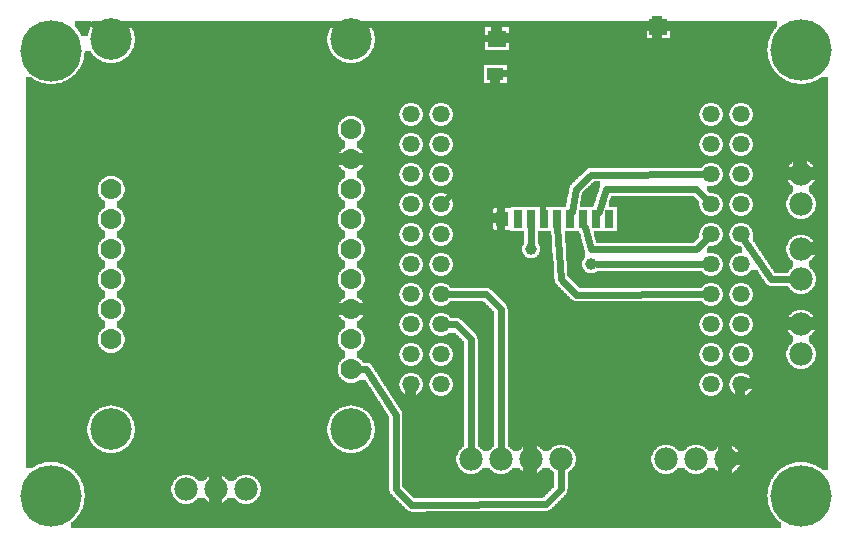
<source format=gbl>
G04 MADE WITH FRITZING*
G04 WWW.FRITZING.ORG*
G04 DOUBLE SIDED*
G04 HOLES PLATED*
G04 CONTOUR ON CENTER OF CONTOUR VECTOR*
%ASAXBY*%
%FSLAX23Y23*%
%MOIN*%
%OFA0B0*%
%SFA1.0B1.0*%
%ADD10C,0.075000*%
%ADD11C,0.057621*%
%ADD12C,0.138425*%
%ADD13C,0.070000*%
%ADD14C,0.078000*%
%ADD15C,0.204725*%
%ADD16C,0.039370*%
%ADD17R,0.059055X0.053150*%
%ADD18R,0.055118X0.039370*%
%ADD19R,0.039370X0.051181*%
%ADD20R,0.029528X0.059055*%
%ADD21C,0.024000*%
%LNCOPPER0*%
G90*
G70*
G54D10*
X475Y1673D03*
G54D11*
X1325Y1422D03*
X1325Y1322D03*
X1325Y1222D03*
X1325Y1122D03*
X1325Y1022D03*
X1325Y922D03*
X1325Y822D03*
X1325Y722D03*
X1325Y522D03*
X1325Y622D03*
X1425Y1422D03*
X1425Y1322D03*
X1425Y1222D03*
X1425Y1122D03*
X1425Y1022D03*
X1425Y922D03*
X1425Y822D03*
X1425Y722D03*
X1425Y622D03*
X1425Y522D03*
X2325Y1422D03*
X2325Y1322D03*
X2325Y1222D03*
X2325Y1122D03*
X2325Y1022D03*
X2325Y922D03*
X2325Y822D03*
X2325Y722D03*
X2325Y622D03*
X2325Y522D03*
X2425Y1422D03*
X2425Y1322D03*
X2425Y1222D03*
X2425Y1122D03*
X2425Y1022D03*
X2425Y922D03*
X2425Y822D03*
X2425Y722D03*
X2425Y622D03*
X2425Y522D03*
G54D12*
X1125Y372D03*
X325Y372D03*
G54D13*
X325Y672D03*
X325Y772D03*
X325Y872D03*
G54D12*
X1125Y1672D03*
G54D13*
X325Y972D03*
G54D12*
X325Y1672D03*
G54D13*
X325Y1072D03*
X325Y1172D03*
X1125Y572D03*
X1125Y672D03*
X1125Y772D03*
X1125Y872D03*
X1125Y972D03*
X1125Y1072D03*
X1125Y1172D03*
X1125Y1272D03*
X1125Y1372D03*
G54D14*
X2625Y1222D03*
X2625Y1122D03*
X2625Y972D03*
X2625Y872D03*
X2625Y722D03*
X2625Y622D03*
X575Y172D03*
X675Y172D03*
X775Y172D03*
G54D15*
X125Y151D03*
X125Y1635D03*
X2625Y150D03*
X2625Y1636D03*
G54D16*
X1925Y922D03*
X1725Y972D03*
G54D14*
X1525Y272D03*
X1625Y272D03*
X1725Y272D03*
X1825Y272D03*
X2175Y272D03*
X2275Y272D03*
X2375Y272D03*
G54D17*
X1612Y1675D03*
X2149Y1714D03*
G54D18*
X1606Y1556D03*
G54D19*
X1629Y1074D03*
G54D20*
X1682Y1072D03*
X1725Y1072D03*
X1768Y1072D03*
X1812Y1072D03*
X1855Y1072D03*
X1898Y1072D03*
X1942Y1072D03*
X1985Y1072D03*
G54D21*
X1876Y821D02*
X2305Y822D01*
D02*
X1825Y872D02*
X1876Y821D01*
D02*
X1813Y1048D02*
X1825Y872D01*
D02*
X1944Y922D02*
X2305Y922D01*
D02*
X1725Y1048D02*
X1725Y991D01*
D02*
X1925Y1221D02*
X2305Y1222D01*
D02*
X1874Y1172D02*
X1925Y1221D01*
D02*
X1860Y1096D02*
X1874Y1172D01*
D02*
X2276Y1172D02*
X2311Y1136D01*
D02*
X2025Y1172D02*
X2276Y1172D01*
D02*
X1975Y1172D02*
X2025Y1172D01*
D02*
X1950Y1096D02*
X1975Y1172D01*
D02*
X2276Y972D02*
X2311Y1007D01*
D02*
X1925Y972D02*
X2276Y972D01*
D02*
X1905Y1048D02*
X1925Y972D01*
D02*
X2525Y872D02*
X2595Y872D01*
D02*
X2436Y1005D02*
X2525Y872D01*
D02*
X1475Y1722D02*
X264Y1722D01*
D02*
X1525Y1222D02*
X1538Y1677D01*
D02*
X1538Y1677D02*
X1475Y1722D01*
D02*
X1475Y1172D02*
X1525Y1222D01*
D02*
X1439Y1136D02*
X1475Y1172D01*
D02*
X1538Y1677D02*
X1588Y1676D01*
D02*
X1176Y572D02*
X1156Y572D01*
D02*
X1274Y172D02*
X1274Y421D01*
D02*
X1274Y421D02*
X1176Y572D01*
D02*
X1325Y121D02*
X1274Y172D01*
D02*
X1775Y122D02*
X1325Y121D01*
D02*
X1825Y172D02*
X1775Y122D01*
D02*
X1825Y242D02*
X1825Y172D01*
D02*
X1625Y772D02*
X1625Y302D01*
D02*
X1575Y822D02*
X1625Y772D01*
D02*
X1445Y822D02*
X1575Y822D01*
D02*
X1525Y672D02*
X1525Y302D01*
D02*
X1445Y722D02*
X1475Y722D01*
D02*
X1475Y722D02*
X1525Y672D01*
G36*
X206Y1732D02*
X206Y1712D01*
X208Y1712D01*
X208Y1710D01*
X210Y1710D01*
X210Y1708D01*
X212Y1708D01*
X212Y1706D01*
X214Y1706D01*
X214Y1702D01*
X216Y1702D01*
X216Y1700D01*
X218Y1700D01*
X218Y1698D01*
X220Y1698D01*
X220Y1694D01*
X222Y1694D01*
X222Y1690D01*
X224Y1690D01*
X224Y1686D01*
X226Y1686D01*
X226Y1682D01*
X246Y1682D01*
X246Y1684D01*
X248Y1684D01*
X248Y1694D01*
X250Y1694D01*
X250Y1700D01*
X252Y1700D01*
X252Y1704D01*
X254Y1704D01*
X254Y1708D01*
X256Y1708D01*
X256Y1712D01*
X258Y1712D01*
X258Y1732D01*
X206Y1732D01*
G37*
D02*
G36*
X1934Y1200D02*
X1934Y1198D01*
X1932Y1198D01*
X1932Y1196D01*
X1930Y1196D01*
X1930Y1194D01*
X1928Y1194D01*
X1928Y1192D01*
X1926Y1192D01*
X1926Y1190D01*
X1924Y1190D01*
X1924Y1188D01*
X1922Y1188D01*
X1922Y1186D01*
X1920Y1186D01*
X1920Y1184D01*
X1918Y1184D01*
X1918Y1182D01*
X1916Y1182D01*
X1916Y1180D01*
X1914Y1180D01*
X1914Y1178D01*
X1912Y1178D01*
X1912Y1176D01*
X1908Y1176D01*
X1908Y1174D01*
X1906Y1174D01*
X1906Y1172D01*
X1904Y1172D01*
X1904Y1170D01*
X1902Y1170D01*
X1902Y1168D01*
X1900Y1168D01*
X1900Y1166D01*
X1898Y1166D01*
X1898Y1164D01*
X1896Y1164D01*
X1896Y1162D01*
X1894Y1162D01*
X1894Y1152D01*
X1892Y1152D01*
X1892Y1142D01*
X1890Y1142D01*
X1890Y1132D01*
X1888Y1132D01*
X1888Y1112D01*
X1932Y1112D01*
X1932Y1116D01*
X1934Y1116D01*
X1934Y1122D01*
X1936Y1122D01*
X1936Y1128D01*
X1938Y1128D01*
X1938Y1134D01*
X1940Y1134D01*
X1940Y1140D01*
X1942Y1140D01*
X1942Y1146D01*
X1944Y1146D01*
X1944Y1152D01*
X1946Y1152D01*
X1946Y1158D01*
X1948Y1158D01*
X1948Y1164D01*
X1950Y1164D01*
X1950Y1170D01*
X1952Y1170D01*
X1952Y1176D01*
X1954Y1176D01*
X1954Y1200D01*
X1934Y1200D01*
G37*
D02*
G36*
X392Y1732D02*
X392Y1712D01*
X394Y1712D01*
X394Y1708D01*
X396Y1708D01*
X396Y1704D01*
X398Y1704D01*
X398Y1700D01*
X400Y1700D01*
X400Y1694D01*
X402Y1694D01*
X402Y1684D01*
X404Y1684D01*
X404Y1660D01*
X402Y1660D01*
X402Y1650D01*
X400Y1650D01*
X400Y1644D01*
X398Y1644D01*
X398Y1640D01*
X396Y1640D01*
X396Y1636D01*
X394Y1636D01*
X394Y1632D01*
X392Y1632D01*
X392Y1628D01*
X390Y1628D01*
X390Y1626D01*
X388Y1626D01*
X388Y1622D01*
X386Y1622D01*
X386Y1620D01*
X384Y1620D01*
X384Y1618D01*
X382Y1618D01*
X382Y1616D01*
X380Y1616D01*
X380Y1614D01*
X378Y1614D01*
X378Y1612D01*
X376Y1612D01*
X376Y1610D01*
X372Y1610D01*
X372Y1608D01*
X370Y1608D01*
X370Y1606D01*
X366Y1606D01*
X366Y1604D01*
X364Y1604D01*
X364Y1602D01*
X360Y1602D01*
X360Y1600D01*
X356Y1600D01*
X356Y1598D01*
X350Y1598D01*
X350Y1596D01*
X342Y1596D01*
X342Y1594D01*
X328Y1594D01*
X328Y1592D01*
X1122Y1592D01*
X1122Y1594D01*
X1108Y1594D01*
X1108Y1596D01*
X1100Y1596D01*
X1100Y1598D01*
X1094Y1598D01*
X1094Y1600D01*
X1090Y1600D01*
X1090Y1602D01*
X1086Y1602D01*
X1086Y1604D01*
X1084Y1604D01*
X1084Y1606D01*
X1080Y1606D01*
X1080Y1608D01*
X1078Y1608D01*
X1078Y1610D01*
X1074Y1610D01*
X1074Y1612D01*
X1072Y1612D01*
X1072Y1614D01*
X1070Y1614D01*
X1070Y1616D01*
X1068Y1616D01*
X1068Y1618D01*
X1066Y1618D01*
X1066Y1620D01*
X1064Y1620D01*
X1064Y1622D01*
X1062Y1622D01*
X1062Y1626D01*
X1060Y1626D01*
X1060Y1628D01*
X1058Y1628D01*
X1058Y1632D01*
X1056Y1632D01*
X1056Y1636D01*
X1054Y1636D01*
X1054Y1640D01*
X1052Y1640D01*
X1052Y1644D01*
X1050Y1644D01*
X1050Y1650D01*
X1048Y1650D01*
X1048Y1660D01*
X1046Y1660D01*
X1046Y1684D01*
X1048Y1684D01*
X1048Y1694D01*
X1050Y1694D01*
X1050Y1700D01*
X1052Y1700D01*
X1052Y1704D01*
X1054Y1704D01*
X1054Y1708D01*
X1056Y1708D01*
X1056Y1712D01*
X1058Y1712D01*
X1058Y1732D01*
X392Y1732D01*
G37*
D02*
G36*
X1192Y1732D02*
X1192Y1712D01*
X1652Y1712D01*
X1652Y1678D01*
X2110Y1678D01*
X2110Y1732D01*
X1192Y1732D01*
G37*
D02*
G36*
X2188Y1732D02*
X2188Y1678D01*
X2522Y1678D01*
X2522Y1684D01*
X2524Y1684D01*
X2524Y1688D01*
X2526Y1688D01*
X2526Y1690D01*
X2528Y1690D01*
X2528Y1694D01*
X2530Y1694D01*
X2530Y1698D01*
X2532Y1698D01*
X2532Y1700D01*
X2534Y1700D01*
X2534Y1704D01*
X2536Y1704D01*
X2536Y1706D01*
X2538Y1706D01*
X2538Y1708D01*
X2540Y1708D01*
X2540Y1710D01*
X2542Y1710D01*
X2542Y1712D01*
X2544Y1712D01*
X2544Y1732D01*
X2188Y1732D01*
G37*
D02*
G36*
X1194Y1712D02*
X1194Y1708D01*
X1196Y1708D01*
X1196Y1704D01*
X1198Y1704D01*
X1198Y1700D01*
X1200Y1700D01*
X1200Y1694D01*
X1202Y1694D01*
X1202Y1684D01*
X1204Y1684D01*
X1204Y1660D01*
X1202Y1660D01*
X1202Y1650D01*
X1200Y1650D01*
X1200Y1644D01*
X1198Y1644D01*
X1198Y1640D01*
X1196Y1640D01*
X1196Y1638D01*
X1572Y1638D01*
X1572Y1712D01*
X1194Y1712D01*
G37*
D02*
G36*
X1652Y1678D02*
X1652Y1676D01*
X2520Y1676D01*
X2520Y1678D01*
X1652Y1678D01*
G37*
D02*
G36*
X1652Y1678D02*
X1652Y1676D01*
X2520Y1676D01*
X2520Y1678D01*
X1652Y1678D01*
G37*
D02*
G36*
X1652Y1676D02*
X1652Y1640D01*
X1650Y1640D01*
X1650Y1638D01*
X2512Y1638D01*
X2512Y1642D01*
X2514Y1642D01*
X2514Y1658D01*
X2516Y1658D01*
X2516Y1666D01*
X2518Y1666D01*
X2518Y1672D01*
X2520Y1672D01*
X2520Y1676D01*
X1652Y1676D01*
G37*
D02*
G36*
X1196Y1638D02*
X1196Y1636D01*
X2512Y1636D01*
X2512Y1638D01*
X1196Y1638D01*
G37*
D02*
G36*
X1196Y1638D02*
X1196Y1636D01*
X2512Y1636D01*
X2512Y1638D01*
X1196Y1638D01*
G37*
D02*
G36*
X1194Y1636D02*
X1194Y1632D01*
X1192Y1632D01*
X1192Y1628D01*
X1190Y1628D01*
X1190Y1626D01*
X1188Y1626D01*
X1188Y1622D01*
X1186Y1622D01*
X1186Y1620D01*
X1184Y1620D01*
X1184Y1618D01*
X1182Y1618D01*
X1182Y1616D01*
X1180Y1616D01*
X1180Y1614D01*
X1178Y1614D01*
X1178Y1612D01*
X1176Y1612D01*
X1176Y1610D01*
X1172Y1610D01*
X1172Y1608D01*
X1170Y1608D01*
X1170Y1606D01*
X1166Y1606D01*
X1166Y1604D01*
X1164Y1604D01*
X1164Y1602D01*
X1160Y1602D01*
X1160Y1600D01*
X1156Y1600D01*
X1156Y1598D01*
X1150Y1598D01*
X1150Y1596D01*
X1142Y1596D01*
X1142Y1594D01*
X1128Y1594D01*
X1128Y1592D01*
X2522Y1592D01*
X2522Y1594D01*
X2520Y1594D01*
X2520Y1600D01*
X2518Y1600D01*
X2518Y1606D01*
X2516Y1606D01*
X2516Y1614D01*
X2514Y1614D01*
X2514Y1630D01*
X2512Y1630D01*
X2512Y1636D01*
X1194Y1636D01*
G37*
D02*
G36*
X238Y1632D02*
X238Y1626D01*
X236Y1626D01*
X236Y1612D01*
X234Y1612D01*
X234Y1604D01*
X232Y1604D01*
X232Y1598D01*
X230Y1598D01*
X230Y1592D01*
X322Y1592D01*
X322Y1594D01*
X308Y1594D01*
X308Y1596D01*
X300Y1596D01*
X300Y1598D01*
X294Y1598D01*
X294Y1600D01*
X290Y1600D01*
X290Y1602D01*
X286Y1602D01*
X286Y1604D01*
X284Y1604D01*
X284Y1606D01*
X280Y1606D01*
X280Y1608D01*
X278Y1608D01*
X278Y1610D01*
X274Y1610D01*
X274Y1612D01*
X272Y1612D01*
X272Y1614D01*
X270Y1614D01*
X270Y1616D01*
X268Y1616D01*
X268Y1618D01*
X266Y1618D01*
X266Y1620D01*
X264Y1620D01*
X264Y1622D01*
X262Y1622D01*
X262Y1626D01*
X260Y1626D01*
X260Y1628D01*
X258Y1628D01*
X258Y1632D01*
X238Y1632D01*
G37*
D02*
G36*
X228Y1592D02*
X228Y1590D01*
X2522Y1590D01*
X2522Y1592D01*
X228Y1592D01*
G37*
D02*
G36*
X228Y1592D02*
X228Y1590D01*
X2522Y1590D01*
X2522Y1592D01*
X228Y1592D01*
G37*
D02*
G36*
X228Y1592D02*
X228Y1590D01*
X2522Y1590D01*
X2522Y1592D01*
X228Y1592D01*
G37*
D02*
G36*
X228Y1590D02*
X228Y1588D01*
X226Y1588D01*
X226Y1586D01*
X1644Y1586D01*
X1644Y1526D01*
X2600Y1526D01*
X2600Y1528D01*
X2592Y1528D01*
X2592Y1530D01*
X2586Y1530D01*
X2586Y1532D01*
X2580Y1532D01*
X2580Y1534D01*
X2576Y1534D01*
X2576Y1536D01*
X2572Y1536D01*
X2572Y1538D01*
X2570Y1538D01*
X2570Y1540D01*
X2566Y1540D01*
X2566Y1542D01*
X2562Y1542D01*
X2562Y1544D01*
X2560Y1544D01*
X2560Y1546D01*
X2558Y1546D01*
X2558Y1548D01*
X2554Y1548D01*
X2554Y1550D01*
X2552Y1550D01*
X2552Y1552D01*
X2550Y1552D01*
X2550Y1554D01*
X2548Y1554D01*
X2548Y1556D01*
X2546Y1556D01*
X2546Y1558D01*
X2544Y1558D01*
X2544Y1560D01*
X2542Y1560D01*
X2542Y1562D01*
X2540Y1562D01*
X2540Y1564D01*
X2538Y1564D01*
X2538Y1566D01*
X2536Y1566D01*
X2536Y1570D01*
X2534Y1570D01*
X2534Y1572D01*
X2532Y1572D01*
X2532Y1576D01*
X2530Y1576D01*
X2530Y1578D01*
X2528Y1578D01*
X2528Y1582D01*
X2526Y1582D01*
X2526Y1586D01*
X2524Y1586D01*
X2524Y1590D01*
X228Y1590D01*
G37*
D02*
G36*
X226Y1586D02*
X226Y1584D01*
X224Y1584D01*
X224Y1580D01*
X222Y1580D01*
X222Y1578D01*
X220Y1578D01*
X220Y1574D01*
X218Y1574D01*
X218Y1572D01*
X216Y1572D01*
X216Y1568D01*
X214Y1568D01*
X214Y1566D01*
X212Y1566D01*
X212Y1564D01*
X210Y1564D01*
X210Y1562D01*
X208Y1562D01*
X208Y1558D01*
X206Y1558D01*
X206Y1556D01*
X204Y1556D01*
X204Y1554D01*
X200Y1554D01*
X200Y1552D01*
X198Y1552D01*
X198Y1550D01*
X196Y1550D01*
X196Y1548D01*
X194Y1548D01*
X194Y1546D01*
X192Y1546D01*
X192Y1544D01*
X188Y1544D01*
X188Y1542D01*
X186Y1542D01*
X186Y1540D01*
X182Y1540D01*
X182Y1538D01*
X178Y1538D01*
X178Y1536D01*
X174Y1536D01*
X174Y1534D01*
X170Y1534D01*
X170Y1532D01*
X166Y1532D01*
X166Y1530D01*
X160Y1530D01*
X160Y1528D01*
X152Y1528D01*
X152Y1526D01*
X1568Y1526D01*
X1568Y1586D01*
X226Y1586D01*
G37*
D02*
G36*
X2692Y1548D02*
X2692Y1546D01*
X2690Y1546D01*
X2690Y1544D01*
X2688Y1544D01*
X2688Y1542D01*
X2684Y1542D01*
X2684Y1540D01*
X2680Y1540D01*
X2680Y1538D01*
X2678Y1538D01*
X2678Y1536D01*
X2674Y1536D01*
X2674Y1534D01*
X2670Y1534D01*
X2670Y1532D01*
X2664Y1532D01*
X2664Y1530D01*
X2658Y1530D01*
X2658Y1528D01*
X2650Y1528D01*
X2650Y1526D01*
X2640Y1526D01*
X2640Y1524D01*
X2714Y1524D01*
X2714Y1548D01*
X2692Y1548D01*
G37*
D02*
G36*
X40Y1546D02*
X40Y1524D01*
X108Y1524D01*
X108Y1526D01*
X98Y1526D01*
X98Y1528D01*
X90Y1528D01*
X90Y1530D01*
X84Y1530D01*
X84Y1532D01*
X80Y1532D01*
X80Y1534D01*
X76Y1534D01*
X76Y1536D01*
X72Y1536D01*
X72Y1538D01*
X68Y1538D01*
X68Y1540D01*
X66Y1540D01*
X66Y1542D01*
X62Y1542D01*
X62Y1544D01*
X60Y1544D01*
X60Y1546D01*
X40Y1546D01*
G37*
D02*
G36*
X142Y1526D02*
X142Y1524D01*
X2612Y1524D01*
X2612Y1526D01*
X142Y1526D01*
G37*
D02*
G36*
X142Y1526D02*
X142Y1524D01*
X2612Y1524D01*
X2612Y1526D01*
X142Y1526D01*
G37*
D02*
G36*
X40Y1524D02*
X40Y1522D01*
X2714Y1522D01*
X2714Y1524D01*
X40Y1524D01*
G37*
D02*
G36*
X40Y1524D02*
X40Y1522D01*
X2714Y1522D01*
X2714Y1524D01*
X40Y1524D01*
G37*
D02*
G36*
X40Y1524D02*
X40Y1522D01*
X2714Y1522D01*
X2714Y1524D01*
X40Y1524D01*
G37*
D02*
G36*
X40Y1522D02*
X40Y1460D01*
X2436Y1460D01*
X2436Y1458D01*
X2442Y1458D01*
X2442Y1456D01*
X2446Y1456D01*
X2446Y1454D01*
X2448Y1454D01*
X2448Y1452D01*
X2450Y1452D01*
X2450Y1450D01*
X2452Y1450D01*
X2452Y1448D01*
X2454Y1448D01*
X2454Y1446D01*
X2456Y1446D01*
X2456Y1444D01*
X2458Y1444D01*
X2458Y1440D01*
X2460Y1440D01*
X2460Y1436D01*
X2462Y1436D01*
X2462Y1430D01*
X2464Y1430D01*
X2464Y1414D01*
X2462Y1414D01*
X2462Y1408D01*
X2460Y1408D01*
X2460Y1404D01*
X2458Y1404D01*
X2458Y1400D01*
X2456Y1400D01*
X2456Y1398D01*
X2454Y1398D01*
X2454Y1396D01*
X2452Y1396D01*
X2452Y1394D01*
X2450Y1394D01*
X2450Y1392D01*
X2448Y1392D01*
X2448Y1390D01*
X2446Y1390D01*
X2446Y1388D01*
X2442Y1388D01*
X2442Y1386D01*
X2436Y1386D01*
X2436Y1384D01*
X2714Y1384D01*
X2714Y1522D01*
X40Y1522D01*
G37*
D02*
G36*
X40Y1460D02*
X40Y1416D01*
X1138Y1416D01*
X1138Y1414D01*
X1144Y1414D01*
X1144Y1412D01*
X1146Y1412D01*
X1146Y1410D01*
X1150Y1410D01*
X1150Y1408D01*
X1152Y1408D01*
X1152Y1406D01*
X1156Y1406D01*
X1156Y1404D01*
X1158Y1404D01*
X1158Y1402D01*
X1160Y1402D01*
X1160Y1398D01*
X1162Y1398D01*
X1162Y1396D01*
X1164Y1396D01*
X1164Y1392D01*
X1166Y1392D01*
X1166Y1388D01*
X1168Y1388D01*
X1168Y1384D01*
X1314Y1384D01*
X1314Y1386D01*
X1308Y1386D01*
X1308Y1388D01*
X1304Y1388D01*
X1304Y1390D01*
X1302Y1390D01*
X1302Y1392D01*
X1300Y1392D01*
X1300Y1394D01*
X1298Y1394D01*
X1298Y1396D01*
X1296Y1396D01*
X1296Y1398D01*
X1294Y1398D01*
X1294Y1400D01*
X1292Y1400D01*
X1292Y1404D01*
X1290Y1404D01*
X1290Y1408D01*
X1288Y1408D01*
X1288Y1416D01*
X1286Y1416D01*
X1286Y1428D01*
X1288Y1428D01*
X1288Y1436D01*
X1290Y1436D01*
X1290Y1440D01*
X1292Y1440D01*
X1292Y1444D01*
X1294Y1444D01*
X1294Y1446D01*
X1296Y1446D01*
X1296Y1448D01*
X1298Y1448D01*
X1298Y1450D01*
X1300Y1450D01*
X1300Y1452D01*
X1302Y1452D01*
X1302Y1454D01*
X1304Y1454D01*
X1304Y1456D01*
X1308Y1456D01*
X1308Y1458D01*
X1314Y1458D01*
X1314Y1460D01*
X40Y1460D01*
G37*
D02*
G36*
X1336Y1460D02*
X1336Y1458D01*
X1342Y1458D01*
X1342Y1456D01*
X1346Y1456D01*
X1346Y1454D01*
X1348Y1454D01*
X1348Y1452D01*
X1350Y1452D01*
X1350Y1450D01*
X1352Y1450D01*
X1352Y1448D01*
X1354Y1448D01*
X1354Y1446D01*
X1356Y1446D01*
X1356Y1444D01*
X1358Y1444D01*
X1358Y1440D01*
X1360Y1440D01*
X1360Y1436D01*
X1362Y1436D01*
X1362Y1430D01*
X1364Y1430D01*
X1364Y1414D01*
X1362Y1414D01*
X1362Y1408D01*
X1360Y1408D01*
X1360Y1404D01*
X1358Y1404D01*
X1358Y1400D01*
X1356Y1400D01*
X1356Y1398D01*
X1354Y1398D01*
X1354Y1396D01*
X1352Y1396D01*
X1352Y1394D01*
X1350Y1394D01*
X1350Y1392D01*
X1348Y1392D01*
X1348Y1390D01*
X1346Y1390D01*
X1346Y1388D01*
X1342Y1388D01*
X1342Y1386D01*
X1336Y1386D01*
X1336Y1384D01*
X1414Y1384D01*
X1414Y1386D01*
X1408Y1386D01*
X1408Y1388D01*
X1404Y1388D01*
X1404Y1390D01*
X1402Y1390D01*
X1402Y1392D01*
X1400Y1392D01*
X1400Y1394D01*
X1398Y1394D01*
X1398Y1396D01*
X1396Y1396D01*
X1396Y1398D01*
X1394Y1398D01*
X1394Y1400D01*
X1392Y1400D01*
X1392Y1404D01*
X1390Y1404D01*
X1390Y1408D01*
X1388Y1408D01*
X1388Y1416D01*
X1386Y1416D01*
X1386Y1428D01*
X1388Y1428D01*
X1388Y1436D01*
X1390Y1436D01*
X1390Y1440D01*
X1392Y1440D01*
X1392Y1444D01*
X1394Y1444D01*
X1394Y1446D01*
X1396Y1446D01*
X1396Y1448D01*
X1398Y1448D01*
X1398Y1450D01*
X1400Y1450D01*
X1400Y1452D01*
X1402Y1452D01*
X1402Y1454D01*
X1404Y1454D01*
X1404Y1456D01*
X1408Y1456D01*
X1408Y1458D01*
X1414Y1458D01*
X1414Y1460D01*
X1336Y1460D01*
G37*
D02*
G36*
X1436Y1460D02*
X1436Y1458D01*
X1442Y1458D01*
X1442Y1456D01*
X1446Y1456D01*
X1446Y1454D01*
X1448Y1454D01*
X1448Y1452D01*
X1450Y1452D01*
X1450Y1450D01*
X1452Y1450D01*
X1452Y1448D01*
X1454Y1448D01*
X1454Y1446D01*
X1456Y1446D01*
X1456Y1444D01*
X1458Y1444D01*
X1458Y1440D01*
X1460Y1440D01*
X1460Y1436D01*
X1462Y1436D01*
X1462Y1430D01*
X1464Y1430D01*
X1464Y1414D01*
X1462Y1414D01*
X1462Y1408D01*
X1460Y1408D01*
X1460Y1404D01*
X1458Y1404D01*
X1458Y1400D01*
X1456Y1400D01*
X1456Y1398D01*
X1454Y1398D01*
X1454Y1396D01*
X1452Y1396D01*
X1452Y1394D01*
X1450Y1394D01*
X1450Y1392D01*
X1448Y1392D01*
X1448Y1390D01*
X1446Y1390D01*
X1446Y1388D01*
X1442Y1388D01*
X1442Y1386D01*
X1436Y1386D01*
X1436Y1384D01*
X2314Y1384D01*
X2314Y1386D01*
X2308Y1386D01*
X2308Y1388D01*
X2304Y1388D01*
X2304Y1390D01*
X2302Y1390D01*
X2302Y1392D01*
X2300Y1392D01*
X2300Y1394D01*
X2298Y1394D01*
X2298Y1396D01*
X2296Y1396D01*
X2296Y1398D01*
X2294Y1398D01*
X2294Y1400D01*
X2292Y1400D01*
X2292Y1404D01*
X2290Y1404D01*
X2290Y1408D01*
X2288Y1408D01*
X2288Y1416D01*
X2286Y1416D01*
X2286Y1428D01*
X2288Y1428D01*
X2288Y1436D01*
X2290Y1436D01*
X2290Y1440D01*
X2292Y1440D01*
X2292Y1444D01*
X2294Y1444D01*
X2294Y1446D01*
X2296Y1446D01*
X2296Y1448D01*
X2298Y1448D01*
X2298Y1450D01*
X2300Y1450D01*
X2300Y1452D01*
X2302Y1452D01*
X2302Y1454D01*
X2304Y1454D01*
X2304Y1456D01*
X2308Y1456D01*
X2308Y1458D01*
X2314Y1458D01*
X2314Y1460D01*
X1436Y1460D01*
G37*
D02*
G36*
X2336Y1460D02*
X2336Y1458D01*
X2342Y1458D01*
X2342Y1456D01*
X2346Y1456D01*
X2346Y1454D01*
X2348Y1454D01*
X2348Y1452D01*
X2350Y1452D01*
X2350Y1450D01*
X2352Y1450D01*
X2352Y1448D01*
X2354Y1448D01*
X2354Y1446D01*
X2356Y1446D01*
X2356Y1444D01*
X2358Y1444D01*
X2358Y1440D01*
X2360Y1440D01*
X2360Y1436D01*
X2362Y1436D01*
X2362Y1430D01*
X2364Y1430D01*
X2364Y1414D01*
X2362Y1414D01*
X2362Y1408D01*
X2360Y1408D01*
X2360Y1404D01*
X2358Y1404D01*
X2358Y1400D01*
X2356Y1400D01*
X2356Y1398D01*
X2354Y1398D01*
X2354Y1396D01*
X2352Y1396D01*
X2352Y1394D01*
X2350Y1394D01*
X2350Y1392D01*
X2348Y1392D01*
X2348Y1390D01*
X2346Y1390D01*
X2346Y1388D01*
X2342Y1388D01*
X2342Y1386D01*
X2336Y1386D01*
X2336Y1384D01*
X2414Y1384D01*
X2414Y1386D01*
X2408Y1386D01*
X2408Y1388D01*
X2404Y1388D01*
X2404Y1390D01*
X2402Y1390D01*
X2402Y1392D01*
X2400Y1392D01*
X2400Y1394D01*
X2398Y1394D01*
X2398Y1396D01*
X2396Y1396D01*
X2396Y1398D01*
X2394Y1398D01*
X2394Y1400D01*
X2392Y1400D01*
X2392Y1404D01*
X2390Y1404D01*
X2390Y1408D01*
X2388Y1408D01*
X2388Y1416D01*
X2386Y1416D01*
X2386Y1428D01*
X2388Y1428D01*
X2388Y1436D01*
X2390Y1436D01*
X2390Y1440D01*
X2392Y1440D01*
X2392Y1444D01*
X2394Y1444D01*
X2394Y1446D01*
X2396Y1446D01*
X2396Y1448D01*
X2398Y1448D01*
X2398Y1450D01*
X2400Y1450D01*
X2400Y1452D01*
X2402Y1452D01*
X2402Y1454D01*
X2404Y1454D01*
X2404Y1456D01*
X2408Y1456D01*
X2408Y1458D01*
X2414Y1458D01*
X2414Y1460D01*
X2336Y1460D01*
G37*
D02*
G36*
X40Y1416D02*
X40Y1216D01*
X338Y1216D01*
X338Y1214D01*
X344Y1214D01*
X344Y1212D01*
X346Y1212D01*
X346Y1210D01*
X350Y1210D01*
X350Y1208D01*
X352Y1208D01*
X352Y1206D01*
X356Y1206D01*
X356Y1204D01*
X358Y1204D01*
X358Y1202D01*
X360Y1202D01*
X360Y1198D01*
X362Y1198D01*
X362Y1196D01*
X364Y1196D01*
X364Y1192D01*
X366Y1192D01*
X366Y1188D01*
X368Y1188D01*
X368Y1180D01*
X370Y1180D01*
X370Y1164D01*
X368Y1164D01*
X368Y1156D01*
X366Y1156D01*
X366Y1152D01*
X364Y1152D01*
X364Y1148D01*
X362Y1148D01*
X362Y1146D01*
X360Y1146D01*
X360Y1142D01*
X358Y1142D01*
X358Y1140D01*
X356Y1140D01*
X356Y1138D01*
X352Y1138D01*
X352Y1136D01*
X350Y1136D01*
X350Y1134D01*
X346Y1134D01*
X346Y1132D01*
X344Y1132D01*
X344Y1112D01*
X346Y1112D01*
X346Y1110D01*
X350Y1110D01*
X350Y1108D01*
X352Y1108D01*
X352Y1106D01*
X356Y1106D01*
X356Y1104D01*
X358Y1104D01*
X358Y1102D01*
X360Y1102D01*
X360Y1098D01*
X362Y1098D01*
X362Y1096D01*
X364Y1096D01*
X364Y1092D01*
X366Y1092D01*
X366Y1088D01*
X368Y1088D01*
X368Y1080D01*
X370Y1080D01*
X370Y1064D01*
X368Y1064D01*
X368Y1056D01*
X366Y1056D01*
X366Y1052D01*
X364Y1052D01*
X364Y1048D01*
X362Y1048D01*
X362Y1046D01*
X360Y1046D01*
X360Y1042D01*
X358Y1042D01*
X358Y1040D01*
X356Y1040D01*
X356Y1038D01*
X352Y1038D01*
X352Y1036D01*
X350Y1036D01*
X350Y1034D01*
X346Y1034D01*
X346Y1032D01*
X344Y1032D01*
X344Y1012D01*
X346Y1012D01*
X346Y1010D01*
X350Y1010D01*
X350Y1008D01*
X352Y1008D01*
X352Y1006D01*
X356Y1006D01*
X356Y1004D01*
X358Y1004D01*
X358Y1002D01*
X360Y1002D01*
X360Y998D01*
X362Y998D01*
X362Y996D01*
X364Y996D01*
X364Y992D01*
X366Y992D01*
X366Y988D01*
X368Y988D01*
X368Y980D01*
X370Y980D01*
X370Y964D01*
X368Y964D01*
X368Y956D01*
X366Y956D01*
X366Y952D01*
X364Y952D01*
X364Y948D01*
X362Y948D01*
X362Y946D01*
X360Y946D01*
X360Y942D01*
X358Y942D01*
X358Y940D01*
X356Y940D01*
X356Y938D01*
X352Y938D01*
X352Y936D01*
X350Y936D01*
X350Y934D01*
X346Y934D01*
X346Y932D01*
X344Y932D01*
X344Y912D01*
X346Y912D01*
X346Y910D01*
X350Y910D01*
X350Y908D01*
X352Y908D01*
X352Y906D01*
X356Y906D01*
X356Y904D01*
X358Y904D01*
X358Y902D01*
X360Y902D01*
X360Y898D01*
X362Y898D01*
X362Y896D01*
X364Y896D01*
X364Y892D01*
X366Y892D01*
X366Y888D01*
X368Y888D01*
X368Y880D01*
X370Y880D01*
X370Y864D01*
X368Y864D01*
X368Y856D01*
X366Y856D01*
X366Y852D01*
X364Y852D01*
X364Y848D01*
X362Y848D01*
X362Y846D01*
X360Y846D01*
X360Y842D01*
X358Y842D01*
X358Y840D01*
X356Y840D01*
X356Y838D01*
X352Y838D01*
X352Y836D01*
X350Y836D01*
X350Y834D01*
X346Y834D01*
X346Y832D01*
X344Y832D01*
X344Y812D01*
X346Y812D01*
X346Y810D01*
X350Y810D01*
X350Y808D01*
X352Y808D01*
X352Y806D01*
X356Y806D01*
X356Y804D01*
X358Y804D01*
X358Y802D01*
X360Y802D01*
X360Y798D01*
X362Y798D01*
X362Y796D01*
X364Y796D01*
X364Y792D01*
X366Y792D01*
X366Y788D01*
X368Y788D01*
X368Y780D01*
X370Y780D01*
X370Y764D01*
X368Y764D01*
X368Y756D01*
X366Y756D01*
X366Y752D01*
X364Y752D01*
X364Y748D01*
X362Y748D01*
X362Y746D01*
X360Y746D01*
X360Y742D01*
X358Y742D01*
X358Y740D01*
X356Y740D01*
X356Y738D01*
X352Y738D01*
X352Y736D01*
X350Y736D01*
X350Y734D01*
X346Y734D01*
X346Y732D01*
X344Y732D01*
X344Y712D01*
X346Y712D01*
X346Y710D01*
X350Y710D01*
X350Y708D01*
X352Y708D01*
X352Y706D01*
X356Y706D01*
X356Y704D01*
X358Y704D01*
X358Y702D01*
X360Y702D01*
X360Y698D01*
X362Y698D01*
X362Y696D01*
X364Y696D01*
X364Y692D01*
X366Y692D01*
X366Y688D01*
X368Y688D01*
X368Y680D01*
X370Y680D01*
X370Y664D01*
X368Y664D01*
X368Y656D01*
X366Y656D01*
X366Y652D01*
X364Y652D01*
X364Y648D01*
X362Y648D01*
X362Y646D01*
X360Y646D01*
X360Y642D01*
X358Y642D01*
X358Y640D01*
X356Y640D01*
X356Y638D01*
X352Y638D01*
X352Y636D01*
X350Y636D01*
X350Y634D01*
X346Y634D01*
X346Y632D01*
X344Y632D01*
X344Y630D01*
X338Y630D01*
X338Y628D01*
X1106Y628D01*
X1106Y632D01*
X1104Y632D01*
X1104Y634D01*
X1100Y634D01*
X1100Y636D01*
X1098Y636D01*
X1098Y638D01*
X1094Y638D01*
X1094Y640D01*
X1092Y640D01*
X1092Y642D01*
X1090Y642D01*
X1090Y646D01*
X1088Y646D01*
X1088Y648D01*
X1086Y648D01*
X1086Y652D01*
X1084Y652D01*
X1084Y656D01*
X1082Y656D01*
X1082Y664D01*
X1080Y664D01*
X1080Y680D01*
X1082Y680D01*
X1082Y688D01*
X1084Y688D01*
X1084Y692D01*
X1086Y692D01*
X1086Y696D01*
X1088Y696D01*
X1088Y698D01*
X1090Y698D01*
X1090Y702D01*
X1092Y702D01*
X1092Y704D01*
X1094Y704D01*
X1094Y706D01*
X1098Y706D01*
X1098Y708D01*
X1100Y708D01*
X1100Y710D01*
X1104Y710D01*
X1104Y712D01*
X1106Y712D01*
X1106Y732D01*
X1104Y732D01*
X1104Y734D01*
X1100Y734D01*
X1100Y736D01*
X1098Y736D01*
X1098Y738D01*
X1094Y738D01*
X1094Y740D01*
X1092Y740D01*
X1092Y742D01*
X1090Y742D01*
X1090Y746D01*
X1088Y746D01*
X1088Y748D01*
X1086Y748D01*
X1086Y752D01*
X1084Y752D01*
X1084Y756D01*
X1082Y756D01*
X1082Y764D01*
X1080Y764D01*
X1080Y780D01*
X1082Y780D01*
X1082Y788D01*
X1084Y788D01*
X1084Y792D01*
X1086Y792D01*
X1086Y796D01*
X1088Y796D01*
X1088Y798D01*
X1090Y798D01*
X1090Y802D01*
X1092Y802D01*
X1092Y804D01*
X1094Y804D01*
X1094Y806D01*
X1098Y806D01*
X1098Y808D01*
X1100Y808D01*
X1100Y810D01*
X1104Y810D01*
X1104Y812D01*
X1106Y812D01*
X1106Y832D01*
X1104Y832D01*
X1104Y834D01*
X1100Y834D01*
X1100Y836D01*
X1098Y836D01*
X1098Y838D01*
X1094Y838D01*
X1094Y840D01*
X1092Y840D01*
X1092Y842D01*
X1090Y842D01*
X1090Y846D01*
X1088Y846D01*
X1088Y848D01*
X1086Y848D01*
X1086Y852D01*
X1084Y852D01*
X1084Y856D01*
X1082Y856D01*
X1082Y864D01*
X1080Y864D01*
X1080Y880D01*
X1082Y880D01*
X1082Y888D01*
X1084Y888D01*
X1084Y892D01*
X1086Y892D01*
X1086Y896D01*
X1088Y896D01*
X1088Y898D01*
X1090Y898D01*
X1090Y902D01*
X1092Y902D01*
X1092Y904D01*
X1094Y904D01*
X1094Y906D01*
X1098Y906D01*
X1098Y908D01*
X1100Y908D01*
X1100Y910D01*
X1104Y910D01*
X1104Y912D01*
X1106Y912D01*
X1106Y932D01*
X1104Y932D01*
X1104Y934D01*
X1100Y934D01*
X1100Y936D01*
X1098Y936D01*
X1098Y938D01*
X1094Y938D01*
X1094Y940D01*
X1092Y940D01*
X1092Y942D01*
X1090Y942D01*
X1090Y946D01*
X1088Y946D01*
X1088Y948D01*
X1086Y948D01*
X1086Y952D01*
X1084Y952D01*
X1084Y956D01*
X1082Y956D01*
X1082Y964D01*
X1080Y964D01*
X1080Y980D01*
X1082Y980D01*
X1082Y988D01*
X1084Y988D01*
X1084Y992D01*
X1086Y992D01*
X1086Y996D01*
X1088Y996D01*
X1088Y998D01*
X1090Y998D01*
X1090Y1002D01*
X1092Y1002D01*
X1092Y1004D01*
X1094Y1004D01*
X1094Y1006D01*
X1098Y1006D01*
X1098Y1008D01*
X1100Y1008D01*
X1100Y1010D01*
X1104Y1010D01*
X1104Y1012D01*
X1106Y1012D01*
X1106Y1032D01*
X1104Y1032D01*
X1104Y1034D01*
X1100Y1034D01*
X1100Y1036D01*
X1098Y1036D01*
X1098Y1038D01*
X1094Y1038D01*
X1094Y1040D01*
X1092Y1040D01*
X1092Y1042D01*
X1090Y1042D01*
X1090Y1046D01*
X1088Y1046D01*
X1088Y1048D01*
X1086Y1048D01*
X1086Y1052D01*
X1084Y1052D01*
X1084Y1056D01*
X1082Y1056D01*
X1082Y1064D01*
X1080Y1064D01*
X1080Y1080D01*
X1082Y1080D01*
X1082Y1088D01*
X1084Y1088D01*
X1084Y1092D01*
X1086Y1092D01*
X1086Y1096D01*
X1088Y1096D01*
X1088Y1098D01*
X1090Y1098D01*
X1090Y1102D01*
X1092Y1102D01*
X1092Y1104D01*
X1094Y1104D01*
X1094Y1106D01*
X1098Y1106D01*
X1098Y1108D01*
X1100Y1108D01*
X1100Y1110D01*
X1104Y1110D01*
X1104Y1112D01*
X1106Y1112D01*
X1106Y1132D01*
X1104Y1132D01*
X1104Y1134D01*
X1100Y1134D01*
X1100Y1136D01*
X1098Y1136D01*
X1098Y1138D01*
X1094Y1138D01*
X1094Y1140D01*
X1092Y1140D01*
X1092Y1142D01*
X1090Y1142D01*
X1090Y1146D01*
X1088Y1146D01*
X1088Y1148D01*
X1086Y1148D01*
X1086Y1152D01*
X1084Y1152D01*
X1084Y1156D01*
X1082Y1156D01*
X1082Y1164D01*
X1080Y1164D01*
X1080Y1180D01*
X1082Y1180D01*
X1082Y1188D01*
X1084Y1188D01*
X1084Y1192D01*
X1086Y1192D01*
X1086Y1196D01*
X1088Y1196D01*
X1088Y1198D01*
X1090Y1198D01*
X1090Y1202D01*
X1092Y1202D01*
X1092Y1204D01*
X1094Y1204D01*
X1094Y1206D01*
X1098Y1206D01*
X1098Y1208D01*
X1100Y1208D01*
X1100Y1210D01*
X1104Y1210D01*
X1104Y1212D01*
X1106Y1212D01*
X1106Y1232D01*
X1104Y1232D01*
X1104Y1234D01*
X1100Y1234D01*
X1100Y1236D01*
X1098Y1236D01*
X1098Y1238D01*
X1094Y1238D01*
X1094Y1240D01*
X1092Y1240D01*
X1092Y1242D01*
X1090Y1242D01*
X1090Y1246D01*
X1088Y1246D01*
X1088Y1248D01*
X1086Y1248D01*
X1086Y1252D01*
X1084Y1252D01*
X1084Y1256D01*
X1082Y1256D01*
X1082Y1264D01*
X1080Y1264D01*
X1080Y1280D01*
X1082Y1280D01*
X1082Y1288D01*
X1084Y1288D01*
X1084Y1292D01*
X1086Y1292D01*
X1086Y1296D01*
X1088Y1296D01*
X1088Y1298D01*
X1090Y1298D01*
X1090Y1302D01*
X1092Y1302D01*
X1092Y1304D01*
X1094Y1304D01*
X1094Y1306D01*
X1098Y1306D01*
X1098Y1308D01*
X1100Y1308D01*
X1100Y1310D01*
X1104Y1310D01*
X1104Y1312D01*
X1106Y1312D01*
X1106Y1332D01*
X1104Y1332D01*
X1104Y1334D01*
X1100Y1334D01*
X1100Y1336D01*
X1098Y1336D01*
X1098Y1338D01*
X1094Y1338D01*
X1094Y1340D01*
X1092Y1340D01*
X1092Y1342D01*
X1090Y1342D01*
X1090Y1346D01*
X1088Y1346D01*
X1088Y1348D01*
X1086Y1348D01*
X1086Y1352D01*
X1084Y1352D01*
X1084Y1356D01*
X1082Y1356D01*
X1082Y1364D01*
X1080Y1364D01*
X1080Y1380D01*
X1082Y1380D01*
X1082Y1388D01*
X1084Y1388D01*
X1084Y1392D01*
X1086Y1392D01*
X1086Y1396D01*
X1088Y1396D01*
X1088Y1398D01*
X1090Y1398D01*
X1090Y1402D01*
X1092Y1402D01*
X1092Y1404D01*
X1094Y1404D01*
X1094Y1406D01*
X1098Y1406D01*
X1098Y1408D01*
X1100Y1408D01*
X1100Y1410D01*
X1104Y1410D01*
X1104Y1412D01*
X1106Y1412D01*
X1106Y1414D01*
X1112Y1414D01*
X1112Y1416D01*
X40Y1416D01*
G37*
D02*
G36*
X1168Y1384D02*
X1168Y1382D01*
X2714Y1382D01*
X2714Y1384D01*
X1168Y1384D01*
G37*
D02*
G36*
X1168Y1384D02*
X1168Y1382D01*
X2714Y1382D01*
X2714Y1384D01*
X1168Y1384D01*
G37*
D02*
G36*
X1168Y1384D02*
X1168Y1382D01*
X2714Y1382D01*
X2714Y1384D01*
X1168Y1384D01*
G37*
D02*
G36*
X1168Y1384D02*
X1168Y1382D01*
X2714Y1382D01*
X2714Y1384D01*
X1168Y1384D01*
G37*
D02*
G36*
X1168Y1384D02*
X1168Y1382D01*
X2714Y1382D01*
X2714Y1384D01*
X1168Y1384D01*
G37*
D02*
G36*
X1168Y1382D02*
X1168Y1380D01*
X1170Y1380D01*
X1170Y1364D01*
X1168Y1364D01*
X1168Y1360D01*
X2436Y1360D01*
X2436Y1358D01*
X2442Y1358D01*
X2442Y1356D01*
X2446Y1356D01*
X2446Y1354D01*
X2448Y1354D01*
X2448Y1352D01*
X2450Y1352D01*
X2450Y1350D01*
X2452Y1350D01*
X2452Y1348D01*
X2454Y1348D01*
X2454Y1346D01*
X2456Y1346D01*
X2456Y1344D01*
X2458Y1344D01*
X2458Y1340D01*
X2460Y1340D01*
X2460Y1336D01*
X2462Y1336D01*
X2462Y1330D01*
X2464Y1330D01*
X2464Y1314D01*
X2462Y1314D01*
X2462Y1308D01*
X2460Y1308D01*
X2460Y1304D01*
X2458Y1304D01*
X2458Y1300D01*
X2456Y1300D01*
X2456Y1298D01*
X2454Y1298D01*
X2454Y1296D01*
X2452Y1296D01*
X2452Y1294D01*
X2450Y1294D01*
X2450Y1292D01*
X2448Y1292D01*
X2448Y1290D01*
X2446Y1290D01*
X2446Y1288D01*
X2442Y1288D01*
X2442Y1286D01*
X2436Y1286D01*
X2436Y1284D01*
X2714Y1284D01*
X2714Y1382D01*
X1168Y1382D01*
G37*
D02*
G36*
X1168Y1360D02*
X1168Y1356D01*
X1166Y1356D01*
X1166Y1352D01*
X1164Y1352D01*
X1164Y1348D01*
X1162Y1348D01*
X1162Y1346D01*
X1160Y1346D01*
X1160Y1342D01*
X1158Y1342D01*
X1158Y1340D01*
X1156Y1340D01*
X1156Y1338D01*
X1152Y1338D01*
X1152Y1336D01*
X1150Y1336D01*
X1150Y1334D01*
X1146Y1334D01*
X1146Y1332D01*
X1144Y1332D01*
X1144Y1312D01*
X1146Y1312D01*
X1146Y1310D01*
X1150Y1310D01*
X1150Y1308D01*
X1152Y1308D01*
X1152Y1306D01*
X1156Y1306D01*
X1156Y1304D01*
X1158Y1304D01*
X1158Y1302D01*
X1160Y1302D01*
X1160Y1298D01*
X1162Y1298D01*
X1162Y1296D01*
X1164Y1296D01*
X1164Y1292D01*
X1166Y1292D01*
X1166Y1288D01*
X1168Y1288D01*
X1168Y1284D01*
X1314Y1284D01*
X1314Y1286D01*
X1308Y1286D01*
X1308Y1288D01*
X1304Y1288D01*
X1304Y1290D01*
X1302Y1290D01*
X1302Y1292D01*
X1300Y1292D01*
X1300Y1294D01*
X1298Y1294D01*
X1298Y1296D01*
X1296Y1296D01*
X1296Y1298D01*
X1294Y1298D01*
X1294Y1300D01*
X1292Y1300D01*
X1292Y1304D01*
X1290Y1304D01*
X1290Y1308D01*
X1288Y1308D01*
X1288Y1316D01*
X1286Y1316D01*
X1286Y1328D01*
X1288Y1328D01*
X1288Y1336D01*
X1290Y1336D01*
X1290Y1340D01*
X1292Y1340D01*
X1292Y1344D01*
X1294Y1344D01*
X1294Y1346D01*
X1296Y1346D01*
X1296Y1348D01*
X1298Y1348D01*
X1298Y1350D01*
X1300Y1350D01*
X1300Y1352D01*
X1302Y1352D01*
X1302Y1354D01*
X1304Y1354D01*
X1304Y1356D01*
X1308Y1356D01*
X1308Y1358D01*
X1314Y1358D01*
X1314Y1360D01*
X1168Y1360D01*
G37*
D02*
G36*
X1336Y1360D02*
X1336Y1358D01*
X1342Y1358D01*
X1342Y1356D01*
X1346Y1356D01*
X1346Y1354D01*
X1348Y1354D01*
X1348Y1352D01*
X1350Y1352D01*
X1350Y1350D01*
X1352Y1350D01*
X1352Y1348D01*
X1354Y1348D01*
X1354Y1346D01*
X1356Y1346D01*
X1356Y1344D01*
X1358Y1344D01*
X1358Y1340D01*
X1360Y1340D01*
X1360Y1336D01*
X1362Y1336D01*
X1362Y1330D01*
X1364Y1330D01*
X1364Y1314D01*
X1362Y1314D01*
X1362Y1308D01*
X1360Y1308D01*
X1360Y1304D01*
X1358Y1304D01*
X1358Y1300D01*
X1356Y1300D01*
X1356Y1298D01*
X1354Y1298D01*
X1354Y1296D01*
X1352Y1296D01*
X1352Y1294D01*
X1350Y1294D01*
X1350Y1292D01*
X1348Y1292D01*
X1348Y1290D01*
X1346Y1290D01*
X1346Y1288D01*
X1342Y1288D01*
X1342Y1286D01*
X1336Y1286D01*
X1336Y1284D01*
X1414Y1284D01*
X1414Y1286D01*
X1408Y1286D01*
X1408Y1288D01*
X1404Y1288D01*
X1404Y1290D01*
X1402Y1290D01*
X1402Y1292D01*
X1400Y1292D01*
X1400Y1294D01*
X1398Y1294D01*
X1398Y1296D01*
X1396Y1296D01*
X1396Y1298D01*
X1394Y1298D01*
X1394Y1300D01*
X1392Y1300D01*
X1392Y1304D01*
X1390Y1304D01*
X1390Y1308D01*
X1388Y1308D01*
X1388Y1316D01*
X1386Y1316D01*
X1386Y1328D01*
X1388Y1328D01*
X1388Y1336D01*
X1390Y1336D01*
X1390Y1340D01*
X1392Y1340D01*
X1392Y1344D01*
X1394Y1344D01*
X1394Y1346D01*
X1396Y1346D01*
X1396Y1348D01*
X1398Y1348D01*
X1398Y1350D01*
X1400Y1350D01*
X1400Y1352D01*
X1402Y1352D01*
X1402Y1354D01*
X1404Y1354D01*
X1404Y1356D01*
X1408Y1356D01*
X1408Y1358D01*
X1414Y1358D01*
X1414Y1360D01*
X1336Y1360D01*
G37*
D02*
G36*
X1436Y1360D02*
X1436Y1358D01*
X1442Y1358D01*
X1442Y1356D01*
X1446Y1356D01*
X1446Y1354D01*
X1448Y1354D01*
X1448Y1352D01*
X1450Y1352D01*
X1450Y1350D01*
X1452Y1350D01*
X1452Y1348D01*
X1454Y1348D01*
X1454Y1346D01*
X1456Y1346D01*
X1456Y1344D01*
X1458Y1344D01*
X1458Y1340D01*
X1460Y1340D01*
X1460Y1336D01*
X1462Y1336D01*
X1462Y1330D01*
X1464Y1330D01*
X1464Y1314D01*
X1462Y1314D01*
X1462Y1308D01*
X1460Y1308D01*
X1460Y1304D01*
X1458Y1304D01*
X1458Y1300D01*
X1456Y1300D01*
X1456Y1298D01*
X1454Y1298D01*
X1454Y1296D01*
X1452Y1296D01*
X1452Y1294D01*
X1450Y1294D01*
X1450Y1292D01*
X1448Y1292D01*
X1448Y1290D01*
X1446Y1290D01*
X1446Y1288D01*
X1442Y1288D01*
X1442Y1286D01*
X1436Y1286D01*
X1436Y1284D01*
X2314Y1284D01*
X2314Y1286D01*
X2308Y1286D01*
X2308Y1288D01*
X2304Y1288D01*
X2304Y1290D01*
X2302Y1290D01*
X2302Y1292D01*
X2300Y1292D01*
X2300Y1294D01*
X2298Y1294D01*
X2298Y1296D01*
X2296Y1296D01*
X2296Y1298D01*
X2294Y1298D01*
X2294Y1300D01*
X2292Y1300D01*
X2292Y1304D01*
X2290Y1304D01*
X2290Y1308D01*
X2288Y1308D01*
X2288Y1316D01*
X2286Y1316D01*
X2286Y1328D01*
X2288Y1328D01*
X2288Y1336D01*
X2290Y1336D01*
X2290Y1340D01*
X2292Y1340D01*
X2292Y1344D01*
X2294Y1344D01*
X2294Y1346D01*
X2296Y1346D01*
X2296Y1348D01*
X2298Y1348D01*
X2298Y1350D01*
X2300Y1350D01*
X2300Y1352D01*
X2302Y1352D01*
X2302Y1354D01*
X2304Y1354D01*
X2304Y1356D01*
X2308Y1356D01*
X2308Y1358D01*
X2314Y1358D01*
X2314Y1360D01*
X1436Y1360D01*
G37*
D02*
G36*
X2336Y1360D02*
X2336Y1358D01*
X2342Y1358D01*
X2342Y1356D01*
X2346Y1356D01*
X2346Y1354D01*
X2348Y1354D01*
X2348Y1352D01*
X2350Y1352D01*
X2350Y1350D01*
X2352Y1350D01*
X2352Y1348D01*
X2354Y1348D01*
X2354Y1346D01*
X2356Y1346D01*
X2356Y1344D01*
X2358Y1344D01*
X2358Y1340D01*
X2360Y1340D01*
X2360Y1336D01*
X2362Y1336D01*
X2362Y1330D01*
X2364Y1330D01*
X2364Y1314D01*
X2362Y1314D01*
X2362Y1308D01*
X2360Y1308D01*
X2360Y1304D01*
X2358Y1304D01*
X2358Y1300D01*
X2356Y1300D01*
X2356Y1298D01*
X2354Y1298D01*
X2354Y1296D01*
X2352Y1296D01*
X2352Y1294D01*
X2350Y1294D01*
X2350Y1292D01*
X2348Y1292D01*
X2348Y1290D01*
X2346Y1290D01*
X2346Y1288D01*
X2342Y1288D01*
X2342Y1286D01*
X2336Y1286D01*
X2336Y1284D01*
X2414Y1284D01*
X2414Y1286D01*
X2408Y1286D01*
X2408Y1288D01*
X2404Y1288D01*
X2404Y1290D01*
X2402Y1290D01*
X2402Y1292D01*
X2400Y1292D01*
X2400Y1294D01*
X2398Y1294D01*
X2398Y1296D01*
X2396Y1296D01*
X2396Y1298D01*
X2394Y1298D01*
X2394Y1300D01*
X2392Y1300D01*
X2392Y1304D01*
X2390Y1304D01*
X2390Y1308D01*
X2388Y1308D01*
X2388Y1316D01*
X2386Y1316D01*
X2386Y1328D01*
X2388Y1328D01*
X2388Y1336D01*
X2390Y1336D01*
X2390Y1340D01*
X2392Y1340D01*
X2392Y1344D01*
X2394Y1344D01*
X2394Y1346D01*
X2396Y1346D01*
X2396Y1348D01*
X2398Y1348D01*
X2398Y1350D01*
X2400Y1350D01*
X2400Y1352D01*
X2402Y1352D01*
X2402Y1354D01*
X2404Y1354D01*
X2404Y1356D01*
X2408Y1356D01*
X2408Y1358D01*
X2414Y1358D01*
X2414Y1360D01*
X2336Y1360D01*
G37*
D02*
G36*
X1168Y1284D02*
X1168Y1282D01*
X2714Y1282D01*
X2714Y1284D01*
X1168Y1284D01*
G37*
D02*
G36*
X1168Y1284D02*
X1168Y1282D01*
X2714Y1282D01*
X2714Y1284D01*
X1168Y1284D01*
G37*
D02*
G36*
X1168Y1284D02*
X1168Y1282D01*
X2714Y1282D01*
X2714Y1284D01*
X1168Y1284D01*
G37*
D02*
G36*
X1168Y1284D02*
X1168Y1282D01*
X2714Y1282D01*
X2714Y1284D01*
X1168Y1284D01*
G37*
D02*
G36*
X1168Y1284D02*
X1168Y1282D01*
X2714Y1282D01*
X2714Y1284D01*
X1168Y1284D01*
G37*
D02*
G36*
X1168Y1282D02*
X1168Y1280D01*
X1170Y1280D01*
X1170Y1270D01*
X2638Y1270D01*
X2638Y1268D01*
X2644Y1268D01*
X2644Y1266D01*
X2648Y1266D01*
X2648Y1264D01*
X2652Y1264D01*
X2652Y1262D01*
X2654Y1262D01*
X2654Y1260D01*
X2656Y1260D01*
X2656Y1258D01*
X2660Y1258D01*
X2660Y1256D01*
X2662Y1256D01*
X2662Y1252D01*
X2664Y1252D01*
X2664Y1250D01*
X2666Y1250D01*
X2666Y1246D01*
X2668Y1246D01*
X2668Y1244D01*
X2670Y1244D01*
X2670Y1238D01*
X2672Y1238D01*
X2672Y1232D01*
X2674Y1232D01*
X2674Y1212D01*
X2672Y1212D01*
X2672Y1206D01*
X2670Y1206D01*
X2670Y1200D01*
X2668Y1200D01*
X2668Y1198D01*
X2666Y1198D01*
X2666Y1194D01*
X2664Y1194D01*
X2664Y1192D01*
X2662Y1192D01*
X2662Y1188D01*
X2660Y1188D01*
X2660Y1186D01*
X2656Y1186D01*
X2656Y1184D01*
X2654Y1184D01*
X2654Y1182D01*
X2652Y1182D01*
X2652Y1162D01*
X2654Y1162D01*
X2654Y1160D01*
X2656Y1160D01*
X2656Y1158D01*
X2660Y1158D01*
X2660Y1156D01*
X2662Y1156D01*
X2662Y1152D01*
X2664Y1152D01*
X2664Y1150D01*
X2666Y1150D01*
X2666Y1146D01*
X2668Y1146D01*
X2668Y1144D01*
X2670Y1144D01*
X2670Y1138D01*
X2672Y1138D01*
X2672Y1132D01*
X2674Y1132D01*
X2674Y1112D01*
X2672Y1112D01*
X2672Y1106D01*
X2670Y1106D01*
X2670Y1100D01*
X2668Y1100D01*
X2668Y1098D01*
X2666Y1098D01*
X2666Y1094D01*
X2664Y1094D01*
X2664Y1092D01*
X2662Y1092D01*
X2662Y1088D01*
X2660Y1088D01*
X2660Y1086D01*
X2656Y1086D01*
X2656Y1084D01*
X2654Y1084D01*
X2654Y1082D01*
X2652Y1082D01*
X2652Y1080D01*
X2648Y1080D01*
X2648Y1078D01*
X2644Y1078D01*
X2644Y1076D01*
X2638Y1076D01*
X2638Y1074D01*
X2714Y1074D01*
X2714Y1282D01*
X1168Y1282D01*
G37*
D02*
G36*
X1170Y1270D02*
X1170Y1264D01*
X1168Y1264D01*
X1168Y1260D01*
X2436Y1260D01*
X2436Y1258D01*
X2442Y1258D01*
X2442Y1256D01*
X2446Y1256D01*
X2446Y1254D01*
X2448Y1254D01*
X2448Y1252D01*
X2450Y1252D01*
X2450Y1250D01*
X2452Y1250D01*
X2452Y1248D01*
X2454Y1248D01*
X2454Y1246D01*
X2456Y1246D01*
X2456Y1244D01*
X2458Y1244D01*
X2458Y1240D01*
X2460Y1240D01*
X2460Y1236D01*
X2462Y1236D01*
X2462Y1230D01*
X2464Y1230D01*
X2464Y1214D01*
X2462Y1214D01*
X2462Y1208D01*
X2460Y1208D01*
X2460Y1204D01*
X2458Y1204D01*
X2458Y1200D01*
X2456Y1200D01*
X2456Y1198D01*
X2454Y1198D01*
X2454Y1196D01*
X2452Y1196D01*
X2452Y1194D01*
X2450Y1194D01*
X2450Y1192D01*
X2448Y1192D01*
X2448Y1190D01*
X2446Y1190D01*
X2446Y1188D01*
X2442Y1188D01*
X2442Y1186D01*
X2436Y1186D01*
X2436Y1184D01*
X2594Y1184D01*
X2594Y1186D01*
X2590Y1186D01*
X2590Y1188D01*
X2588Y1188D01*
X2588Y1192D01*
X2586Y1192D01*
X2586Y1194D01*
X2584Y1194D01*
X2584Y1198D01*
X2582Y1198D01*
X2582Y1200D01*
X2580Y1200D01*
X2580Y1206D01*
X2578Y1206D01*
X2578Y1212D01*
X2576Y1212D01*
X2576Y1232D01*
X2578Y1232D01*
X2578Y1238D01*
X2580Y1238D01*
X2580Y1244D01*
X2582Y1244D01*
X2582Y1246D01*
X2584Y1246D01*
X2584Y1250D01*
X2586Y1250D01*
X2586Y1252D01*
X2588Y1252D01*
X2588Y1256D01*
X2590Y1256D01*
X2590Y1258D01*
X2594Y1258D01*
X2594Y1260D01*
X2596Y1260D01*
X2596Y1262D01*
X2598Y1262D01*
X2598Y1264D01*
X2602Y1264D01*
X2602Y1266D01*
X2606Y1266D01*
X2606Y1268D01*
X2612Y1268D01*
X2612Y1270D01*
X1170Y1270D01*
G37*
D02*
G36*
X1168Y1260D02*
X1168Y1256D01*
X1166Y1256D01*
X1166Y1252D01*
X1164Y1252D01*
X1164Y1248D01*
X1162Y1248D01*
X1162Y1246D01*
X1160Y1246D01*
X1160Y1242D01*
X1158Y1242D01*
X1158Y1240D01*
X1156Y1240D01*
X1156Y1238D01*
X1152Y1238D01*
X1152Y1236D01*
X1150Y1236D01*
X1150Y1234D01*
X1146Y1234D01*
X1146Y1232D01*
X1144Y1232D01*
X1144Y1212D01*
X1146Y1212D01*
X1146Y1210D01*
X1150Y1210D01*
X1150Y1208D01*
X1152Y1208D01*
X1152Y1206D01*
X1156Y1206D01*
X1156Y1204D01*
X1158Y1204D01*
X1158Y1202D01*
X1160Y1202D01*
X1160Y1198D01*
X1162Y1198D01*
X1162Y1196D01*
X1164Y1196D01*
X1164Y1192D01*
X1166Y1192D01*
X1166Y1188D01*
X1168Y1188D01*
X1168Y1184D01*
X1314Y1184D01*
X1314Y1186D01*
X1308Y1186D01*
X1308Y1188D01*
X1304Y1188D01*
X1304Y1190D01*
X1302Y1190D01*
X1302Y1192D01*
X1300Y1192D01*
X1300Y1194D01*
X1298Y1194D01*
X1298Y1196D01*
X1296Y1196D01*
X1296Y1198D01*
X1294Y1198D01*
X1294Y1200D01*
X1292Y1200D01*
X1292Y1204D01*
X1290Y1204D01*
X1290Y1208D01*
X1288Y1208D01*
X1288Y1216D01*
X1286Y1216D01*
X1286Y1228D01*
X1288Y1228D01*
X1288Y1236D01*
X1290Y1236D01*
X1290Y1240D01*
X1292Y1240D01*
X1292Y1244D01*
X1294Y1244D01*
X1294Y1246D01*
X1296Y1246D01*
X1296Y1248D01*
X1298Y1248D01*
X1298Y1250D01*
X1300Y1250D01*
X1300Y1252D01*
X1302Y1252D01*
X1302Y1254D01*
X1304Y1254D01*
X1304Y1256D01*
X1308Y1256D01*
X1308Y1258D01*
X1314Y1258D01*
X1314Y1260D01*
X1168Y1260D01*
G37*
D02*
G36*
X1336Y1260D02*
X1336Y1258D01*
X1342Y1258D01*
X1342Y1256D01*
X1346Y1256D01*
X1346Y1254D01*
X1348Y1254D01*
X1348Y1252D01*
X1350Y1252D01*
X1350Y1250D01*
X1352Y1250D01*
X1352Y1248D01*
X1354Y1248D01*
X1354Y1246D01*
X1356Y1246D01*
X1356Y1244D01*
X1358Y1244D01*
X1358Y1240D01*
X1360Y1240D01*
X1360Y1236D01*
X1362Y1236D01*
X1362Y1230D01*
X1364Y1230D01*
X1364Y1214D01*
X1362Y1214D01*
X1362Y1208D01*
X1360Y1208D01*
X1360Y1204D01*
X1358Y1204D01*
X1358Y1200D01*
X1356Y1200D01*
X1356Y1198D01*
X1354Y1198D01*
X1354Y1196D01*
X1352Y1196D01*
X1352Y1194D01*
X1350Y1194D01*
X1350Y1192D01*
X1348Y1192D01*
X1348Y1190D01*
X1346Y1190D01*
X1346Y1188D01*
X1342Y1188D01*
X1342Y1186D01*
X1336Y1186D01*
X1336Y1184D01*
X1414Y1184D01*
X1414Y1186D01*
X1408Y1186D01*
X1408Y1188D01*
X1404Y1188D01*
X1404Y1190D01*
X1402Y1190D01*
X1402Y1192D01*
X1400Y1192D01*
X1400Y1194D01*
X1398Y1194D01*
X1398Y1196D01*
X1396Y1196D01*
X1396Y1198D01*
X1394Y1198D01*
X1394Y1200D01*
X1392Y1200D01*
X1392Y1204D01*
X1390Y1204D01*
X1390Y1208D01*
X1388Y1208D01*
X1388Y1216D01*
X1386Y1216D01*
X1386Y1228D01*
X1388Y1228D01*
X1388Y1236D01*
X1390Y1236D01*
X1390Y1240D01*
X1392Y1240D01*
X1392Y1244D01*
X1394Y1244D01*
X1394Y1246D01*
X1396Y1246D01*
X1396Y1248D01*
X1398Y1248D01*
X1398Y1250D01*
X1400Y1250D01*
X1400Y1252D01*
X1402Y1252D01*
X1402Y1254D01*
X1404Y1254D01*
X1404Y1256D01*
X1408Y1256D01*
X1408Y1258D01*
X1414Y1258D01*
X1414Y1260D01*
X1336Y1260D01*
G37*
D02*
G36*
X1436Y1260D02*
X1436Y1258D01*
X1442Y1258D01*
X1442Y1256D01*
X1446Y1256D01*
X1446Y1254D01*
X1448Y1254D01*
X1448Y1252D01*
X1450Y1252D01*
X1450Y1250D01*
X1452Y1250D01*
X1452Y1248D01*
X1454Y1248D01*
X1454Y1246D01*
X1456Y1246D01*
X1456Y1244D01*
X1458Y1244D01*
X1458Y1240D01*
X1460Y1240D01*
X1460Y1236D01*
X1462Y1236D01*
X1462Y1230D01*
X1464Y1230D01*
X1464Y1214D01*
X1462Y1214D01*
X1462Y1208D01*
X1460Y1208D01*
X1460Y1204D01*
X1458Y1204D01*
X1458Y1200D01*
X1456Y1200D01*
X1456Y1198D01*
X1454Y1198D01*
X1454Y1196D01*
X1452Y1196D01*
X1452Y1194D01*
X1450Y1194D01*
X1450Y1192D01*
X1448Y1192D01*
X1448Y1190D01*
X1446Y1190D01*
X1446Y1188D01*
X1442Y1188D01*
X1442Y1186D01*
X1436Y1186D01*
X1436Y1184D01*
X1856Y1184D01*
X1856Y1186D01*
X1858Y1186D01*
X1858Y1188D01*
X1860Y1188D01*
X1860Y1190D01*
X1862Y1190D01*
X1862Y1192D01*
X1864Y1192D01*
X1864Y1194D01*
X1866Y1194D01*
X1866Y1196D01*
X1868Y1196D01*
X1868Y1198D01*
X1870Y1198D01*
X1870Y1200D01*
X1872Y1200D01*
X1872Y1202D01*
X1874Y1202D01*
X1874Y1204D01*
X1876Y1204D01*
X1876Y1206D01*
X1878Y1206D01*
X1878Y1208D01*
X1880Y1208D01*
X1880Y1210D01*
X1882Y1210D01*
X1882Y1212D01*
X1884Y1212D01*
X1884Y1214D01*
X1886Y1214D01*
X1886Y1216D01*
X1890Y1216D01*
X1890Y1218D01*
X1892Y1218D01*
X1892Y1220D01*
X1894Y1220D01*
X1894Y1222D01*
X1896Y1222D01*
X1896Y1224D01*
X1898Y1224D01*
X1898Y1226D01*
X1900Y1226D01*
X1900Y1228D01*
X1902Y1228D01*
X1902Y1230D01*
X1904Y1230D01*
X1904Y1232D01*
X1906Y1232D01*
X1906Y1234D01*
X1908Y1234D01*
X1908Y1236D01*
X1910Y1236D01*
X1910Y1238D01*
X1912Y1238D01*
X1912Y1240D01*
X1916Y1240D01*
X1916Y1242D01*
X1922Y1242D01*
X1922Y1244D01*
X2294Y1244D01*
X2294Y1246D01*
X2296Y1246D01*
X2296Y1248D01*
X2298Y1248D01*
X2298Y1250D01*
X2300Y1250D01*
X2300Y1252D01*
X2302Y1252D01*
X2302Y1254D01*
X2304Y1254D01*
X2304Y1256D01*
X2308Y1256D01*
X2308Y1258D01*
X2314Y1258D01*
X2314Y1260D01*
X1436Y1260D01*
G37*
D02*
G36*
X2336Y1260D02*
X2336Y1258D01*
X2342Y1258D01*
X2342Y1256D01*
X2346Y1256D01*
X2346Y1254D01*
X2348Y1254D01*
X2348Y1252D01*
X2350Y1252D01*
X2350Y1250D01*
X2352Y1250D01*
X2352Y1248D01*
X2354Y1248D01*
X2354Y1246D01*
X2356Y1246D01*
X2356Y1244D01*
X2358Y1244D01*
X2358Y1240D01*
X2360Y1240D01*
X2360Y1236D01*
X2362Y1236D01*
X2362Y1230D01*
X2364Y1230D01*
X2364Y1214D01*
X2362Y1214D01*
X2362Y1208D01*
X2360Y1208D01*
X2360Y1204D01*
X2358Y1204D01*
X2358Y1200D01*
X2356Y1200D01*
X2356Y1198D01*
X2354Y1198D01*
X2354Y1196D01*
X2352Y1196D01*
X2352Y1194D01*
X2350Y1194D01*
X2350Y1192D01*
X2348Y1192D01*
X2348Y1190D01*
X2346Y1190D01*
X2346Y1188D01*
X2342Y1188D01*
X2342Y1186D01*
X2336Y1186D01*
X2336Y1184D01*
X2414Y1184D01*
X2414Y1186D01*
X2408Y1186D01*
X2408Y1188D01*
X2404Y1188D01*
X2404Y1190D01*
X2402Y1190D01*
X2402Y1192D01*
X2400Y1192D01*
X2400Y1194D01*
X2398Y1194D01*
X2398Y1196D01*
X2396Y1196D01*
X2396Y1198D01*
X2394Y1198D01*
X2394Y1200D01*
X2392Y1200D01*
X2392Y1204D01*
X2390Y1204D01*
X2390Y1208D01*
X2388Y1208D01*
X2388Y1216D01*
X2386Y1216D01*
X2386Y1228D01*
X2388Y1228D01*
X2388Y1236D01*
X2390Y1236D01*
X2390Y1240D01*
X2392Y1240D01*
X2392Y1244D01*
X2394Y1244D01*
X2394Y1246D01*
X2396Y1246D01*
X2396Y1248D01*
X2398Y1248D01*
X2398Y1250D01*
X2400Y1250D01*
X2400Y1252D01*
X2402Y1252D01*
X2402Y1254D01*
X2404Y1254D01*
X2404Y1256D01*
X2408Y1256D01*
X2408Y1258D01*
X2414Y1258D01*
X2414Y1260D01*
X2336Y1260D01*
G37*
D02*
G36*
X40Y1216D02*
X40Y628D01*
X312Y628D01*
X312Y630D01*
X306Y630D01*
X306Y632D01*
X304Y632D01*
X304Y634D01*
X300Y634D01*
X300Y636D01*
X298Y636D01*
X298Y638D01*
X294Y638D01*
X294Y640D01*
X292Y640D01*
X292Y642D01*
X290Y642D01*
X290Y646D01*
X288Y646D01*
X288Y648D01*
X286Y648D01*
X286Y652D01*
X284Y652D01*
X284Y656D01*
X282Y656D01*
X282Y664D01*
X280Y664D01*
X280Y680D01*
X282Y680D01*
X282Y688D01*
X284Y688D01*
X284Y692D01*
X286Y692D01*
X286Y696D01*
X288Y696D01*
X288Y698D01*
X290Y698D01*
X290Y702D01*
X292Y702D01*
X292Y704D01*
X294Y704D01*
X294Y706D01*
X298Y706D01*
X298Y708D01*
X300Y708D01*
X300Y710D01*
X304Y710D01*
X304Y712D01*
X306Y712D01*
X306Y732D01*
X304Y732D01*
X304Y734D01*
X300Y734D01*
X300Y736D01*
X298Y736D01*
X298Y738D01*
X294Y738D01*
X294Y740D01*
X292Y740D01*
X292Y742D01*
X290Y742D01*
X290Y746D01*
X288Y746D01*
X288Y748D01*
X286Y748D01*
X286Y752D01*
X284Y752D01*
X284Y756D01*
X282Y756D01*
X282Y764D01*
X280Y764D01*
X280Y780D01*
X282Y780D01*
X282Y788D01*
X284Y788D01*
X284Y792D01*
X286Y792D01*
X286Y796D01*
X288Y796D01*
X288Y798D01*
X290Y798D01*
X290Y802D01*
X292Y802D01*
X292Y804D01*
X294Y804D01*
X294Y806D01*
X298Y806D01*
X298Y808D01*
X300Y808D01*
X300Y810D01*
X304Y810D01*
X304Y812D01*
X306Y812D01*
X306Y832D01*
X304Y832D01*
X304Y834D01*
X300Y834D01*
X300Y836D01*
X298Y836D01*
X298Y838D01*
X294Y838D01*
X294Y840D01*
X292Y840D01*
X292Y842D01*
X290Y842D01*
X290Y846D01*
X288Y846D01*
X288Y848D01*
X286Y848D01*
X286Y852D01*
X284Y852D01*
X284Y856D01*
X282Y856D01*
X282Y864D01*
X280Y864D01*
X280Y880D01*
X282Y880D01*
X282Y888D01*
X284Y888D01*
X284Y892D01*
X286Y892D01*
X286Y896D01*
X288Y896D01*
X288Y898D01*
X290Y898D01*
X290Y902D01*
X292Y902D01*
X292Y904D01*
X294Y904D01*
X294Y906D01*
X298Y906D01*
X298Y908D01*
X300Y908D01*
X300Y910D01*
X304Y910D01*
X304Y912D01*
X306Y912D01*
X306Y932D01*
X304Y932D01*
X304Y934D01*
X300Y934D01*
X300Y936D01*
X298Y936D01*
X298Y938D01*
X294Y938D01*
X294Y940D01*
X292Y940D01*
X292Y942D01*
X290Y942D01*
X290Y946D01*
X288Y946D01*
X288Y948D01*
X286Y948D01*
X286Y952D01*
X284Y952D01*
X284Y956D01*
X282Y956D01*
X282Y964D01*
X280Y964D01*
X280Y980D01*
X282Y980D01*
X282Y988D01*
X284Y988D01*
X284Y992D01*
X286Y992D01*
X286Y996D01*
X288Y996D01*
X288Y998D01*
X290Y998D01*
X290Y1002D01*
X292Y1002D01*
X292Y1004D01*
X294Y1004D01*
X294Y1006D01*
X298Y1006D01*
X298Y1008D01*
X300Y1008D01*
X300Y1010D01*
X304Y1010D01*
X304Y1012D01*
X306Y1012D01*
X306Y1032D01*
X304Y1032D01*
X304Y1034D01*
X300Y1034D01*
X300Y1036D01*
X298Y1036D01*
X298Y1038D01*
X294Y1038D01*
X294Y1040D01*
X292Y1040D01*
X292Y1042D01*
X290Y1042D01*
X290Y1046D01*
X288Y1046D01*
X288Y1048D01*
X286Y1048D01*
X286Y1052D01*
X284Y1052D01*
X284Y1056D01*
X282Y1056D01*
X282Y1064D01*
X280Y1064D01*
X280Y1080D01*
X282Y1080D01*
X282Y1088D01*
X284Y1088D01*
X284Y1092D01*
X286Y1092D01*
X286Y1096D01*
X288Y1096D01*
X288Y1098D01*
X290Y1098D01*
X290Y1102D01*
X292Y1102D01*
X292Y1104D01*
X294Y1104D01*
X294Y1106D01*
X298Y1106D01*
X298Y1108D01*
X300Y1108D01*
X300Y1110D01*
X304Y1110D01*
X304Y1112D01*
X306Y1112D01*
X306Y1132D01*
X304Y1132D01*
X304Y1134D01*
X300Y1134D01*
X300Y1136D01*
X298Y1136D01*
X298Y1138D01*
X294Y1138D01*
X294Y1140D01*
X292Y1140D01*
X292Y1142D01*
X290Y1142D01*
X290Y1146D01*
X288Y1146D01*
X288Y1148D01*
X286Y1148D01*
X286Y1152D01*
X284Y1152D01*
X284Y1156D01*
X282Y1156D01*
X282Y1164D01*
X280Y1164D01*
X280Y1180D01*
X282Y1180D01*
X282Y1188D01*
X284Y1188D01*
X284Y1192D01*
X286Y1192D01*
X286Y1196D01*
X288Y1196D01*
X288Y1198D01*
X290Y1198D01*
X290Y1202D01*
X292Y1202D01*
X292Y1204D01*
X294Y1204D01*
X294Y1206D01*
X298Y1206D01*
X298Y1208D01*
X300Y1208D01*
X300Y1210D01*
X304Y1210D01*
X304Y1212D01*
X306Y1212D01*
X306Y1214D01*
X312Y1214D01*
X312Y1216D01*
X40Y1216D01*
G37*
D02*
G36*
X1168Y1184D02*
X1168Y1182D01*
X1856Y1182D01*
X1856Y1184D01*
X1168Y1184D01*
G37*
D02*
G36*
X1168Y1184D02*
X1168Y1182D01*
X1856Y1182D01*
X1856Y1184D01*
X1168Y1184D01*
G37*
D02*
G36*
X1168Y1184D02*
X1168Y1182D01*
X1856Y1182D01*
X1856Y1184D01*
X1168Y1184D01*
G37*
D02*
G36*
X2312Y1184D02*
X2312Y1182D01*
X2596Y1182D01*
X2596Y1184D01*
X2312Y1184D01*
G37*
D02*
G36*
X2312Y1184D02*
X2312Y1182D01*
X2596Y1182D01*
X2596Y1184D01*
X2312Y1184D01*
G37*
D02*
G36*
X1168Y1182D02*
X1168Y1180D01*
X1170Y1180D01*
X1170Y1164D01*
X1168Y1164D01*
X1168Y1160D01*
X1436Y1160D01*
X1436Y1158D01*
X1442Y1158D01*
X1442Y1156D01*
X1446Y1156D01*
X1446Y1154D01*
X1448Y1154D01*
X1448Y1152D01*
X1450Y1152D01*
X1450Y1150D01*
X1452Y1150D01*
X1452Y1148D01*
X1454Y1148D01*
X1454Y1146D01*
X1456Y1146D01*
X1456Y1144D01*
X1458Y1144D01*
X1458Y1140D01*
X1460Y1140D01*
X1460Y1136D01*
X1462Y1136D01*
X1462Y1130D01*
X1464Y1130D01*
X1464Y1114D01*
X1462Y1114D01*
X1462Y1108D01*
X1460Y1108D01*
X1460Y1104D01*
X1458Y1104D01*
X1458Y1100D01*
X1456Y1100D01*
X1456Y1098D01*
X1454Y1098D01*
X1454Y1096D01*
X1452Y1096D01*
X1452Y1094D01*
X1450Y1094D01*
X1450Y1092D01*
X1448Y1092D01*
X1448Y1090D01*
X1446Y1090D01*
X1446Y1088D01*
X1442Y1088D01*
X1442Y1086D01*
X1436Y1086D01*
X1436Y1084D01*
X1598Y1084D01*
X1598Y1108D01*
X1600Y1108D01*
X1600Y1110D01*
X1658Y1110D01*
X1658Y1112D01*
X1840Y1112D01*
X1840Y1116D01*
X1842Y1116D01*
X1842Y1126D01*
X1844Y1126D01*
X1844Y1136D01*
X1846Y1136D01*
X1846Y1146D01*
X1848Y1146D01*
X1848Y1156D01*
X1850Y1156D01*
X1850Y1168D01*
X1852Y1168D01*
X1852Y1176D01*
X1854Y1176D01*
X1854Y1182D01*
X1168Y1182D01*
G37*
D02*
G36*
X2312Y1182D02*
X2312Y1166D01*
X2314Y1166D01*
X2314Y1164D01*
X2316Y1164D01*
X2316Y1162D01*
X2318Y1162D01*
X2318Y1160D01*
X2436Y1160D01*
X2436Y1158D01*
X2442Y1158D01*
X2442Y1156D01*
X2446Y1156D01*
X2446Y1154D01*
X2448Y1154D01*
X2448Y1152D01*
X2450Y1152D01*
X2450Y1150D01*
X2452Y1150D01*
X2452Y1148D01*
X2454Y1148D01*
X2454Y1146D01*
X2456Y1146D01*
X2456Y1144D01*
X2458Y1144D01*
X2458Y1140D01*
X2460Y1140D01*
X2460Y1136D01*
X2462Y1136D01*
X2462Y1130D01*
X2464Y1130D01*
X2464Y1114D01*
X2462Y1114D01*
X2462Y1108D01*
X2460Y1108D01*
X2460Y1104D01*
X2458Y1104D01*
X2458Y1100D01*
X2456Y1100D01*
X2456Y1098D01*
X2454Y1098D01*
X2454Y1096D01*
X2452Y1096D01*
X2452Y1094D01*
X2450Y1094D01*
X2450Y1092D01*
X2448Y1092D01*
X2448Y1090D01*
X2446Y1090D01*
X2446Y1088D01*
X2442Y1088D01*
X2442Y1086D01*
X2436Y1086D01*
X2436Y1084D01*
X2594Y1084D01*
X2594Y1086D01*
X2590Y1086D01*
X2590Y1088D01*
X2588Y1088D01*
X2588Y1092D01*
X2586Y1092D01*
X2586Y1094D01*
X2584Y1094D01*
X2584Y1098D01*
X2582Y1098D01*
X2582Y1100D01*
X2580Y1100D01*
X2580Y1106D01*
X2578Y1106D01*
X2578Y1112D01*
X2576Y1112D01*
X2576Y1132D01*
X2578Y1132D01*
X2578Y1138D01*
X2580Y1138D01*
X2580Y1144D01*
X2582Y1144D01*
X2582Y1146D01*
X2584Y1146D01*
X2584Y1150D01*
X2586Y1150D01*
X2586Y1152D01*
X2588Y1152D01*
X2588Y1156D01*
X2590Y1156D01*
X2590Y1158D01*
X2594Y1158D01*
X2594Y1160D01*
X2596Y1160D01*
X2596Y1162D01*
X2598Y1162D01*
X2598Y1182D01*
X2312Y1182D01*
G37*
D02*
G36*
X1168Y1160D02*
X1168Y1156D01*
X1166Y1156D01*
X1166Y1152D01*
X1164Y1152D01*
X1164Y1148D01*
X1162Y1148D01*
X1162Y1146D01*
X1160Y1146D01*
X1160Y1142D01*
X1158Y1142D01*
X1158Y1140D01*
X1156Y1140D01*
X1156Y1138D01*
X1152Y1138D01*
X1152Y1136D01*
X1150Y1136D01*
X1150Y1134D01*
X1146Y1134D01*
X1146Y1132D01*
X1144Y1132D01*
X1144Y1112D01*
X1146Y1112D01*
X1146Y1110D01*
X1150Y1110D01*
X1150Y1108D01*
X1152Y1108D01*
X1152Y1106D01*
X1156Y1106D01*
X1156Y1104D01*
X1158Y1104D01*
X1158Y1102D01*
X1160Y1102D01*
X1160Y1098D01*
X1162Y1098D01*
X1162Y1096D01*
X1164Y1096D01*
X1164Y1092D01*
X1166Y1092D01*
X1166Y1088D01*
X1168Y1088D01*
X1168Y1084D01*
X1314Y1084D01*
X1314Y1086D01*
X1308Y1086D01*
X1308Y1088D01*
X1304Y1088D01*
X1304Y1090D01*
X1302Y1090D01*
X1302Y1092D01*
X1300Y1092D01*
X1300Y1094D01*
X1298Y1094D01*
X1298Y1096D01*
X1296Y1096D01*
X1296Y1098D01*
X1294Y1098D01*
X1294Y1100D01*
X1292Y1100D01*
X1292Y1104D01*
X1290Y1104D01*
X1290Y1108D01*
X1288Y1108D01*
X1288Y1116D01*
X1286Y1116D01*
X1286Y1128D01*
X1288Y1128D01*
X1288Y1136D01*
X1290Y1136D01*
X1290Y1140D01*
X1292Y1140D01*
X1292Y1144D01*
X1294Y1144D01*
X1294Y1146D01*
X1296Y1146D01*
X1296Y1148D01*
X1298Y1148D01*
X1298Y1150D01*
X1300Y1150D01*
X1300Y1152D01*
X1302Y1152D01*
X1302Y1154D01*
X1304Y1154D01*
X1304Y1156D01*
X1308Y1156D01*
X1308Y1158D01*
X1314Y1158D01*
X1314Y1160D01*
X1168Y1160D01*
G37*
D02*
G36*
X1336Y1160D02*
X1336Y1158D01*
X1342Y1158D01*
X1342Y1156D01*
X1346Y1156D01*
X1346Y1154D01*
X1348Y1154D01*
X1348Y1152D01*
X1350Y1152D01*
X1350Y1150D01*
X1352Y1150D01*
X1352Y1148D01*
X1354Y1148D01*
X1354Y1146D01*
X1356Y1146D01*
X1356Y1144D01*
X1358Y1144D01*
X1358Y1140D01*
X1360Y1140D01*
X1360Y1136D01*
X1362Y1136D01*
X1362Y1130D01*
X1364Y1130D01*
X1364Y1114D01*
X1362Y1114D01*
X1362Y1108D01*
X1360Y1108D01*
X1360Y1104D01*
X1358Y1104D01*
X1358Y1100D01*
X1356Y1100D01*
X1356Y1098D01*
X1354Y1098D01*
X1354Y1096D01*
X1352Y1096D01*
X1352Y1094D01*
X1350Y1094D01*
X1350Y1092D01*
X1348Y1092D01*
X1348Y1090D01*
X1346Y1090D01*
X1346Y1088D01*
X1342Y1088D01*
X1342Y1086D01*
X1336Y1086D01*
X1336Y1084D01*
X1414Y1084D01*
X1414Y1086D01*
X1408Y1086D01*
X1408Y1088D01*
X1404Y1088D01*
X1404Y1090D01*
X1402Y1090D01*
X1402Y1092D01*
X1400Y1092D01*
X1400Y1094D01*
X1398Y1094D01*
X1398Y1096D01*
X1396Y1096D01*
X1396Y1098D01*
X1394Y1098D01*
X1394Y1100D01*
X1392Y1100D01*
X1392Y1104D01*
X1390Y1104D01*
X1390Y1108D01*
X1388Y1108D01*
X1388Y1116D01*
X1386Y1116D01*
X1386Y1128D01*
X1388Y1128D01*
X1388Y1136D01*
X1390Y1136D01*
X1390Y1140D01*
X1392Y1140D01*
X1392Y1144D01*
X1394Y1144D01*
X1394Y1146D01*
X1396Y1146D01*
X1396Y1148D01*
X1398Y1148D01*
X1398Y1150D01*
X1400Y1150D01*
X1400Y1152D01*
X1402Y1152D01*
X1402Y1154D01*
X1404Y1154D01*
X1404Y1156D01*
X1408Y1156D01*
X1408Y1158D01*
X1414Y1158D01*
X1414Y1160D01*
X1336Y1160D01*
G37*
D02*
G36*
X2336Y1160D02*
X2336Y1158D01*
X2342Y1158D01*
X2342Y1156D01*
X2346Y1156D01*
X2346Y1154D01*
X2348Y1154D01*
X2348Y1152D01*
X2350Y1152D01*
X2350Y1150D01*
X2352Y1150D01*
X2352Y1148D01*
X2354Y1148D01*
X2354Y1146D01*
X2356Y1146D01*
X2356Y1144D01*
X2358Y1144D01*
X2358Y1140D01*
X2360Y1140D01*
X2360Y1136D01*
X2362Y1136D01*
X2362Y1130D01*
X2364Y1130D01*
X2364Y1114D01*
X2362Y1114D01*
X2362Y1108D01*
X2360Y1108D01*
X2360Y1104D01*
X2358Y1104D01*
X2358Y1100D01*
X2356Y1100D01*
X2356Y1098D01*
X2354Y1098D01*
X2354Y1096D01*
X2352Y1096D01*
X2352Y1094D01*
X2350Y1094D01*
X2350Y1092D01*
X2348Y1092D01*
X2348Y1090D01*
X2346Y1090D01*
X2346Y1088D01*
X2342Y1088D01*
X2342Y1086D01*
X2336Y1086D01*
X2336Y1084D01*
X2414Y1084D01*
X2414Y1086D01*
X2408Y1086D01*
X2408Y1088D01*
X2404Y1088D01*
X2404Y1090D01*
X2402Y1090D01*
X2402Y1092D01*
X2400Y1092D01*
X2400Y1094D01*
X2398Y1094D01*
X2398Y1096D01*
X2396Y1096D01*
X2396Y1098D01*
X2394Y1098D01*
X2394Y1100D01*
X2392Y1100D01*
X2392Y1104D01*
X2390Y1104D01*
X2390Y1108D01*
X2388Y1108D01*
X2388Y1116D01*
X2386Y1116D01*
X2386Y1128D01*
X2388Y1128D01*
X2388Y1136D01*
X2390Y1136D01*
X2390Y1140D01*
X2392Y1140D01*
X2392Y1144D01*
X2394Y1144D01*
X2394Y1146D01*
X2396Y1146D01*
X2396Y1148D01*
X2398Y1148D01*
X2398Y1150D01*
X2400Y1150D01*
X2400Y1152D01*
X2402Y1152D01*
X2402Y1154D01*
X2404Y1154D01*
X2404Y1156D01*
X2408Y1156D01*
X2408Y1158D01*
X2414Y1158D01*
X2414Y1160D01*
X2336Y1160D01*
G37*
D02*
G36*
X1990Y1150D02*
X1990Y1144D01*
X1988Y1144D01*
X1988Y1138D01*
X1986Y1138D01*
X1986Y1132D01*
X1984Y1132D01*
X1984Y1112D01*
X2010Y1112D01*
X2010Y1084D01*
X2314Y1084D01*
X2314Y1086D01*
X2308Y1086D01*
X2308Y1088D01*
X2304Y1088D01*
X2304Y1090D01*
X2302Y1090D01*
X2302Y1092D01*
X2300Y1092D01*
X2300Y1094D01*
X2298Y1094D01*
X2298Y1096D01*
X2296Y1096D01*
X2296Y1098D01*
X2294Y1098D01*
X2294Y1100D01*
X2292Y1100D01*
X2292Y1104D01*
X2290Y1104D01*
X2290Y1108D01*
X2288Y1108D01*
X2288Y1116D01*
X2286Y1116D01*
X2286Y1132D01*
X2284Y1132D01*
X2284Y1134D01*
X2282Y1134D01*
X2282Y1136D01*
X2280Y1136D01*
X2280Y1138D01*
X2278Y1138D01*
X2278Y1140D01*
X2276Y1140D01*
X2276Y1142D01*
X2274Y1142D01*
X2274Y1144D01*
X2272Y1144D01*
X2272Y1146D01*
X2270Y1146D01*
X2270Y1148D01*
X2268Y1148D01*
X2268Y1150D01*
X1990Y1150D01*
G37*
D02*
G36*
X1168Y1084D02*
X1168Y1082D01*
X1598Y1082D01*
X1598Y1084D01*
X1168Y1084D01*
G37*
D02*
G36*
X1168Y1084D02*
X1168Y1082D01*
X1598Y1082D01*
X1598Y1084D01*
X1168Y1084D01*
G37*
D02*
G36*
X1168Y1084D02*
X1168Y1082D01*
X1598Y1082D01*
X1598Y1084D01*
X1168Y1084D01*
G37*
D02*
G36*
X2010Y1084D02*
X2010Y1082D01*
X2596Y1082D01*
X2596Y1084D01*
X2010Y1084D01*
G37*
D02*
G36*
X2010Y1084D02*
X2010Y1082D01*
X2596Y1082D01*
X2596Y1084D01*
X2010Y1084D01*
G37*
D02*
G36*
X2010Y1084D02*
X2010Y1082D01*
X2596Y1082D01*
X2596Y1084D01*
X2010Y1084D01*
G37*
D02*
G36*
X1168Y1082D02*
X1168Y1080D01*
X1170Y1080D01*
X1170Y1064D01*
X1168Y1064D01*
X1168Y1060D01*
X1436Y1060D01*
X1436Y1058D01*
X1442Y1058D01*
X1442Y1056D01*
X1446Y1056D01*
X1446Y1054D01*
X1448Y1054D01*
X1448Y1052D01*
X1450Y1052D01*
X1450Y1050D01*
X1452Y1050D01*
X1452Y1048D01*
X1454Y1048D01*
X1454Y1046D01*
X1456Y1046D01*
X1456Y1044D01*
X1458Y1044D01*
X1458Y1040D01*
X1460Y1040D01*
X1460Y1036D01*
X1462Y1036D01*
X1462Y1030D01*
X1464Y1030D01*
X1464Y1014D01*
X1462Y1014D01*
X1462Y1008D01*
X1460Y1008D01*
X1460Y1004D01*
X1458Y1004D01*
X1458Y1000D01*
X1456Y1000D01*
X1456Y998D01*
X1454Y998D01*
X1454Y996D01*
X1452Y996D01*
X1452Y994D01*
X1450Y994D01*
X1450Y992D01*
X1448Y992D01*
X1448Y990D01*
X1446Y990D01*
X1446Y988D01*
X1442Y988D01*
X1442Y986D01*
X1436Y986D01*
X1436Y984D01*
X1698Y984D01*
X1698Y986D01*
X1700Y986D01*
X1700Y990D01*
X1702Y990D01*
X1702Y1032D01*
X1658Y1032D01*
X1658Y1034D01*
X1656Y1034D01*
X1656Y1038D01*
X1600Y1038D01*
X1600Y1040D01*
X1598Y1040D01*
X1598Y1082D01*
X1168Y1082D01*
G37*
D02*
G36*
X2010Y1082D02*
X2010Y1074D01*
X2612Y1074D01*
X2612Y1076D01*
X2606Y1076D01*
X2606Y1078D01*
X2602Y1078D01*
X2602Y1080D01*
X2598Y1080D01*
X2598Y1082D01*
X2010Y1082D01*
G37*
D02*
G36*
X2010Y1074D02*
X2010Y1072D01*
X2714Y1072D01*
X2714Y1074D01*
X2010Y1074D01*
G37*
D02*
G36*
X2010Y1074D02*
X2010Y1072D01*
X2714Y1072D01*
X2714Y1074D01*
X2010Y1074D01*
G37*
D02*
G36*
X2010Y1072D02*
X2010Y1060D01*
X2436Y1060D01*
X2436Y1058D01*
X2442Y1058D01*
X2442Y1056D01*
X2446Y1056D01*
X2446Y1054D01*
X2448Y1054D01*
X2448Y1052D01*
X2450Y1052D01*
X2450Y1050D01*
X2452Y1050D01*
X2452Y1048D01*
X2454Y1048D01*
X2454Y1046D01*
X2456Y1046D01*
X2456Y1044D01*
X2458Y1044D01*
X2458Y1040D01*
X2460Y1040D01*
X2460Y1036D01*
X2462Y1036D01*
X2462Y1030D01*
X2464Y1030D01*
X2464Y1020D01*
X2638Y1020D01*
X2638Y1018D01*
X2644Y1018D01*
X2644Y1016D01*
X2648Y1016D01*
X2648Y1014D01*
X2652Y1014D01*
X2652Y1012D01*
X2654Y1012D01*
X2654Y1010D01*
X2656Y1010D01*
X2656Y1008D01*
X2660Y1008D01*
X2660Y1006D01*
X2662Y1006D01*
X2662Y1002D01*
X2664Y1002D01*
X2664Y1000D01*
X2666Y1000D01*
X2666Y996D01*
X2668Y996D01*
X2668Y994D01*
X2670Y994D01*
X2670Y988D01*
X2672Y988D01*
X2672Y982D01*
X2674Y982D01*
X2674Y962D01*
X2672Y962D01*
X2672Y956D01*
X2670Y956D01*
X2670Y950D01*
X2668Y950D01*
X2668Y948D01*
X2666Y948D01*
X2666Y944D01*
X2664Y944D01*
X2664Y942D01*
X2662Y942D01*
X2662Y938D01*
X2660Y938D01*
X2660Y936D01*
X2656Y936D01*
X2656Y934D01*
X2654Y934D01*
X2654Y932D01*
X2652Y932D01*
X2652Y912D01*
X2654Y912D01*
X2654Y910D01*
X2656Y910D01*
X2656Y908D01*
X2660Y908D01*
X2660Y906D01*
X2662Y906D01*
X2662Y902D01*
X2664Y902D01*
X2664Y900D01*
X2666Y900D01*
X2666Y896D01*
X2668Y896D01*
X2668Y894D01*
X2670Y894D01*
X2670Y888D01*
X2672Y888D01*
X2672Y882D01*
X2674Y882D01*
X2674Y862D01*
X2672Y862D01*
X2672Y856D01*
X2670Y856D01*
X2670Y850D01*
X2668Y850D01*
X2668Y848D01*
X2666Y848D01*
X2666Y844D01*
X2664Y844D01*
X2664Y842D01*
X2662Y842D01*
X2662Y838D01*
X2660Y838D01*
X2660Y836D01*
X2656Y836D01*
X2656Y834D01*
X2654Y834D01*
X2654Y832D01*
X2652Y832D01*
X2652Y830D01*
X2648Y830D01*
X2648Y828D01*
X2644Y828D01*
X2644Y826D01*
X2638Y826D01*
X2638Y824D01*
X2714Y824D01*
X2714Y1072D01*
X2010Y1072D01*
G37*
D02*
G36*
X1168Y1060D02*
X1168Y1056D01*
X1166Y1056D01*
X1166Y1052D01*
X1164Y1052D01*
X1164Y1048D01*
X1162Y1048D01*
X1162Y1046D01*
X1160Y1046D01*
X1160Y1042D01*
X1158Y1042D01*
X1158Y1040D01*
X1156Y1040D01*
X1156Y1038D01*
X1152Y1038D01*
X1152Y1036D01*
X1150Y1036D01*
X1150Y1034D01*
X1146Y1034D01*
X1146Y1032D01*
X1144Y1032D01*
X1144Y1012D01*
X1146Y1012D01*
X1146Y1010D01*
X1150Y1010D01*
X1150Y1008D01*
X1152Y1008D01*
X1152Y1006D01*
X1156Y1006D01*
X1156Y1004D01*
X1158Y1004D01*
X1158Y1002D01*
X1160Y1002D01*
X1160Y998D01*
X1162Y998D01*
X1162Y996D01*
X1164Y996D01*
X1164Y992D01*
X1166Y992D01*
X1166Y988D01*
X1168Y988D01*
X1168Y984D01*
X1314Y984D01*
X1314Y986D01*
X1308Y986D01*
X1308Y988D01*
X1304Y988D01*
X1304Y990D01*
X1302Y990D01*
X1302Y992D01*
X1300Y992D01*
X1300Y994D01*
X1298Y994D01*
X1298Y996D01*
X1296Y996D01*
X1296Y998D01*
X1294Y998D01*
X1294Y1000D01*
X1292Y1000D01*
X1292Y1004D01*
X1290Y1004D01*
X1290Y1008D01*
X1288Y1008D01*
X1288Y1016D01*
X1286Y1016D01*
X1286Y1028D01*
X1288Y1028D01*
X1288Y1036D01*
X1290Y1036D01*
X1290Y1040D01*
X1292Y1040D01*
X1292Y1044D01*
X1294Y1044D01*
X1294Y1046D01*
X1296Y1046D01*
X1296Y1048D01*
X1298Y1048D01*
X1298Y1050D01*
X1300Y1050D01*
X1300Y1052D01*
X1302Y1052D01*
X1302Y1054D01*
X1304Y1054D01*
X1304Y1056D01*
X1308Y1056D01*
X1308Y1058D01*
X1314Y1058D01*
X1314Y1060D01*
X1168Y1060D01*
G37*
D02*
G36*
X1336Y1060D02*
X1336Y1058D01*
X1342Y1058D01*
X1342Y1056D01*
X1346Y1056D01*
X1346Y1054D01*
X1348Y1054D01*
X1348Y1052D01*
X1350Y1052D01*
X1350Y1050D01*
X1352Y1050D01*
X1352Y1048D01*
X1354Y1048D01*
X1354Y1046D01*
X1356Y1046D01*
X1356Y1044D01*
X1358Y1044D01*
X1358Y1040D01*
X1360Y1040D01*
X1360Y1036D01*
X1362Y1036D01*
X1362Y1030D01*
X1364Y1030D01*
X1364Y1014D01*
X1362Y1014D01*
X1362Y1008D01*
X1360Y1008D01*
X1360Y1004D01*
X1358Y1004D01*
X1358Y1000D01*
X1356Y1000D01*
X1356Y998D01*
X1354Y998D01*
X1354Y996D01*
X1352Y996D01*
X1352Y994D01*
X1350Y994D01*
X1350Y992D01*
X1348Y992D01*
X1348Y990D01*
X1346Y990D01*
X1346Y988D01*
X1342Y988D01*
X1342Y986D01*
X1336Y986D01*
X1336Y984D01*
X1414Y984D01*
X1414Y986D01*
X1408Y986D01*
X1408Y988D01*
X1404Y988D01*
X1404Y990D01*
X1402Y990D01*
X1402Y992D01*
X1400Y992D01*
X1400Y994D01*
X1398Y994D01*
X1398Y996D01*
X1396Y996D01*
X1396Y998D01*
X1394Y998D01*
X1394Y1000D01*
X1392Y1000D01*
X1392Y1004D01*
X1390Y1004D01*
X1390Y1008D01*
X1388Y1008D01*
X1388Y1016D01*
X1386Y1016D01*
X1386Y1028D01*
X1388Y1028D01*
X1388Y1036D01*
X1390Y1036D01*
X1390Y1040D01*
X1392Y1040D01*
X1392Y1044D01*
X1394Y1044D01*
X1394Y1046D01*
X1396Y1046D01*
X1396Y1048D01*
X1398Y1048D01*
X1398Y1050D01*
X1400Y1050D01*
X1400Y1052D01*
X1402Y1052D01*
X1402Y1054D01*
X1404Y1054D01*
X1404Y1056D01*
X1408Y1056D01*
X1408Y1058D01*
X1414Y1058D01*
X1414Y1060D01*
X1336Y1060D01*
G37*
D02*
G36*
X2010Y1060D02*
X2010Y1032D01*
X1936Y1032D01*
X1936Y1012D01*
X1938Y1012D01*
X1938Y1004D01*
X1940Y1004D01*
X1940Y998D01*
X1942Y998D01*
X1942Y994D01*
X2268Y994D01*
X2268Y996D01*
X2270Y996D01*
X2270Y998D01*
X2272Y998D01*
X2272Y1000D01*
X2274Y1000D01*
X2274Y1002D01*
X2276Y1002D01*
X2276Y1004D01*
X2278Y1004D01*
X2278Y1006D01*
X2280Y1006D01*
X2280Y1008D01*
X2282Y1008D01*
X2282Y1010D01*
X2284Y1010D01*
X2284Y1012D01*
X2286Y1012D01*
X2286Y1028D01*
X2288Y1028D01*
X2288Y1036D01*
X2290Y1036D01*
X2290Y1040D01*
X2292Y1040D01*
X2292Y1044D01*
X2294Y1044D01*
X2294Y1046D01*
X2296Y1046D01*
X2296Y1048D01*
X2298Y1048D01*
X2298Y1050D01*
X2300Y1050D01*
X2300Y1052D01*
X2302Y1052D01*
X2302Y1054D01*
X2304Y1054D01*
X2304Y1056D01*
X2308Y1056D01*
X2308Y1058D01*
X2314Y1058D01*
X2314Y1060D01*
X2010Y1060D01*
G37*
D02*
G36*
X2336Y1060D02*
X2336Y1058D01*
X2342Y1058D01*
X2342Y1056D01*
X2346Y1056D01*
X2346Y1054D01*
X2348Y1054D01*
X2348Y1052D01*
X2350Y1052D01*
X2350Y1050D01*
X2352Y1050D01*
X2352Y1048D01*
X2354Y1048D01*
X2354Y1046D01*
X2356Y1046D01*
X2356Y1044D01*
X2358Y1044D01*
X2358Y1040D01*
X2360Y1040D01*
X2360Y1036D01*
X2362Y1036D01*
X2362Y1030D01*
X2364Y1030D01*
X2364Y1014D01*
X2362Y1014D01*
X2362Y1008D01*
X2360Y1008D01*
X2360Y1004D01*
X2358Y1004D01*
X2358Y1000D01*
X2356Y1000D01*
X2356Y998D01*
X2354Y998D01*
X2354Y996D01*
X2352Y996D01*
X2352Y994D01*
X2350Y994D01*
X2350Y992D01*
X2348Y992D01*
X2348Y990D01*
X2346Y990D01*
X2346Y988D01*
X2342Y988D01*
X2342Y986D01*
X2336Y986D01*
X2336Y984D01*
X2318Y984D01*
X2318Y982D01*
X2316Y982D01*
X2316Y980D01*
X2314Y980D01*
X2314Y978D01*
X2312Y978D01*
X2312Y960D01*
X2336Y960D01*
X2336Y958D01*
X2342Y958D01*
X2342Y956D01*
X2346Y956D01*
X2346Y954D01*
X2348Y954D01*
X2348Y952D01*
X2350Y952D01*
X2350Y950D01*
X2352Y950D01*
X2352Y948D01*
X2354Y948D01*
X2354Y946D01*
X2356Y946D01*
X2356Y944D01*
X2358Y944D01*
X2358Y940D01*
X2360Y940D01*
X2360Y936D01*
X2362Y936D01*
X2362Y930D01*
X2364Y930D01*
X2364Y914D01*
X2362Y914D01*
X2362Y908D01*
X2360Y908D01*
X2360Y904D01*
X2358Y904D01*
X2358Y900D01*
X2356Y900D01*
X2356Y898D01*
X2354Y898D01*
X2354Y896D01*
X2352Y896D01*
X2352Y894D01*
X2350Y894D01*
X2350Y892D01*
X2348Y892D01*
X2348Y890D01*
X2346Y890D01*
X2346Y888D01*
X2342Y888D01*
X2342Y886D01*
X2336Y886D01*
X2336Y884D01*
X2414Y884D01*
X2414Y886D01*
X2408Y886D01*
X2408Y888D01*
X2404Y888D01*
X2404Y890D01*
X2402Y890D01*
X2402Y892D01*
X2400Y892D01*
X2400Y894D01*
X2398Y894D01*
X2398Y896D01*
X2396Y896D01*
X2396Y898D01*
X2394Y898D01*
X2394Y900D01*
X2392Y900D01*
X2392Y904D01*
X2390Y904D01*
X2390Y908D01*
X2388Y908D01*
X2388Y916D01*
X2386Y916D01*
X2386Y928D01*
X2388Y928D01*
X2388Y936D01*
X2390Y936D01*
X2390Y940D01*
X2392Y940D01*
X2392Y944D01*
X2394Y944D01*
X2394Y946D01*
X2396Y946D01*
X2396Y948D01*
X2398Y948D01*
X2398Y950D01*
X2400Y950D01*
X2400Y952D01*
X2402Y952D01*
X2402Y954D01*
X2404Y954D01*
X2404Y956D01*
X2408Y956D01*
X2408Y958D01*
X2414Y958D01*
X2414Y960D01*
X2428Y960D01*
X2428Y980D01*
X2426Y980D01*
X2426Y982D01*
X2424Y982D01*
X2424Y984D01*
X2414Y984D01*
X2414Y986D01*
X2408Y986D01*
X2408Y988D01*
X2404Y988D01*
X2404Y990D01*
X2402Y990D01*
X2402Y992D01*
X2400Y992D01*
X2400Y994D01*
X2398Y994D01*
X2398Y996D01*
X2396Y996D01*
X2396Y998D01*
X2394Y998D01*
X2394Y1000D01*
X2392Y1000D01*
X2392Y1004D01*
X2390Y1004D01*
X2390Y1008D01*
X2388Y1008D01*
X2388Y1016D01*
X2386Y1016D01*
X2386Y1028D01*
X2388Y1028D01*
X2388Y1036D01*
X2390Y1036D01*
X2390Y1040D01*
X2392Y1040D01*
X2392Y1044D01*
X2394Y1044D01*
X2394Y1046D01*
X2396Y1046D01*
X2396Y1048D01*
X2398Y1048D01*
X2398Y1050D01*
X2400Y1050D01*
X2400Y1052D01*
X2402Y1052D01*
X2402Y1054D01*
X2404Y1054D01*
X2404Y1056D01*
X2408Y1056D01*
X2408Y1058D01*
X2414Y1058D01*
X2414Y1060D01*
X2336Y1060D01*
G37*
D02*
G36*
X1748Y1032D02*
X1748Y990D01*
X1750Y990D01*
X1750Y986D01*
X1752Y986D01*
X1752Y982D01*
X1754Y982D01*
X1754Y962D01*
X1752Y962D01*
X1752Y958D01*
X1750Y958D01*
X1750Y954D01*
X1748Y954D01*
X1748Y952D01*
X1746Y952D01*
X1746Y950D01*
X1744Y950D01*
X1744Y948D01*
X1740Y948D01*
X1740Y946D01*
X1738Y946D01*
X1738Y944D01*
X1730Y944D01*
X1730Y942D01*
X1798Y942D01*
X1798Y960D01*
X1796Y960D01*
X1796Y990D01*
X1794Y990D01*
X1794Y1020D01*
X1792Y1020D01*
X1792Y1032D01*
X1748Y1032D01*
G37*
D02*
G36*
X1838Y1032D02*
X1838Y992D01*
X1840Y992D01*
X1840Y962D01*
X1842Y962D01*
X1842Y932D01*
X1844Y932D01*
X1844Y902D01*
X1846Y902D01*
X1846Y892D01*
X1920Y892D01*
X1920Y894D01*
X1912Y894D01*
X1912Y896D01*
X1910Y896D01*
X1910Y898D01*
X1906Y898D01*
X1906Y900D01*
X1904Y900D01*
X1904Y902D01*
X1902Y902D01*
X1902Y904D01*
X1900Y904D01*
X1900Y908D01*
X1898Y908D01*
X1898Y912D01*
X1896Y912D01*
X1896Y932D01*
X1898Y932D01*
X1898Y936D01*
X1900Y936D01*
X1900Y940D01*
X1902Y940D01*
X1902Y942D01*
X1904Y942D01*
X1904Y970D01*
X1902Y970D01*
X1902Y976D01*
X1900Y976D01*
X1900Y984D01*
X1898Y984D01*
X1898Y992D01*
X1896Y992D01*
X1896Y1000D01*
X1894Y1000D01*
X1894Y1006D01*
X1892Y1006D01*
X1892Y1014D01*
X1890Y1014D01*
X1890Y1022D01*
X1888Y1022D01*
X1888Y1028D01*
X1886Y1028D01*
X1886Y1032D01*
X1838Y1032D01*
G37*
D02*
G36*
X2464Y1020D02*
X2464Y1002D01*
X2466Y1002D01*
X2466Y998D01*
X2468Y998D01*
X2468Y996D01*
X2470Y996D01*
X2470Y992D01*
X2472Y992D01*
X2472Y990D01*
X2474Y990D01*
X2474Y986D01*
X2476Y986D01*
X2476Y984D01*
X2478Y984D01*
X2478Y980D01*
X2480Y980D01*
X2480Y978D01*
X2482Y978D01*
X2482Y974D01*
X2484Y974D01*
X2484Y972D01*
X2486Y972D01*
X2486Y968D01*
X2488Y968D01*
X2488Y966D01*
X2490Y966D01*
X2490Y962D01*
X2492Y962D01*
X2492Y960D01*
X2494Y960D01*
X2494Y956D01*
X2496Y956D01*
X2496Y954D01*
X2498Y954D01*
X2498Y950D01*
X2500Y950D01*
X2500Y948D01*
X2502Y948D01*
X2502Y944D01*
X2504Y944D01*
X2504Y942D01*
X2506Y942D01*
X2506Y938D01*
X2508Y938D01*
X2508Y936D01*
X2510Y936D01*
X2510Y932D01*
X2512Y932D01*
X2512Y930D01*
X2514Y930D01*
X2514Y926D01*
X2516Y926D01*
X2516Y924D01*
X2518Y924D01*
X2518Y920D01*
X2520Y920D01*
X2520Y918D01*
X2522Y918D01*
X2522Y914D01*
X2524Y914D01*
X2524Y912D01*
X2526Y912D01*
X2526Y908D01*
X2528Y908D01*
X2528Y906D01*
X2530Y906D01*
X2530Y902D01*
X2532Y902D01*
X2532Y900D01*
X2534Y900D01*
X2534Y896D01*
X2536Y896D01*
X2536Y894D01*
X2582Y894D01*
X2582Y896D01*
X2584Y896D01*
X2584Y900D01*
X2586Y900D01*
X2586Y902D01*
X2588Y902D01*
X2588Y906D01*
X2590Y906D01*
X2590Y908D01*
X2594Y908D01*
X2594Y910D01*
X2596Y910D01*
X2596Y912D01*
X2598Y912D01*
X2598Y932D01*
X2596Y932D01*
X2596Y934D01*
X2594Y934D01*
X2594Y936D01*
X2590Y936D01*
X2590Y938D01*
X2588Y938D01*
X2588Y942D01*
X2586Y942D01*
X2586Y944D01*
X2584Y944D01*
X2584Y948D01*
X2582Y948D01*
X2582Y950D01*
X2580Y950D01*
X2580Y956D01*
X2578Y956D01*
X2578Y962D01*
X2576Y962D01*
X2576Y982D01*
X2578Y982D01*
X2578Y988D01*
X2580Y988D01*
X2580Y994D01*
X2582Y994D01*
X2582Y996D01*
X2584Y996D01*
X2584Y1000D01*
X2586Y1000D01*
X2586Y1002D01*
X2588Y1002D01*
X2588Y1006D01*
X2590Y1006D01*
X2590Y1008D01*
X2594Y1008D01*
X2594Y1010D01*
X2596Y1010D01*
X2596Y1012D01*
X2598Y1012D01*
X2598Y1014D01*
X2602Y1014D01*
X2602Y1016D01*
X2606Y1016D01*
X2606Y1018D01*
X2612Y1018D01*
X2612Y1020D01*
X2464Y1020D01*
G37*
D02*
G36*
X1168Y984D02*
X1168Y982D01*
X1698Y982D01*
X1698Y984D01*
X1168Y984D01*
G37*
D02*
G36*
X1168Y984D02*
X1168Y982D01*
X1698Y982D01*
X1698Y984D01*
X1168Y984D01*
G37*
D02*
G36*
X1168Y984D02*
X1168Y982D01*
X1698Y982D01*
X1698Y984D01*
X1168Y984D01*
G37*
D02*
G36*
X1168Y982D02*
X1168Y980D01*
X1170Y980D01*
X1170Y964D01*
X1168Y964D01*
X1168Y960D01*
X1436Y960D01*
X1436Y958D01*
X1442Y958D01*
X1442Y956D01*
X1446Y956D01*
X1446Y954D01*
X1448Y954D01*
X1448Y952D01*
X1450Y952D01*
X1450Y950D01*
X1452Y950D01*
X1452Y948D01*
X1454Y948D01*
X1454Y946D01*
X1456Y946D01*
X1456Y944D01*
X1458Y944D01*
X1458Y942D01*
X1720Y942D01*
X1720Y944D01*
X1712Y944D01*
X1712Y946D01*
X1710Y946D01*
X1710Y948D01*
X1706Y948D01*
X1706Y950D01*
X1704Y950D01*
X1704Y952D01*
X1702Y952D01*
X1702Y954D01*
X1700Y954D01*
X1700Y958D01*
X1698Y958D01*
X1698Y962D01*
X1696Y962D01*
X1696Y982D01*
X1168Y982D01*
G37*
D02*
G36*
X1168Y960D02*
X1168Y956D01*
X1166Y956D01*
X1166Y952D01*
X1164Y952D01*
X1164Y948D01*
X1162Y948D01*
X1162Y946D01*
X1160Y946D01*
X1160Y942D01*
X1158Y942D01*
X1158Y940D01*
X1156Y940D01*
X1156Y938D01*
X1152Y938D01*
X1152Y936D01*
X1150Y936D01*
X1150Y934D01*
X1146Y934D01*
X1146Y932D01*
X1144Y932D01*
X1144Y912D01*
X1146Y912D01*
X1146Y910D01*
X1150Y910D01*
X1150Y908D01*
X1152Y908D01*
X1152Y906D01*
X1156Y906D01*
X1156Y904D01*
X1158Y904D01*
X1158Y902D01*
X1160Y902D01*
X1160Y898D01*
X1162Y898D01*
X1162Y896D01*
X1164Y896D01*
X1164Y892D01*
X1166Y892D01*
X1166Y888D01*
X1168Y888D01*
X1168Y884D01*
X1314Y884D01*
X1314Y886D01*
X1308Y886D01*
X1308Y888D01*
X1304Y888D01*
X1304Y890D01*
X1302Y890D01*
X1302Y892D01*
X1300Y892D01*
X1300Y894D01*
X1298Y894D01*
X1298Y896D01*
X1296Y896D01*
X1296Y898D01*
X1294Y898D01*
X1294Y900D01*
X1292Y900D01*
X1292Y904D01*
X1290Y904D01*
X1290Y908D01*
X1288Y908D01*
X1288Y916D01*
X1286Y916D01*
X1286Y928D01*
X1288Y928D01*
X1288Y936D01*
X1290Y936D01*
X1290Y940D01*
X1292Y940D01*
X1292Y944D01*
X1294Y944D01*
X1294Y946D01*
X1296Y946D01*
X1296Y948D01*
X1298Y948D01*
X1298Y950D01*
X1300Y950D01*
X1300Y952D01*
X1302Y952D01*
X1302Y954D01*
X1304Y954D01*
X1304Y956D01*
X1308Y956D01*
X1308Y958D01*
X1314Y958D01*
X1314Y960D01*
X1168Y960D01*
G37*
D02*
G36*
X1336Y960D02*
X1336Y958D01*
X1342Y958D01*
X1342Y956D01*
X1346Y956D01*
X1346Y954D01*
X1348Y954D01*
X1348Y952D01*
X1350Y952D01*
X1350Y950D01*
X1352Y950D01*
X1352Y948D01*
X1354Y948D01*
X1354Y946D01*
X1356Y946D01*
X1356Y944D01*
X1358Y944D01*
X1358Y940D01*
X1360Y940D01*
X1360Y936D01*
X1362Y936D01*
X1362Y930D01*
X1364Y930D01*
X1364Y914D01*
X1362Y914D01*
X1362Y908D01*
X1360Y908D01*
X1360Y904D01*
X1358Y904D01*
X1358Y900D01*
X1356Y900D01*
X1356Y898D01*
X1354Y898D01*
X1354Y896D01*
X1352Y896D01*
X1352Y894D01*
X1350Y894D01*
X1350Y892D01*
X1348Y892D01*
X1348Y890D01*
X1346Y890D01*
X1346Y888D01*
X1342Y888D01*
X1342Y886D01*
X1336Y886D01*
X1336Y884D01*
X1414Y884D01*
X1414Y886D01*
X1408Y886D01*
X1408Y888D01*
X1404Y888D01*
X1404Y890D01*
X1402Y890D01*
X1402Y892D01*
X1400Y892D01*
X1400Y894D01*
X1398Y894D01*
X1398Y896D01*
X1396Y896D01*
X1396Y898D01*
X1394Y898D01*
X1394Y900D01*
X1392Y900D01*
X1392Y904D01*
X1390Y904D01*
X1390Y908D01*
X1388Y908D01*
X1388Y916D01*
X1386Y916D01*
X1386Y928D01*
X1388Y928D01*
X1388Y936D01*
X1390Y936D01*
X1390Y940D01*
X1392Y940D01*
X1392Y944D01*
X1394Y944D01*
X1394Y946D01*
X1396Y946D01*
X1396Y948D01*
X1398Y948D01*
X1398Y950D01*
X1400Y950D01*
X1400Y952D01*
X1402Y952D01*
X1402Y954D01*
X1404Y954D01*
X1404Y956D01*
X1408Y956D01*
X1408Y958D01*
X1414Y958D01*
X1414Y960D01*
X1336Y960D01*
G37*
D02*
G36*
X1458Y942D02*
X1458Y940D01*
X1798Y940D01*
X1798Y942D01*
X1458Y942D01*
G37*
D02*
G36*
X1458Y942D02*
X1458Y940D01*
X1798Y940D01*
X1798Y942D01*
X1458Y942D01*
G37*
D02*
G36*
X1460Y940D02*
X1460Y936D01*
X1462Y936D01*
X1462Y930D01*
X1464Y930D01*
X1464Y914D01*
X1462Y914D01*
X1462Y908D01*
X1460Y908D01*
X1460Y904D01*
X1458Y904D01*
X1458Y900D01*
X1456Y900D01*
X1456Y898D01*
X1454Y898D01*
X1454Y896D01*
X1452Y896D01*
X1452Y894D01*
X1450Y894D01*
X1450Y892D01*
X1448Y892D01*
X1448Y890D01*
X1446Y890D01*
X1446Y888D01*
X1442Y888D01*
X1442Y886D01*
X1436Y886D01*
X1436Y884D01*
X1802Y884D01*
X1802Y902D01*
X1800Y902D01*
X1800Y932D01*
X1798Y932D01*
X1798Y940D01*
X1460Y940D01*
G37*
D02*
G36*
X2458Y904D02*
X2458Y900D01*
X2456Y900D01*
X2456Y898D01*
X2454Y898D01*
X2454Y896D01*
X2452Y896D01*
X2452Y894D01*
X2450Y894D01*
X2450Y892D01*
X2448Y892D01*
X2448Y890D01*
X2446Y890D01*
X2446Y888D01*
X2442Y888D01*
X2442Y886D01*
X2436Y886D01*
X2436Y884D01*
X2490Y884D01*
X2490Y886D01*
X2488Y886D01*
X2488Y890D01*
X2486Y890D01*
X2486Y892D01*
X2484Y892D01*
X2484Y896D01*
X2482Y896D01*
X2482Y898D01*
X2480Y898D01*
X2480Y902D01*
X2478Y902D01*
X2478Y904D01*
X2458Y904D01*
G37*
D02*
G36*
X1944Y900D02*
X1944Y898D01*
X1940Y898D01*
X1940Y896D01*
X1938Y896D01*
X1938Y894D01*
X1930Y894D01*
X1930Y892D01*
X2300Y892D01*
X2300Y894D01*
X2298Y894D01*
X2298Y896D01*
X2296Y896D01*
X2296Y898D01*
X2294Y898D01*
X2294Y900D01*
X1944Y900D01*
G37*
D02*
G36*
X1846Y892D02*
X1846Y890D01*
X2302Y890D01*
X2302Y892D01*
X1846Y892D01*
G37*
D02*
G36*
X1846Y892D02*
X1846Y890D01*
X2302Y890D01*
X2302Y892D01*
X1846Y892D01*
G37*
D02*
G36*
X1846Y890D02*
X1846Y884D01*
X2314Y884D01*
X2314Y886D01*
X2308Y886D01*
X2308Y888D01*
X2304Y888D01*
X2304Y890D01*
X1846Y890D01*
G37*
D02*
G36*
X1168Y884D02*
X1168Y882D01*
X1802Y882D01*
X1802Y884D01*
X1168Y884D01*
G37*
D02*
G36*
X1168Y884D02*
X1168Y882D01*
X1802Y882D01*
X1802Y884D01*
X1168Y884D01*
G37*
D02*
G36*
X1168Y884D02*
X1168Y882D01*
X1802Y882D01*
X1802Y884D01*
X1168Y884D01*
G37*
D02*
G36*
X1846Y884D02*
X1846Y882D01*
X2492Y882D01*
X2492Y884D01*
X1846Y884D01*
G37*
D02*
G36*
X1846Y884D02*
X1846Y882D01*
X2492Y882D01*
X2492Y884D01*
X1846Y884D01*
G37*
D02*
G36*
X1846Y884D02*
X1846Y882D01*
X2492Y882D01*
X2492Y884D01*
X1846Y884D01*
G37*
D02*
G36*
X1168Y882D02*
X1168Y880D01*
X1170Y880D01*
X1170Y864D01*
X1168Y864D01*
X1168Y860D01*
X1436Y860D01*
X1436Y858D01*
X1442Y858D01*
X1442Y856D01*
X1446Y856D01*
X1446Y854D01*
X1448Y854D01*
X1448Y852D01*
X1450Y852D01*
X1450Y850D01*
X1452Y850D01*
X1452Y848D01*
X1454Y848D01*
X1454Y846D01*
X1456Y846D01*
X1456Y844D01*
X1582Y844D01*
X1582Y842D01*
X1586Y842D01*
X1586Y840D01*
X1588Y840D01*
X1588Y838D01*
X1592Y838D01*
X1592Y836D01*
X1594Y836D01*
X1594Y834D01*
X1596Y834D01*
X1596Y832D01*
X1598Y832D01*
X1598Y830D01*
X1600Y830D01*
X1600Y828D01*
X1602Y828D01*
X1602Y826D01*
X1604Y826D01*
X1604Y824D01*
X1606Y824D01*
X1606Y822D01*
X1608Y822D01*
X1608Y820D01*
X1610Y820D01*
X1610Y818D01*
X1612Y818D01*
X1612Y816D01*
X1614Y816D01*
X1614Y814D01*
X1616Y814D01*
X1616Y812D01*
X1618Y812D01*
X1618Y810D01*
X1620Y810D01*
X1620Y808D01*
X1622Y808D01*
X1622Y806D01*
X1624Y806D01*
X1624Y804D01*
X1626Y804D01*
X1626Y802D01*
X1628Y802D01*
X1628Y800D01*
X1630Y800D01*
X1630Y798D01*
X1632Y798D01*
X1632Y796D01*
X1634Y796D01*
X1634Y794D01*
X1636Y794D01*
X1636Y792D01*
X1638Y792D01*
X1638Y790D01*
X1640Y790D01*
X1640Y788D01*
X1642Y788D01*
X1642Y784D01*
X2314Y784D01*
X2314Y786D01*
X2308Y786D01*
X2308Y788D01*
X2304Y788D01*
X2304Y790D01*
X2302Y790D01*
X2302Y792D01*
X2300Y792D01*
X2300Y794D01*
X2298Y794D01*
X2298Y796D01*
X2296Y796D01*
X2296Y798D01*
X2294Y798D01*
X2294Y800D01*
X1868Y800D01*
X1868Y802D01*
X1864Y802D01*
X1864Y804D01*
X1862Y804D01*
X1862Y806D01*
X1858Y806D01*
X1858Y808D01*
X1856Y808D01*
X1856Y810D01*
X1854Y810D01*
X1854Y812D01*
X1852Y812D01*
X1852Y814D01*
X1850Y814D01*
X1850Y816D01*
X1848Y816D01*
X1848Y818D01*
X1846Y818D01*
X1846Y820D01*
X1844Y820D01*
X1844Y822D01*
X1842Y822D01*
X1842Y824D01*
X1840Y824D01*
X1840Y826D01*
X1838Y826D01*
X1838Y828D01*
X1836Y828D01*
X1836Y830D01*
X1834Y830D01*
X1834Y832D01*
X1832Y832D01*
X1832Y834D01*
X1830Y834D01*
X1830Y836D01*
X1828Y836D01*
X1828Y838D01*
X1826Y838D01*
X1826Y840D01*
X1824Y840D01*
X1824Y842D01*
X1822Y842D01*
X1822Y844D01*
X1820Y844D01*
X1820Y846D01*
X1818Y846D01*
X1818Y848D01*
X1816Y848D01*
X1816Y850D01*
X1814Y850D01*
X1814Y852D01*
X1812Y852D01*
X1812Y854D01*
X1810Y854D01*
X1810Y856D01*
X1808Y856D01*
X1808Y860D01*
X1806Y860D01*
X1806Y862D01*
X1804Y862D01*
X1804Y872D01*
X1802Y872D01*
X1802Y882D01*
X1168Y882D01*
G37*
D02*
G36*
X1848Y882D02*
X1848Y880D01*
X1850Y880D01*
X1850Y878D01*
X1852Y878D01*
X1852Y876D01*
X1854Y876D01*
X1854Y874D01*
X1856Y874D01*
X1856Y872D01*
X1858Y872D01*
X1858Y870D01*
X1860Y870D01*
X1860Y868D01*
X1862Y868D01*
X1862Y866D01*
X1864Y866D01*
X1864Y864D01*
X1866Y864D01*
X1866Y862D01*
X1868Y862D01*
X1868Y860D01*
X2436Y860D01*
X2436Y858D01*
X2442Y858D01*
X2442Y856D01*
X2446Y856D01*
X2446Y854D01*
X2448Y854D01*
X2448Y852D01*
X2450Y852D01*
X2450Y850D01*
X2452Y850D01*
X2452Y848D01*
X2454Y848D01*
X2454Y846D01*
X2456Y846D01*
X2456Y844D01*
X2458Y844D01*
X2458Y840D01*
X2460Y840D01*
X2460Y836D01*
X2462Y836D01*
X2462Y830D01*
X2464Y830D01*
X2464Y824D01*
X2612Y824D01*
X2612Y826D01*
X2606Y826D01*
X2606Y828D01*
X2602Y828D01*
X2602Y830D01*
X2598Y830D01*
X2598Y832D01*
X2596Y832D01*
X2596Y834D01*
X2594Y834D01*
X2594Y836D01*
X2590Y836D01*
X2590Y838D01*
X2588Y838D01*
X2588Y842D01*
X2586Y842D01*
X2586Y844D01*
X2584Y844D01*
X2584Y848D01*
X2582Y848D01*
X2582Y850D01*
X2518Y850D01*
X2518Y852D01*
X2514Y852D01*
X2514Y854D01*
X2512Y854D01*
X2512Y856D01*
X2508Y856D01*
X2508Y860D01*
X2506Y860D01*
X2506Y862D01*
X2504Y862D01*
X2504Y866D01*
X2502Y866D01*
X2502Y868D01*
X2500Y868D01*
X2500Y872D01*
X2498Y872D01*
X2498Y874D01*
X2496Y874D01*
X2496Y878D01*
X2494Y878D01*
X2494Y880D01*
X2492Y880D01*
X2492Y882D01*
X1848Y882D01*
G37*
D02*
G36*
X1168Y860D02*
X1168Y856D01*
X1166Y856D01*
X1166Y852D01*
X1164Y852D01*
X1164Y848D01*
X1162Y848D01*
X1162Y846D01*
X1160Y846D01*
X1160Y842D01*
X1158Y842D01*
X1158Y840D01*
X1156Y840D01*
X1156Y838D01*
X1152Y838D01*
X1152Y836D01*
X1150Y836D01*
X1150Y834D01*
X1146Y834D01*
X1146Y832D01*
X1144Y832D01*
X1144Y812D01*
X1146Y812D01*
X1146Y810D01*
X1150Y810D01*
X1150Y808D01*
X1152Y808D01*
X1152Y806D01*
X1156Y806D01*
X1156Y804D01*
X1158Y804D01*
X1158Y802D01*
X1160Y802D01*
X1160Y798D01*
X1162Y798D01*
X1162Y796D01*
X1164Y796D01*
X1164Y792D01*
X1166Y792D01*
X1166Y788D01*
X1168Y788D01*
X1168Y784D01*
X1314Y784D01*
X1314Y786D01*
X1308Y786D01*
X1308Y788D01*
X1304Y788D01*
X1304Y790D01*
X1302Y790D01*
X1302Y792D01*
X1300Y792D01*
X1300Y794D01*
X1298Y794D01*
X1298Y796D01*
X1296Y796D01*
X1296Y798D01*
X1294Y798D01*
X1294Y800D01*
X1292Y800D01*
X1292Y804D01*
X1290Y804D01*
X1290Y808D01*
X1288Y808D01*
X1288Y816D01*
X1286Y816D01*
X1286Y828D01*
X1288Y828D01*
X1288Y836D01*
X1290Y836D01*
X1290Y840D01*
X1292Y840D01*
X1292Y844D01*
X1294Y844D01*
X1294Y846D01*
X1296Y846D01*
X1296Y848D01*
X1298Y848D01*
X1298Y850D01*
X1300Y850D01*
X1300Y852D01*
X1302Y852D01*
X1302Y854D01*
X1304Y854D01*
X1304Y856D01*
X1308Y856D01*
X1308Y858D01*
X1314Y858D01*
X1314Y860D01*
X1168Y860D01*
G37*
D02*
G36*
X1336Y860D02*
X1336Y858D01*
X1342Y858D01*
X1342Y856D01*
X1346Y856D01*
X1346Y854D01*
X1348Y854D01*
X1348Y852D01*
X1350Y852D01*
X1350Y850D01*
X1352Y850D01*
X1352Y848D01*
X1354Y848D01*
X1354Y846D01*
X1356Y846D01*
X1356Y844D01*
X1358Y844D01*
X1358Y840D01*
X1360Y840D01*
X1360Y836D01*
X1362Y836D01*
X1362Y830D01*
X1364Y830D01*
X1364Y814D01*
X1362Y814D01*
X1362Y808D01*
X1360Y808D01*
X1360Y804D01*
X1358Y804D01*
X1358Y800D01*
X1356Y800D01*
X1356Y798D01*
X1354Y798D01*
X1354Y796D01*
X1352Y796D01*
X1352Y794D01*
X1350Y794D01*
X1350Y792D01*
X1348Y792D01*
X1348Y790D01*
X1346Y790D01*
X1346Y788D01*
X1342Y788D01*
X1342Y786D01*
X1336Y786D01*
X1336Y784D01*
X1414Y784D01*
X1414Y786D01*
X1408Y786D01*
X1408Y788D01*
X1404Y788D01*
X1404Y790D01*
X1402Y790D01*
X1402Y792D01*
X1400Y792D01*
X1400Y794D01*
X1398Y794D01*
X1398Y796D01*
X1396Y796D01*
X1396Y798D01*
X1394Y798D01*
X1394Y800D01*
X1392Y800D01*
X1392Y804D01*
X1390Y804D01*
X1390Y808D01*
X1388Y808D01*
X1388Y816D01*
X1386Y816D01*
X1386Y828D01*
X1388Y828D01*
X1388Y836D01*
X1390Y836D01*
X1390Y840D01*
X1392Y840D01*
X1392Y844D01*
X1394Y844D01*
X1394Y846D01*
X1396Y846D01*
X1396Y848D01*
X1398Y848D01*
X1398Y850D01*
X1400Y850D01*
X1400Y852D01*
X1402Y852D01*
X1402Y854D01*
X1404Y854D01*
X1404Y856D01*
X1408Y856D01*
X1408Y858D01*
X1414Y858D01*
X1414Y860D01*
X1336Y860D01*
G37*
D02*
G36*
X1870Y860D02*
X1870Y858D01*
X1872Y858D01*
X1872Y856D01*
X1874Y856D01*
X1874Y854D01*
X1876Y854D01*
X1876Y852D01*
X1878Y852D01*
X1878Y850D01*
X1880Y850D01*
X1880Y848D01*
X1882Y848D01*
X1882Y846D01*
X1884Y846D01*
X1884Y844D01*
X2294Y844D01*
X2294Y846D01*
X2296Y846D01*
X2296Y848D01*
X2298Y848D01*
X2298Y850D01*
X2300Y850D01*
X2300Y852D01*
X2302Y852D01*
X2302Y854D01*
X2304Y854D01*
X2304Y856D01*
X2308Y856D01*
X2308Y858D01*
X2314Y858D01*
X2314Y860D01*
X1870Y860D01*
G37*
D02*
G36*
X2336Y860D02*
X2336Y858D01*
X2342Y858D01*
X2342Y856D01*
X2346Y856D01*
X2346Y854D01*
X2348Y854D01*
X2348Y852D01*
X2350Y852D01*
X2350Y850D01*
X2352Y850D01*
X2352Y848D01*
X2354Y848D01*
X2354Y846D01*
X2356Y846D01*
X2356Y844D01*
X2358Y844D01*
X2358Y840D01*
X2360Y840D01*
X2360Y836D01*
X2362Y836D01*
X2362Y830D01*
X2364Y830D01*
X2364Y814D01*
X2362Y814D01*
X2362Y808D01*
X2360Y808D01*
X2360Y804D01*
X2358Y804D01*
X2358Y800D01*
X2356Y800D01*
X2356Y798D01*
X2354Y798D01*
X2354Y796D01*
X2352Y796D01*
X2352Y794D01*
X2350Y794D01*
X2350Y792D01*
X2348Y792D01*
X2348Y790D01*
X2346Y790D01*
X2346Y788D01*
X2342Y788D01*
X2342Y786D01*
X2336Y786D01*
X2336Y784D01*
X2414Y784D01*
X2414Y786D01*
X2408Y786D01*
X2408Y788D01*
X2404Y788D01*
X2404Y790D01*
X2402Y790D01*
X2402Y792D01*
X2400Y792D01*
X2400Y794D01*
X2398Y794D01*
X2398Y796D01*
X2396Y796D01*
X2396Y798D01*
X2394Y798D01*
X2394Y800D01*
X2392Y800D01*
X2392Y804D01*
X2390Y804D01*
X2390Y808D01*
X2388Y808D01*
X2388Y816D01*
X2386Y816D01*
X2386Y828D01*
X2388Y828D01*
X2388Y836D01*
X2390Y836D01*
X2390Y840D01*
X2392Y840D01*
X2392Y844D01*
X2394Y844D01*
X2394Y846D01*
X2396Y846D01*
X2396Y848D01*
X2398Y848D01*
X2398Y850D01*
X2400Y850D01*
X2400Y852D01*
X2402Y852D01*
X2402Y854D01*
X2404Y854D01*
X2404Y856D01*
X2408Y856D01*
X2408Y858D01*
X2414Y858D01*
X2414Y860D01*
X2336Y860D01*
G37*
D02*
G36*
X2464Y824D02*
X2464Y822D01*
X2714Y822D01*
X2714Y824D01*
X2464Y824D01*
G37*
D02*
G36*
X2464Y824D02*
X2464Y822D01*
X2714Y822D01*
X2714Y824D01*
X2464Y824D01*
G37*
D02*
G36*
X2464Y822D02*
X2464Y814D01*
X2462Y814D01*
X2462Y808D01*
X2460Y808D01*
X2460Y804D01*
X2458Y804D01*
X2458Y800D01*
X2456Y800D01*
X2456Y798D01*
X2454Y798D01*
X2454Y796D01*
X2452Y796D01*
X2452Y794D01*
X2450Y794D01*
X2450Y792D01*
X2448Y792D01*
X2448Y790D01*
X2446Y790D01*
X2446Y788D01*
X2442Y788D01*
X2442Y786D01*
X2436Y786D01*
X2436Y784D01*
X2714Y784D01*
X2714Y822D01*
X2464Y822D01*
G37*
D02*
G36*
X1456Y800D02*
X1456Y798D01*
X1454Y798D01*
X1454Y796D01*
X1452Y796D01*
X1452Y794D01*
X1450Y794D01*
X1450Y792D01*
X1448Y792D01*
X1448Y790D01*
X1446Y790D01*
X1446Y788D01*
X1442Y788D01*
X1442Y786D01*
X1436Y786D01*
X1436Y784D01*
X1580Y784D01*
X1580Y786D01*
X1578Y786D01*
X1578Y788D01*
X1576Y788D01*
X1576Y790D01*
X1574Y790D01*
X1574Y792D01*
X1572Y792D01*
X1572Y794D01*
X1570Y794D01*
X1570Y796D01*
X1568Y796D01*
X1568Y798D01*
X1566Y798D01*
X1566Y800D01*
X1456Y800D01*
G37*
D02*
G36*
X1168Y784D02*
X1168Y782D01*
X1582Y782D01*
X1582Y784D01*
X1168Y784D01*
G37*
D02*
G36*
X1168Y784D02*
X1168Y782D01*
X1582Y782D01*
X1582Y784D01*
X1168Y784D01*
G37*
D02*
G36*
X1168Y784D02*
X1168Y782D01*
X1582Y782D01*
X1582Y784D01*
X1168Y784D01*
G37*
D02*
G36*
X1644Y784D02*
X1644Y782D01*
X2714Y782D01*
X2714Y784D01*
X1644Y784D01*
G37*
D02*
G36*
X1644Y784D02*
X1644Y782D01*
X2714Y782D01*
X2714Y784D01*
X1644Y784D01*
G37*
D02*
G36*
X1644Y784D02*
X1644Y782D01*
X2714Y782D01*
X2714Y784D01*
X1644Y784D01*
G37*
D02*
G36*
X1168Y782D02*
X1168Y780D01*
X1170Y780D01*
X1170Y764D01*
X1168Y764D01*
X1168Y760D01*
X1436Y760D01*
X1436Y758D01*
X1442Y758D01*
X1442Y756D01*
X1446Y756D01*
X1446Y754D01*
X1448Y754D01*
X1448Y752D01*
X1450Y752D01*
X1450Y750D01*
X1452Y750D01*
X1452Y748D01*
X1454Y748D01*
X1454Y746D01*
X1456Y746D01*
X1456Y744D01*
X1482Y744D01*
X1482Y742D01*
X1486Y742D01*
X1486Y740D01*
X1488Y740D01*
X1488Y738D01*
X1492Y738D01*
X1492Y736D01*
X1494Y736D01*
X1494Y734D01*
X1496Y734D01*
X1496Y732D01*
X1498Y732D01*
X1498Y730D01*
X1500Y730D01*
X1500Y728D01*
X1502Y728D01*
X1502Y726D01*
X1504Y726D01*
X1504Y724D01*
X1506Y724D01*
X1506Y722D01*
X1508Y722D01*
X1508Y720D01*
X1510Y720D01*
X1510Y718D01*
X1512Y718D01*
X1512Y716D01*
X1514Y716D01*
X1514Y714D01*
X1516Y714D01*
X1516Y712D01*
X1518Y712D01*
X1518Y710D01*
X1520Y710D01*
X1520Y708D01*
X1522Y708D01*
X1522Y706D01*
X1524Y706D01*
X1524Y704D01*
X1526Y704D01*
X1526Y702D01*
X1528Y702D01*
X1528Y700D01*
X1530Y700D01*
X1530Y698D01*
X1532Y698D01*
X1532Y696D01*
X1534Y696D01*
X1534Y694D01*
X1536Y694D01*
X1536Y692D01*
X1538Y692D01*
X1538Y690D01*
X1540Y690D01*
X1540Y688D01*
X1542Y688D01*
X1542Y684D01*
X1544Y684D01*
X1544Y682D01*
X1546Y682D01*
X1546Y672D01*
X1548Y672D01*
X1548Y314D01*
X1552Y314D01*
X1552Y312D01*
X1554Y312D01*
X1554Y310D01*
X1556Y310D01*
X1556Y308D01*
X1560Y308D01*
X1560Y304D01*
X1562Y304D01*
X1562Y302D01*
X1564Y302D01*
X1564Y300D01*
X1586Y300D01*
X1586Y302D01*
X1588Y302D01*
X1588Y304D01*
X1590Y304D01*
X1590Y308D01*
X1594Y308D01*
X1594Y310D01*
X1596Y310D01*
X1596Y312D01*
X1598Y312D01*
X1598Y314D01*
X1602Y314D01*
X1602Y764D01*
X1600Y764D01*
X1600Y766D01*
X1598Y766D01*
X1598Y768D01*
X1596Y768D01*
X1596Y770D01*
X1594Y770D01*
X1594Y772D01*
X1592Y772D01*
X1592Y774D01*
X1590Y774D01*
X1590Y776D01*
X1588Y776D01*
X1588Y778D01*
X1586Y778D01*
X1586Y780D01*
X1584Y780D01*
X1584Y782D01*
X1168Y782D01*
G37*
D02*
G36*
X1646Y782D02*
X1646Y772D01*
X1648Y772D01*
X1648Y770D01*
X2638Y770D01*
X2638Y768D01*
X2644Y768D01*
X2644Y766D01*
X2648Y766D01*
X2648Y764D01*
X2652Y764D01*
X2652Y762D01*
X2654Y762D01*
X2654Y760D01*
X2656Y760D01*
X2656Y758D01*
X2660Y758D01*
X2660Y754D01*
X2662Y754D01*
X2662Y752D01*
X2664Y752D01*
X2664Y750D01*
X2666Y750D01*
X2666Y746D01*
X2668Y746D01*
X2668Y744D01*
X2670Y744D01*
X2670Y738D01*
X2672Y738D01*
X2672Y732D01*
X2674Y732D01*
X2674Y712D01*
X2672Y712D01*
X2672Y706D01*
X2670Y706D01*
X2670Y700D01*
X2668Y700D01*
X2668Y698D01*
X2666Y698D01*
X2666Y694D01*
X2664Y694D01*
X2664Y692D01*
X2662Y692D01*
X2662Y688D01*
X2660Y688D01*
X2660Y686D01*
X2656Y686D01*
X2656Y684D01*
X2654Y684D01*
X2654Y682D01*
X2652Y682D01*
X2652Y662D01*
X2654Y662D01*
X2654Y660D01*
X2656Y660D01*
X2656Y658D01*
X2660Y658D01*
X2660Y654D01*
X2662Y654D01*
X2662Y652D01*
X2664Y652D01*
X2664Y650D01*
X2666Y650D01*
X2666Y646D01*
X2668Y646D01*
X2668Y644D01*
X2670Y644D01*
X2670Y638D01*
X2672Y638D01*
X2672Y632D01*
X2674Y632D01*
X2674Y612D01*
X2672Y612D01*
X2672Y606D01*
X2670Y606D01*
X2670Y600D01*
X2668Y600D01*
X2668Y598D01*
X2666Y598D01*
X2666Y594D01*
X2664Y594D01*
X2664Y592D01*
X2662Y592D01*
X2662Y588D01*
X2660Y588D01*
X2660Y586D01*
X2656Y586D01*
X2656Y584D01*
X2654Y584D01*
X2654Y582D01*
X2652Y582D01*
X2652Y580D01*
X2648Y580D01*
X2648Y578D01*
X2644Y578D01*
X2644Y576D01*
X2638Y576D01*
X2638Y574D01*
X2714Y574D01*
X2714Y782D01*
X1646Y782D01*
G37*
D02*
G36*
X1648Y770D02*
X1648Y760D01*
X2436Y760D01*
X2436Y758D01*
X2442Y758D01*
X2442Y756D01*
X2446Y756D01*
X2446Y754D01*
X2448Y754D01*
X2448Y752D01*
X2450Y752D01*
X2450Y750D01*
X2452Y750D01*
X2452Y748D01*
X2454Y748D01*
X2454Y746D01*
X2456Y746D01*
X2456Y744D01*
X2458Y744D01*
X2458Y740D01*
X2460Y740D01*
X2460Y736D01*
X2462Y736D01*
X2462Y730D01*
X2464Y730D01*
X2464Y714D01*
X2462Y714D01*
X2462Y708D01*
X2460Y708D01*
X2460Y704D01*
X2458Y704D01*
X2458Y700D01*
X2456Y700D01*
X2456Y698D01*
X2454Y698D01*
X2454Y696D01*
X2452Y696D01*
X2452Y694D01*
X2450Y694D01*
X2450Y692D01*
X2448Y692D01*
X2448Y690D01*
X2446Y690D01*
X2446Y688D01*
X2442Y688D01*
X2442Y686D01*
X2436Y686D01*
X2436Y684D01*
X2594Y684D01*
X2594Y686D01*
X2590Y686D01*
X2590Y688D01*
X2588Y688D01*
X2588Y692D01*
X2586Y692D01*
X2586Y694D01*
X2584Y694D01*
X2584Y698D01*
X2582Y698D01*
X2582Y700D01*
X2580Y700D01*
X2580Y706D01*
X2578Y706D01*
X2578Y712D01*
X2576Y712D01*
X2576Y732D01*
X2578Y732D01*
X2578Y738D01*
X2580Y738D01*
X2580Y744D01*
X2582Y744D01*
X2582Y746D01*
X2584Y746D01*
X2584Y750D01*
X2586Y750D01*
X2586Y752D01*
X2588Y752D01*
X2588Y754D01*
X2590Y754D01*
X2590Y758D01*
X2594Y758D01*
X2594Y760D01*
X2596Y760D01*
X2596Y762D01*
X2598Y762D01*
X2598Y764D01*
X2602Y764D01*
X2602Y766D01*
X2606Y766D01*
X2606Y768D01*
X2612Y768D01*
X2612Y770D01*
X1648Y770D01*
G37*
D02*
G36*
X1168Y760D02*
X1168Y756D01*
X1166Y756D01*
X1166Y752D01*
X1164Y752D01*
X1164Y748D01*
X1162Y748D01*
X1162Y746D01*
X1160Y746D01*
X1160Y742D01*
X1158Y742D01*
X1158Y740D01*
X1156Y740D01*
X1156Y738D01*
X1152Y738D01*
X1152Y736D01*
X1150Y736D01*
X1150Y734D01*
X1146Y734D01*
X1146Y732D01*
X1144Y732D01*
X1144Y712D01*
X1146Y712D01*
X1146Y710D01*
X1150Y710D01*
X1150Y708D01*
X1152Y708D01*
X1152Y706D01*
X1156Y706D01*
X1156Y704D01*
X1158Y704D01*
X1158Y702D01*
X1160Y702D01*
X1160Y698D01*
X1162Y698D01*
X1162Y696D01*
X1164Y696D01*
X1164Y692D01*
X1166Y692D01*
X1166Y688D01*
X1168Y688D01*
X1168Y684D01*
X1314Y684D01*
X1314Y686D01*
X1308Y686D01*
X1308Y688D01*
X1304Y688D01*
X1304Y690D01*
X1302Y690D01*
X1302Y692D01*
X1300Y692D01*
X1300Y694D01*
X1298Y694D01*
X1298Y696D01*
X1296Y696D01*
X1296Y698D01*
X1294Y698D01*
X1294Y700D01*
X1292Y700D01*
X1292Y704D01*
X1290Y704D01*
X1290Y708D01*
X1288Y708D01*
X1288Y716D01*
X1286Y716D01*
X1286Y728D01*
X1288Y728D01*
X1288Y736D01*
X1290Y736D01*
X1290Y740D01*
X1292Y740D01*
X1292Y744D01*
X1294Y744D01*
X1294Y746D01*
X1296Y746D01*
X1296Y748D01*
X1298Y748D01*
X1298Y750D01*
X1300Y750D01*
X1300Y752D01*
X1302Y752D01*
X1302Y754D01*
X1304Y754D01*
X1304Y756D01*
X1308Y756D01*
X1308Y758D01*
X1314Y758D01*
X1314Y760D01*
X1168Y760D01*
G37*
D02*
G36*
X1336Y760D02*
X1336Y758D01*
X1342Y758D01*
X1342Y756D01*
X1346Y756D01*
X1346Y754D01*
X1348Y754D01*
X1348Y752D01*
X1350Y752D01*
X1350Y750D01*
X1352Y750D01*
X1352Y748D01*
X1354Y748D01*
X1354Y746D01*
X1356Y746D01*
X1356Y744D01*
X1358Y744D01*
X1358Y740D01*
X1360Y740D01*
X1360Y736D01*
X1362Y736D01*
X1362Y730D01*
X1364Y730D01*
X1364Y714D01*
X1362Y714D01*
X1362Y708D01*
X1360Y708D01*
X1360Y704D01*
X1358Y704D01*
X1358Y700D01*
X1356Y700D01*
X1356Y698D01*
X1354Y698D01*
X1354Y696D01*
X1352Y696D01*
X1352Y694D01*
X1350Y694D01*
X1350Y692D01*
X1348Y692D01*
X1348Y690D01*
X1346Y690D01*
X1346Y688D01*
X1342Y688D01*
X1342Y686D01*
X1336Y686D01*
X1336Y684D01*
X1414Y684D01*
X1414Y686D01*
X1408Y686D01*
X1408Y688D01*
X1404Y688D01*
X1404Y690D01*
X1402Y690D01*
X1402Y692D01*
X1400Y692D01*
X1400Y694D01*
X1398Y694D01*
X1398Y696D01*
X1396Y696D01*
X1396Y698D01*
X1394Y698D01*
X1394Y700D01*
X1392Y700D01*
X1392Y704D01*
X1390Y704D01*
X1390Y708D01*
X1388Y708D01*
X1388Y716D01*
X1386Y716D01*
X1386Y728D01*
X1388Y728D01*
X1388Y736D01*
X1390Y736D01*
X1390Y740D01*
X1392Y740D01*
X1392Y744D01*
X1394Y744D01*
X1394Y746D01*
X1396Y746D01*
X1396Y748D01*
X1398Y748D01*
X1398Y750D01*
X1400Y750D01*
X1400Y752D01*
X1402Y752D01*
X1402Y754D01*
X1404Y754D01*
X1404Y756D01*
X1408Y756D01*
X1408Y758D01*
X1414Y758D01*
X1414Y760D01*
X1336Y760D01*
G37*
D02*
G36*
X1648Y760D02*
X1648Y684D01*
X2314Y684D01*
X2314Y686D01*
X2308Y686D01*
X2308Y688D01*
X2304Y688D01*
X2304Y690D01*
X2302Y690D01*
X2302Y692D01*
X2300Y692D01*
X2300Y694D01*
X2298Y694D01*
X2298Y696D01*
X2296Y696D01*
X2296Y698D01*
X2294Y698D01*
X2294Y700D01*
X2292Y700D01*
X2292Y704D01*
X2290Y704D01*
X2290Y708D01*
X2288Y708D01*
X2288Y716D01*
X2286Y716D01*
X2286Y728D01*
X2288Y728D01*
X2288Y736D01*
X2290Y736D01*
X2290Y740D01*
X2292Y740D01*
X2292Y744D01*
X2294Y744D01*
X2294Y746D01*
X2296Y746D01*
X2296Y748D01*
X2298Y748D01*
X2298Y750D01*
X2300Y750D01*
X2300Y752D01*
X2302Y752D01*
X2302Y754D01*
X2304Y754D01*
X2304Y756D01*
X2308Y756D01*
X2308Y758D01*
X2314Y758D01*
X2314Y760D01*
X1648Y760D01*
G37*
D02*
G36*
X2336Y760D02*
X2336Y758D01*
X2342Y758D01*
X2342Y756D01*
X2346Y756D01*
X2346Y754D01*
X2348Y754D01*
X2348Y752D01*
X2350Y752D01*
X2350Y750D01*
X2352Y750D01*
X2352Y748D01*
X2354Y748D01*
X2354Y746D01*
X2356Y746D01*
X2356Y744D01*
X2358Y744D01*
X2358Y740D01*
X2360Y740D01*
X2360Y736D01*
X2362Y736D01*
X2362Y730D01*
X2364Y730D01*
X2364Y714D01*
X2362Y714D01*
X2362Y708D01*
X2360Y708D01*
X2360Y704D01*
X2358Y704D01*
X2358Y700D01*
X2356Y700D01*
X2356Y698D01*
X2354Y698D01*
X2354Y696D01*
X2352Y696D01*
X2352Y694D01*
X2350Y694D01*
X2350Y692D01*
X2348Y692D01*
X2348Y690D01*
X2346Y690D01*
X2346Y688D01*
X2342Y688D01*
X2342Y686D01*
X2336Y686D01*
X2336Y684D01*
X2414Y684D01*
X2414Y686D01*
X2408Y686D01*
X2408Y688D01*
X2404Y688D01*
X2404Y690D01*
X2402Y690D01*
X2402Y692D01*
X2400Y692D01*
X2400Y694D01*
X2398Y694D01*
X2398Y696D01*
X2396Y696D01*
X2396Y698D01*
X2394Y698D01*
X2394Y700D01*
X2392Y700D01*
X2392Y704D01*
X2390Y704D01*
X2390Y708D01*
X2388Y708D01*
X2388Y716D01*
X2386Y716D01*
X2386Y728D01*
X2388Y728D01*
X2388Y736D01*
X2390Y736D01*
X2390Y740D01*
X2392Y740D01*
X2392Y744D01*
X2394Y744D01*
X2394Y746D01*
X2396Y746D01*
X2396Y748D01*
X2398Y748D01*
X2398Y750D01*
X2400Y750D01*
X2400Y752D01*
X2402Y752D01*
X2402Y754D01*
X2404Y754D01*
X2404Y756D01*
X2408Y756D01*
X2408Y758D01*
X2414Y758D01*
X2414Y760D01*
X2336Y760D01*
G37*
D02*
G36*
X1450Y694D02*
X1450Y692D01*
X1448Y692D01*
X1448Y690D01*
X1446Y690D01*
X1446Y688D01*
X1442Y688D01*
X1442Y686D01*
X1436Y686D01*
X1436Y684D01*
X1480Y684D01*
X1480Y686D01*
X1478Y686D01*
X1478Y688D01*
X1476Y688D01*
X1476Y690D01*
X1474Y690D01*
X1474Y692D01*
X1472Y692D01*
X1472Y694D01*
X1450Y694D01*
G37*
D02*
G36*
X1168Y684D02*
X1168Y682D01*
X1482Y682D01*
X1482Y684D01*
X1168Y684D01*
G37*
D02*
G36*
X1168Y684D02*
X1168Y682D01*
X1482Y682D01*
X1482Y684D01*
X1168Y684D01*
G37*
D02*
G36*
X1168Y684D02*
X1168Y682D01*
X1482Y682D01*
X1482Y684D01*
X1168Y684D01*
G37*
D02*
G36*
X1648Y684D02*
X1648Y682D01*
X2596Y682D01*
X2596Y684D01*
X1648Y684D01*
G37*
D02*
G36*
X1648Y684D02*
X1648Y682D01*
X2596Y682D01*
X2596Y684D01*
X1648Y684D01*
G37*
D02*
G36*
X1648Y684D02*
X1648Y682D01*
X2596Y682D01*
X2596Y684D01*
X1648Y684D01*
G37*
D02*
G36*
X1168Y682D02*
X1168Y680D01*
X1170Y680D01*
X1170Y664D01*
X1168Y664D01*
X1168Y660D01*
X1436Y660D01*
X1436Y658D01*
X1442Y658D01*
X1442Y656D01*
X1446Y656D01*
X1446Y654D01*
X1448Y654D01*
X1448Y652D01*
X1450Y652D01*
X1450Y650D01*
X1452Y650D01*
X1452Y648D01*
X1454Y648D01*
X1454Y646D01*
X1456Y646D01*
X1456Y644D01*
X1458Y644D01*
X1458Y640D01*
X1460Y640D01*
X1460Y636D01*
X1462Y636D01*
X1462Y630D01*
X1464Y630D01*
X1464Y614D01*
X1462Y614D01*
X1462Y608D01*
X1460Y608D01*
X1460Y604D01*
X1458Y604D01*
X1458Y600D01*
X1456Y600D01*
X1456Y598D01*
X1454Y598D01*
X1454Y596D01*
X1452Y596D01*
X1452Y594D01*
X1450Y594D01*
X1450Y592D01*
X1448Y592D01*
X1448Y590D01*
X1446Y590D01*
X1446Y588D01*
X1442Y588D01*
X1442Y586D01*
X1436Y586D01*
X1436Y584D01*
X1502Y584D01*
X1502Y664D01*
X1500Y664D01*
X1500Y666D01*
X1498Y666D01*
X1498Y668D01*
X1496Y668D01*
X1496Y670D01*
X1494Y670D01*
X1494Y672D01*
X1492Y672D01*
X1492Y674D01*
X1490Y674D01*
X1490Y676D01*
X1488Y676D01*
X1488Y678D01*
X1486Y678D01*
X1486Y680D01*
X1484Y680D01*
X1484Y682D01*
X1168Y682D01*
G37*
D02*
G36*
X1648Y682D02*
X1648Y660D01*
X2436Y660D01*
X2436Y658D01*
X2442Y658D01*
X2442Y656D01*
X2446Y656D01*
X2446Y654D01*
X2448Y654D01*
X2448Y652D01*
X2450Y652D01*
X2450Y650D01*
X2452Y650D01*
X2452Y648D01*
X2454Y648D01*
X2454Y646D01*
X2456Y646D01*
X2456Y644D01*
X2458Y644D01*
X2458Y640D01*
X2460Y640D01*
X2460Y636D01*
X2462Y636D01*
X2462Y630D01*
X2464Y630D01*
X2464Y614D01*
X2462Y614D01*
X2462Y608D01*
X2460Y608D01*
X2460Y604D01*
X2458Y604D01*
X2458Y600D01*
X2456Y600D01*
X2456Y598D01*
X2454Y598D01*
X2454Y596D01*
X2452Y596D01*
X2452Y594D01*
X2450Y594D01*
X2450Y592D01*
X2448Y592D01*
X2448Y590D01*
X2446Y590D01*
X2446Y588D01*
X2442Y588D01*
X2442Y586D01*
X2436Y586D01*
X2436Y584D01*
X2594Y584D01*
X2594Y586D01*
X2590Y586D01*
X2590Y588D01*
X2588Y588D01*
X2588Y592D01*
X2586Y592D01*
X2586Y594D01*
X2584Y594D01*
X2584Y598D01*
X2582Y598D01*
X2582Y600D01*
X2580Y600D01*
X2580Y606D01*
X2578Y606D01*
X2578Y612D01*
X2576Y612D01*
X2576Y632D01*
X2578Y632D01*
X2578Y638D01*
X2580Y638D01*
X2580Y644D01*
X2582Y644D01*
X2582Y646D01*
X2584Y646D01*
X2584Y650D01*
X2586Y650D01*
X2586Y652D01*
X2588Y652D01*
X2588Y654D01*
X2590Y654D01*
X2590Y658D01*
X2594Y658D01*
X2594Y660D01*
X2596Y660D01*
X2596Y662D01*
X2598Y662D01*
X2598Y682D01*
X1648Y682D01*
G37*
D02*
G36*
X1168Y660D02*
X1168Y656D01*
X1166Y656D01*
X1166Y652D01*
X1164Y652D01*
X1164Y648D01*
X1162Y648D01*
X1162Y646D01*
X1160Y646D01*
X1160Y642D01*
X1158Y642D01*
X1158Y640D01*
X1156Y640D01*
X1156Y638D01*
X1152Y638D01*
X1152Y636D01*
X1150Y636D01*
X1150Y634D01*
X1146Y634D01*
X1146Y632D01*
X1144Y632D01*
X1144Y612D01*
X1146Y612D01*
X1146Y610D01*
X1150Y610D01*
X1150Y608D01*
X1152Y608D01*
X1152Y606D01*
X1156Y606D01*
X1156Y604D01*
X1158Y604D01*
X1158Y602D01*
X1160Y602D01*
X1160Y598D01*
X1162Y598D01*
X1162Y596D01*
X1164Y596D01*
X1164Y594D01*
X1182Y594D01*
X1182Y592D01*
X1188Y592D01*
X1188Y590D01*
X1190Y590D01*
X1190Y588D01*
X1192Y588D01*
X1192Y586D01*
X1194Y586D01*
X1194Y584D01*
X1314Y584D01*
X1314Y586D01*
X1308Y586D01*
X1308Y588D01*
X1304Y588D01*
X1304Y590D01*
X1302Y590D01*
X1302Y592D01*
X1300Y592D01*
X1300Y594D01*
X1298Y594D01*
X1298Y596D01*
X1296Y596D01*
X1296Y598D01*
X1294Y598D01*
X1294Y600D01*
X1292Y600D01*
X1292Y604D01*
X1290Y604D01*
X1290Y608D01*
X1288Y608D01*
X1288Y616D01*
X1286Y616D01*
X1286Y628D01*
X1288Y628D01*
X1288Y636D01*
X1290Y636D01*
X1290Y640D01*
X1292Y640D01*
X1292Y644D01*
X1294Y644D01*
X1294Y646D01*
X1296Y646D01*
X1296Y648D01*
X1298Y648D01*
X1298Y650D01*
X1300Y650D01*
X1300Y652D01*
X1302Y652D01*
X1302Y654D01*
X1304Y654D01*
X1304Y656D01*
X1308Y656D01*
X1308Y658D01*
X1314Y658D01*
X1314Y660D01*
X1168Y660D01*
G37*
D02*
G36*
X1336Y660D02*
X1336Y658D01*
X1342Y658D01*
X1342Y656D01*
X1346Y656D01*
X1346Y654D01*
X1348Y654D01*
X1348Y652D01*
X1350Y652D01*
X1350Y650D01*
X1352Y650D01*
X1352Y648D01*
X1354Y648D01*
X1354Y646D01*
X1356Y646D01*
X1356Y644D01*
X1358Y644D01*
X1358Y640D01*
X1360Y640D01*
X1360Y636D01*
X1362Y636D01*
X1362Y630D01*
X1364Y630D01*
X1364Y614D01*
X1362Y614D01*
X1362Y608D01*
X1360Y608D01*
X1360Y604D01*
X1358Y604D01*
X1358Y600D01*
X1356Y600D01*
X1356Y598D01*
X1354Y598D01*
X1354Y596D01*
X1352Y596D01*
X1352Y594D01*
X1350Y594D01*
X1350Y592D01*
X1348Y592D01*
X1348Y590D01*
X1346Y590D01*
X1346Y588D01*
X1342Y588D01*
X1342Y586D01*
X1336Y586D01*
X1336Y584D01*
X1414Y584D01*
X1414Y586D01*
X1408Y586D01*
X1408Y588D01*
X1404Y588D01*
X1404Y590D01*
X1402Y590D01*
X1402Y592D01*
X1400Y592D01*
X1400Y594D01*
X1398Y594D01*
X1398Y596D01*
X1396Y596D01*
X1396Y598D01*
X1394Y598D01*
X1394Y600D01*
X1392Y600D01*
X1392Y604D01*
X1390Y604D01*
X1390Y608D01*
X1388Y608D01*
X1388Y616D01*
X1386Y616D01*
X1386Y628D01*
X1388Y628D01*
X1388Y636D01*
X1390Y636D01*
X1390Y640D01*
X1392Y640D01*
X1392Y644D01*
X1394Y644D01*
X1394Y646D01*
X1396Y646D01*
X1396Y648D01*
X1398Y648D01*
X1398Y650D01*
X1400Y650D01*
X1400Y652D01*
X1402Y652D01*
X1402Y654D01*
X1404Y654D01*
X1404Y656D01*
X1408Y656D01*
X1408Y658D01*
X1414Y658D01*
X1414Y660D01*
X1336Y660D01*
G37*
D02*
G36*
X1648Y660D02*
X1648Y584D01*
X2314Y584D01*
X2314Y586D01*
X2308Y586D01*
X2308Y588D01*
X2304Y588D01*
X2304Y590D01*
X2302Y590D01*
X2302Y592D01*
X2300Y592D01*
X2300Y594D01*
X2298Y594D01*
X2298Y596D01*
X2296Y596D01*
X2296Y598D01*
X2294Y598D01*
X2294Y600D01*
X2292Y600D01*
X2292Y604D01*
X2290Y604D01*
X2290Y608D01*
X2288Y608D01*
X2288Y616D01*
X2286Y616D01*
X2286Y628D01*
X2288Y628D01*
X2288Y636D01*
X2290Y636D01*
X2290Y640D01*
X2292Y640D01*
X2292Y644D01*
X2294Y644D01*
X2294Y646D01*
X2296Y646D01*
X2296Y648D01*
X2298Y648D01*
X2298Y650D01*
X2300Y650D01*
X2300Y652D01*
X2302Y652D01*
X2302Y654D01*
X2304Y654D01*
X2304Y656D01*
X2308Y656D01*
X2308Y658D01*
X2314Y658D01*
X2314Y660D01*
X1648Y660D01*
G37*
D02*
G36*
X2336Y660D02*
X2336Y658D01*
X2342Y658D01*
X2342Y656D01*
X2346Y656D01*
X2346Y654D01*
X2348Y654D01*
X2348Y652D01*
X2350Y652D01*
X2350Y650D01*
X2352Y650D01*
X2352Y648D01*
X2354Y648D01*
X2354Y646D01*
X2356Y646D01*
X2356Y644D01*
X2358Y644D01*
X2358Y640D01*
X2360Y640D01*
X2360Y636D01*
X2362Y636D01*
X2362Y630D01*
X2364Y630D01*
X2364Y614D01*
X2362Y614D01*
X2362Y608D01*
X2360Y608D01*
X2360Y604D01*
X2358Y604D01*
X2358Y600D01*
X2356Y600D01*
X2356Y598D01*
X2354Y598D01*
X2354Y596D01*
X2352Y596D01*
X2352Y594D01*
X2350Y594D01*
X2350Y592D01*
X2348Y592D01*
X2348Y590D01*
X2346Y590D01*
X2346Y588D01*
X2342Y588D01*
X2342Y586D01*
X2336Y586D01*
X2336Y584D01*
X2414Y584D01*
X2414Y586D01*
X2408Y586D01*
X2408Y588D01*
X2404Y588D01*
X2404Y590D01*
X2402Y590D01*
X2402Y592D01*
X2400Y592D01*
X2400Y594D01*
X2398Y594D01*
X2398Y596D01*
X2396Y596D01*
X2396Y598D01*
X2394Y598D01*
X2394Y600D01*
X2392Y600D01*
X2392Y604D01*
X2390Y604D01*
X2390Y608D01*
X2388Y608D01*
X2388Y616D01*
X2386Y616D01*
X2386Y628D01*
X2388Y628D01*
X2388Y636D01*
X2390Y636D01*
X2390Y640D01*
X2392Y640D01*
X2392Y644D01*
X2394Y644D01*
X2394Y646D01*
X2396Y646D01*
X2396Y648D01*
X2398Y648D01*
X2398Y650D01*
X2400Y650D01*
X2400Y652D01*
X2402Y652D01*
X2402Y654D01*
X2404Y654D01*
X2404Y656D01*
X2408Y656D01*
X2408Y658D01*
X2414Y658D01*
X2414Y660D01*
X2336Y660D01*
G37*
D02*
G36*
X40Y628D02*
X40Y626D01*
X1106Y626D01*
X1106Y628D01*
X40Y628D01*
G37*
D02*
G36*
X40Y628D02*
X40Y626D01*
X1106Y626D01*
X1106Y628D01*
X40Y628D01*
G37*
D02*
G36*
X40Y626D02*
X40Y528D01*
X1112Y528D01*
X1112Y530D01*
X1106Y530D01*
X1106Y532D01*
X1104Y532D01*
X1104Y534D01*
X1100Y534D01*
X1100Y536D01*
X1098Y536D01*
X1098Y538D01*
X1094Y538D01*
X1094Y540D01*
X1092Y540D01*
X1092Y542D01*
X1090Y542D01*
X1090Y546D01*
X1088Y546D01*
X1088Y548D01*
X1086Y548D01*
X1086Y552D01*
X1084Y552D01*
X1084Y556D01*
X1082Y556D01*
X1082Y564D01*
X1080Y564D01*
X1080Y580D01*
X1082Y580D01*
X1082Y588D01*
X1084Y588D01*
X1084Y592D01*
X1086Y592D01*
X1086Y596D01*
X1088Y596D01*
X1088Y598D01*
X1090Y598D01*
X1090Y602D01*
X1092Y602D01*
X1092Y604D01*
X1094Y604D01*
X1094Y606D01*
X1098Y606D01*
X1098Y608D01*
X1100Y608D01*
X1100Y610D01*
X1104Y610D01*
X1104Y612D01*
X1106Y612D01*
X1106Y626D01*
X40Y626D01*
G37*
D02*
G36*
X1196Y584D02*
X1196Y582D01*
X1502Y582D01*
X1502Y584D01*
X1196Y584D01*
G37*
D02*
G36*
X1196Y584D02*
X1196Y582D01*
X1502Y582D01*
X1502Y584D01*
X1196Y584D01*
G37*
D02*
G36*
X1196Y584D02*
X1196Y582D01*
X1502Y582D01*
X1502Y584D01*
X1196Y584D01*
G37*
D02*
G36*
X1648Y584D02*
X1648Y582D01*
X2596Y582D01*
X2596Y584D01*
X1648Y584D01*
G37*
D02*
G36*
X1648Y584D02*
X1648Y582D01*
X2596Y582D01*
X2596Y584D01*
X1648Y584D01*
G37*
D02*
G36*
X1648Y584D02*
X1648Y582D01*
X2596Y582D01*
X2596Y584D01*
X1648Y584D01*
G37*
D02*
G36*
X1196Y582D02*
X1196Y580D01*
X1198Y580D01*
X1198Y578D01*
X1200Y578D01*
X1200Y574D01*
X1202Y574D01*
X1202Y570D01*
X1204Y570D01*
X1204Y568D01*
X1206Y568D01*
X1206Y564D01*
X1208Y564D01*
X1208Y562D01*
X1210Y562D01*
X1210Y560D01*
X1436Y560D01*
X1436Y558D01*
X1442Y558D01*
X1442Y556D01*
X1446Y556D01*
X1446Y554D01*
X1448Y554D01*
X1448Y552D01*
X1450Y552D01*
X1450Y550D01*
X1452Y550D01*
X1452Y548D01*
X1454Y548D01*
X1454Y546D01*
X1456Y546D01*
X1456Y544D01*
X1458Y544D01*
X1458Y540D01*
X1460Y540D01*
X1460Y536D01*
X1462Y536D01*
X1462Y530D01*
X1464Y530D01*
X1464Y514D01*
X1462Y514D01*
X1462Y508D01*
X1460Y508D01*
X1460Y504D01*
X1458Y504D01*
X1458Y500D01*
X1456Y500D01*
X1456Y498D01*
X1454Y498D01*
X1454Y496D01*
X1452Y496D01*
X1452Y494D01*
X1450Y494D01*
X1450Y492D01*
X1448Y492D01*
X1448Y490D01*
X1446Y490D01*
X1446Y488D01*
X1442Y488D01*
X1442Y486D01*
X1436Y486D01*
X1436Y484D01*
X1502Y484D01*
X1502Y582D01*
X1196Y582D01*
G37*
D02*
G36*
X1648Y582D02*
X1648Y574D01*
X2612Y574D01*
X2612Y576D01*
X2606Y576D01*
X2606Y578D01*
X2602Y578D01*
X2602Y580D01*
X2598Y580D01*
X2598Y582D01*
X1648Y582D01*
G37*
D02*
G36*
X1648Y574D02*
X1648Y572D01*
X2714Y572D01*
X2714Y574D01*
X1648Y574D01*
G37*
D02*
G36*
X1648Y574D02*
X1648Y572D01*
X2714Y572D01*
X2714Y574D01*
X1648Y574D01*
G37*
D02*
G36*
X1648Y572D02*
X1648Y560D01*
X2436Y560D01*
X2436Y558D01*
X2442Y558D01*
X2442Y556D01*
X2446Y556D01*
X2446Y554D01*
X2448Y554D01*
X2448Y552D01*
X2450Y552D01*
X2450Y550D01*
X2452Y550D01*
X2452Y548D01*
X2454Y548D01*
X2454Y546D01*
X2456Y546D01*
X2456Y544D01*
X2458Y544D01*
X2458Y540D01*
X2460Y540D01*
X2460Y536D01*
X2462Y536D01*
X2462Y530D01*
X2464Y530D01*
X2464Y514D01*
X2462Y514D01*
X2462Y508D01*
X2460Y508D01*
X2460Y504D01*
X2458Y504D01*
X2458Y500D01*
X2456Y500D01*
X2456Y498D01*
X2454Y498D01*
X2454Y496D01*
X2452Y496D01*
X2452Y494D01*
X2450Y494D01*
X2450Y492D01*
X2448Y492D01*
X2448Y490D01*
X2446Y490D01*
X2446Y488D01*
X2442Y488D01*
X2442Y486D01*
X2436Y486D01*
X2436Y484D01*
X2714Y484D01*
X2714Y572D01*
X1648Y572D01*
G37*
D02*
G36*
X1210Y560D02*
X1210Y558D01*
X1212Y558D01*
X1212Y556D01*
X1214Y556D01*
X1214Y552D01*
X1216Y552D01*
X1216Y550D01*
X1218Y550D01*
X1218Y546D01*
X1220Y546D01*
X1220Y544D01*
X1222Y544D01*
X1222Y540D01*
X1224Y540D01*
X1224Y536D01*
X1226Y536D01*
X1226Y534D01*
X1228Y534D01*
X1228Y530D01*
X1230Y530D01*
X1230Y528D01*
X1232Y528D01*
X1232Y524D01*
X1234Y524D01*
X1234Y522D01*
X1236Y522D01*
X1236Y518D01*
X1238Y518D01*
X1238Y516D01*
X1240Y516D01*
X1240Y512D01*
X1242Y512D01*
X1242Y510D01*
X1244Y510D01*
X1244Y506D01*
X1246Y506D01*
X1246Y502D01*
X1248Y502D01*
X1248Y500D01*
X1250Y500D01*
X1250Y496D01*
X1252Y496D01*
X1252Y494D01*
X1254Y494D01*
X1254Y490D01*
X1256Y490D01*
X1256Y488D01*
X1258Y488D01*
X1258Y484D01*
X1314Y484D01*
X1314Y486D01*
X1308Y486D01*
X1308Y488D01*
X1304Y488D01*
X1304Y490D01*
X1302Y490D01*
X1302Y492D01*
X1300Y492D01*
X1300Y494D01*
X1298Y494D01*
X1298Y496D01*
X1296Y496D01*
X1296Y498D01*
X1294Y498D01*
X1294Y500D01*
X1292Y500D01*
X1292Y504D01*
X1290Y504D01*
X1290Y508D01*
X1288Y508D01*
X1288Y516D01*
X1286Y516D01*
X1286Y528D01*
X1288Y528D01*
X1288Y536D01*
X1290Y536D01*
X1290Y540D01*
X1292Y540D01*
X1292Y544D01*
X1294Y544D01*
X1294Y546D01*
X1296Y546D01*
X1296Y548D01*
X1298Y548D01*
X1298Y550D01*
X1300Y550D01*
X1300Y552D01*
X1302Y552D01*
X1302Y554D01*
X1304Y554D01*
X1304Y556D01*
X1308Y556D01*
X1308Y558D01*
X1314Y558D01*
X1314Y560D01*
X1210Y560D01*
G37*
D02*
G36*
X1336Y560D02*
X1336Y558D01*
X1342Y558D01*
X1342Y556D01*
X1346Y556D01*
X1346Y554D01*
X1348Y554D01*
X1348Y552D01*
X1350Y552D01*
X1350Y550D01*
X1352Y550D01*
X1352Y548D01*
X1354Y548D01*
X1354Y546D01*
X1356Y546D01*
X1356Y544D01*
X1358Y544D01*
X1358Y540D01*
X1360Y540D01*
X1360Y536D01*
X1362Y536D01*
X1362Y530D01*
X1364Y530D01*
X1364Y514D01*
X1362Y514D01*
X1362Y508D01*
X1360Y508D01*
X1360Y504D01*
X1358Y504D01*
X1358Y500D01*
X1356Y500D01*
X1356Y498D01*
X1354Y498D01*
X1354Y496D01*
X1352Y496D01*
X1352Y494D01*
X1350Y494D01*
X1350Y492D01*
X1348Y492D01*
X1348Y490D01*
X1346Y490D01*
X1346Y488D01*
X1342Y488D01*
X1342Y486D01*
X1336Y486D01*
X1336Y484D01*
X1414Y484D01*
X1414Y486D01*
X1408Y486D01*
X1408Y488D01*
X1404Y488D01*
X1404Y490D01*
X1402Y490D01*
X1402Y492D01*
X1400Y492D01*
X1400Y494D01*
X1398Y494D01*
X1398Y496D01*
X1396Y496D01*
X1396Y498D01*
X1394Y498D01*
X1394Y500D01*
X1392Y500D01*
X1392Y504D01*
X1390Y504D01*
X1390Y508D01*
X1388Y508D01*
X1388Y516D01*
X1386Y516D01*
X1386Y528D01*
X1388Y528D01*
X1388Y536D01*
X1390Y536D01*
X1390Y540D01*
X1392Y540D01*
X1392Y544D01*
X1394Y544D01*
X1394Y546D01*
X1396Y546D01*
X1396Y548D01*
X1398Y548D01*
X1398Y550D01*
X1400Y550D01*
X1400Y552D01*
X1402Y552D01*
X1402Y554D01*
X1404Y554D01*
X1404Y556D01*
X1408Y556D01*
X1408Y558D01*
X1414Y558D01*
X1414Y560D01*
X1336Y560D01*
G37*
D02*
G36*
X1648Y560D02*
X1648Y484D01*
X2314Y484D01*
X2314Y486D01*
X2308Y486D01*
X2308Y488D01*
X2304Y488D01*
X2304Y490D01*
X2302Y490D01*
X2302Y492D01*
X2300Y492D01*
X2300Y494D01*
X2298Y494D01*
X2298Y496D01*
X2296Y496D01*
X2296Y498D01*
X2294Y498D01*
X2294Y500D01*
X2292Y500D01*
X2292Y504D01*
X2290Y504D01*
X2290Y508D01*
X2288Y508D01*
X2288Y516D01*
X2286Y516D01*
X2286Y528D01*
X2288Y528D01*
X2288Y536D01*
X2290Y536D01*
X2290Y540D01*
X2292Y540D01*
X2292Y544D01*
X2294Y544D01*
X2294Y546D01*
X2296Y546D01*
X2296Y548D01*
X2298Y548D01*
X2298Y550D01*
X2300Y550D01*
X2300Y552D01*
X2302Y552D01*
X2302Y554D01*
X2304Y554D01*
X2304Y556D01*
X2308Y556D01*
X2308Y558D01*
X2314Y558D01*
X2314Y560D01*
X1648Y560D01*
G37*
D02*
G36*
X2336Y560D02*
X2336Y558D01*
X2342Y558D01*
X2342Y556D01*
X2346Y556D01*
X2346Y554D01*
X2348Y554D01*
X2348Y552D01*
X2350Y552D01*
X2350Y550D01*
X2352Y550D01*
X2352Y548D01*
X2354Y548D01*
X2354Y546D01*
X2356Y546D01*
X2356Y544D01*
X2358Y544D01*
X2358Y540D01*
X2360Y540D01*
X2360Y536D01*
X2362Y536D01*
X2362Y530D01*
X2364Y530D01*
X2364Y514D01*
X2362Y514D01*
X2362Y508D01*
X2360Y508D01*
X2360Y504D01*
X2358Y504D01*
X2358Y500D01*
X2356Y500D01*
X2356Y498D01*
X2354Y498D01*
X2354Y496D01*
X2352Y496D01*
X2352Y494D01*
X2350Y494D01*
X2350Y492D01*
X2348Y492D01*
X2348Y490D01*
X2346Y490D01*
X2346Y488D01*
X2342Y488D01*
X2342Y486D01*
X2336Y486D01*
X2336Y484D01*
X2414Y484D01*
X2414Y486D01*
X2408Y486D01*
X2408Y488D01*
X2404Y488D01*
X2404Y490D01*
X2402Y490D01*
X2402Y492D01*
X2400Y492D01*
X2400Y494D01*
X2398Y494D01*
X2398Y496D01*
X2396Y496D01*
X2396Y498D01*
X2394Y498D01*
X2394Y500D01*
X2392Y500D01*
X2392Y504D01*
X2390Y504D01*
X2390Y508D01*
X2388Y508D01*
X2388Y516D01*
X2386Y516D01*
X2386Y528D01*
X2388Y528D01*
X2388Y536D01*
X2390Y536D01*
X2390Y540D01*
X2392Y540D01*
X2392Y544D01*
X2394Y544D01*
X2394Y546D01*
X2396Y546D01*
X2396Y548D01*
X2398Y548D01*
X2398Y550D01*
X2400Y550D01*
X2400Y552D01*
X2402Y552D01*
X2402Y554D01*
X2404Y554D01*
X2404Y556D01*
X2408Y556D01*
X2408Y558D01*
X2414Y558D01*
X2414Y560D01*
X2336Y560D01*
G37*
D02*
G36*
X1152Y538D02*
X1152Y536D01*
X1150Y536D01*
X1150Y534D01*
X1146Y534D01*
X1146Y532D01*
X1144Y532D01*
X1144Y530D01*
X1138Y530D01*
X1138Y528D01*
X1178Y528D01*
X1178Y530D01*
X1176Y530D01*
X1176Y534D01*
X1174Y534D01*
X1174Y536D01*
X1172Y536D01*
X1172Y538D01*
X1152Y538D01*
G37*
D02*
G36*
X40Y528D02*
X40Y526D01*
X1180Y526D01*
X1180Y528D01*
X40Y528D01*
G37*
D02*
G36*
X40Y528D02*
X40Y526D01*
X1180Y526D01*
X1180Y528D01*
X40Y528D01*
G37*
D02*
G36*
X40Y526D02*
X40Y452D01*
X1128Y452D01*
X1128Y450D01*
X1142Y450D01*
X1142Y448D01*
X1150Y448D01*
X1150Y446D01*
X1156Y446D01*
X1156Y444D01*
X1160Y444D01*
X1160Y442D01*
X1164Y442D01*
X1164Y440D01*
X1166Y440D01*
X1166Y438D01*
X1170Y438D01*
X1170Y436D01*
X1172Y436D01*
X1172Y434D01*
X1176Y434D01*
X1176Y432D01*
X1178Y432D01*
X1178Y430D01*
X1180Y430D01*
X1180Y428D01*
X1182Y428D01*
X1182Y426D01*
X1184Y426D01*
X1184Y424D01*
X1186Y424D01*
X1186Y422D01*
X1188Y422D01*
X1188Y418D01*
X1190Y418D01*
X1190Y416D01*
X1192Y416D01*
X1192Y412D01*
X1194Y412D01*
X1194Y408D01*
X1196Y408D01*
X1196Y404D01*
X1198Y404D01*
X1198Y400D01*
X1200Y400D01*
X1200Y394D01*
X1202Y394D01*
X1202Y384D01*
X1204Y384D01*
X1204Y360D01*
X1202Y360D01*
X1202Y350D01*
X1200Y350D01*
X1200Y344D01*
X1198Y344D01*
X1198Y340D01*
X1196Y340D01*
X1196Y336D01*
X1194Y336D01*
X1194Y332D01*
X1192Y332D01*
X1192Y328D01*
X1190Y328D01*
X1190Y326D01*
X1188Y326D01*
X1188Y322D01*
X1186Y322D01*
X1186Y320D01*
X1184Y320D01*
X1184Y318D01*
X1182Y318D01*
X1182Y316D01*
X1180Y316D01*
X1180Y314D01*
X1178Y314D01*
X1178Y312D01*
X1176Y312D01*
X1176Y310D01*
X1172Y310D01*
X1172Y308D01*
X1170Y308D01*
X1170Y306D01*
X1166Y306D01*
X1166Y304D01*
X1164Y304D01*
X1164Y302D01*
X1160Y302D01*
X1160Y300D01*
X1156Y300D01*
X1156Y298D01*
X1150Y298D01*
X1150Y296D01*
X1142Y296D01*
X1142Y294D01*
X1128Y294D01*
X1128Y292D01*
X1252Y292D01*
X1252Y416D01*
X1250Y416D01*
X1250Y418D01*
X1248Y418D01*
X1248Y422D01*
X1246Y422D01*
X1246Y426D01*
X1244Y426D01*
X1244Y428D01*
X1242Y428D01*
X1242Y432D01*
X1240Y432D01*
X1240Y434D01*
X1238Y434D01*
X1238Y438D01*
X1236Y438D01*
X1236Y440D01*
X1234Y440D01*
X1234Y444D01*
X1232Y444D01*
X1232Y446D01*
X1230Y446D01*
X1230Y450D01*
X1228Y450D01*
X1228Y452D01*
X1226Y452D01*
X1226Y456D01*
X1224Y456D01*
X1224Y460D01*
X1222Y460D01*
X1222Y462D01*
X1220Y462D01*
X1220Y466D01*
X1218Y466D01*
X1218Y468D01*
X1216Y468D01*
X1216Y472D01*
X1214Y472D01*
X1214Y474D01*
X1212Y474D01*
X1212Y478D01*
X1210Y478D01*
X1210Y480D01*
X1208Y480D01*
X1208Y484D01*
X1206Y484D01*
X1206Y486D01*
X1204Y486D01*
X1204Y490D01*
X1202Y490D01*
X1202Y494D01*
X1200Y494D01*
X1200Y496D01*
X1198Y496D01*
X1198Y500D01*
X1196Y500D01*
X1196Y502D01*
X1194Y502D01*
X1194Y506D01*
X1192Y506D01*
X1192Y508D01*
X1190Y508D01*
X1190Y512D01*
X1188Y512D01*
X1188Y514D01*
X1186Y514D01*
X1186Y518D01*
X1184Y518D01*
X1184Y520D01*
X1182Y520D01*
X1182Y524D01*
X1180Y524D01*
X1180Y526D01*
X40Y526D01*
G37*
D02*
G36*
X1260Y484D02*
X1260Y482D01*
X1502Y482D01*
X1502Y484D01*
X1260Y484D01*
G37*
D02*
G36*
X1260Y484D02*
X1260Y482D01*
X1502Y482D01*
X1502Y484D01*
X1260Y484D01*
G37*
D02*
G36*
X1260Y484D02*
X1260Y482D01*
X1502Y482D01*
X1502Y484D01*
X1260Y484D01*
G37*
D02*
G36*
X1648Y484D02*
X1648Y482D01*
X2714Y482D01*
X2714Y484D01*
X1648Y484D01*
G37*
D02*
G36*
X1648Y484D02*
X1648Y482D01*
X2714Y482D01*
X2714Y484D01*
X1648Y484D01*
G37*
D02*
G36*
X1648Y484D02*
X1648Y482D01*
X2714Y482D01*
X2714Y484D01*
X1648Y484D01*
G37*
D02*
G36*
X1262Y482D02*
X1262Y478D01*
X1264Y478D01*
X1264Y476D01*
X1266Y476D01*
X1266Y472D01*
X1268Y472D01*
X1268Y468D01*
X1270Y468D01*
X1270Y466D01*
X1272Y466D01*
X1272Y462D01*
X1274Y462D01*
X1274Y460D01*
X1276Y460D01*
X1276Y456D01*
X1278Y456D01*
X1278Y454D01*
X1280Y454D01*
X1280Y450D01*
X1282Y450D01*
X1282Y448D01*
X1284Y448D01*
X1284Y444D01*
X1286Y444D01*
X1286Y442D01*
X1288Y442D01*
X1288Y438D01*
X1290Y438D01*
X1290Y434D01*
X1292Y434D01*
X1292Y432D01*
X1294Y432D01*
X1294Y426D01*
X1296Y426D01*
X1296Y224D01*
X1512Y224D01*
X1512Y226D01*
X1506Y226D01*
X1506Y228D01*
X1502Y228D01*
X1502Y230D01*
X1498Y230D01*
X1498Y232D01*
X1496Y232D01*
X1496Y234D01*
X1494Y234D01*
X1494Y236D01*
X1490Y236D01*
X1490Y238D01*
X1488Y238D01*
X1488Y242D01*
X1486Y242D01*
X1486Y244D01*
X1484Y244D01*
X1484Y248D01*
X1482Y248D01*
X1482Y250D01*
X1480Y250D01*
X1480Y256D01*
X1478Y256D01*
X1478Y262D01*
X1476Y262D01*
X1476Y282D01*
X1478Y282D01*
X1478Y288D01*
X1480Y288D01*
X1480Y294D01*
X1482Y294D01*
X1482Y296D01*
X1484Y296D01*
X1484Y300D01*
X1486Y300D01*
X1486Y302D01*
X1488Y302D01*
X1488Y304D01*
X1490Y304D01*
X1490Y308D01*
X1494Y308D01*
X1494Y310D01*
X1496Y310D01*
X1496Y312D01*
X1498Y312D01*
X1498Y314D01*
X1502Y314D01*
X1502Y482D01*
X1262Y482D01*
G37*
D02*
G36*
X1648Y482D02*
X1648Y320D01*
X2388Y320D01*
X2388Y318D01*
X2394Y318D01*
X2394Y316D01*
X2398Y316D01*
X2398Y314D01*
X2402Y314D01*
X2402Y312D01*
X2404Y312D01*
X2404Y310D01*
X2406Y310D01*
X2406Y308D01*
X2410Y308D01*
X2410Y304D01*
X2412Y304D01*
X2412Y302D01*
X2414Y302D01*
X2414Y300D01*
X2416Y300D01*
X2416Y296D01*
X2418Y296D01*
X2418Y294D01*
X2420Y294D01*
X2420Y288D01*
X2422Y288D01*
X2422Y282D01*
X2424Y282D01*
X2424Y262D01*
X2644Y262D01*
X2644Y260D01*
X2654Y260D01*
X2654Y258D01*
X2660Y258D01*
X2660Y256D01*
X2666Y256D01*
X2666Y254D01*
X2670Y254D01*
X2670Y252D01*
X2676Y252D01*
X2676Y250D01*
X2678Y250D01*
X2678Y248D01*
X2682Y248D01*
X2682Y246D01*
X2686Y246D01*
X2686Y244D01*
X2688Y244D01*
X2688Y242D01*
X2692Y242D01*
X2692Y240D01*
X2694Y240D01*
X2694Y238D01*
X2714Y238D01*
X2714Y482D01*
X1648Y482D01*
G37*
D02*
G36*
X40Y452D02*
X40Y292D01*
X322Y292D01*
X322Y294D01*
X308Y294D01*
X308Y296D01*
X300Y296D01*
X300Y298D01*
X294Y298D01*
X294Y300D01*
X290Y300D01*
X290Y302D01*
X286Y302D01*
X286Y304D01*
X284Y304D01*
X284Y306D01*
X280Y306D01*
X280Y308D01*
X278Y308D01*
X278Y310D01*
X274Y310D01*
X274Y312D01*
X272Y312D01*
X272Y314D01*
X270Y314D01*
X270Y316D01*
X268Y316D01*
X268Y318D01*
X266Y318D01*
X266Y320D01*
X264Y320D01*
X264Y322D01*
X262Y322D01*
X262Y326D01*
X260Y326D01*
X260Y328D01*
X258Y328D01*
X258Y332D01*
X256Y332D01*
X256Y336D01*
X254Y336D01*
X254Y340D01*
X252Y340D01*
X252Y344D01*
X250Y344D01*
X250Y350D01*
X248Y350D01*
X248Y360D01*
X246Y360D01*
X246Y384D01*
X248Y384D01*
X248Y394D01*
X250Y394D01*
X250Y400D01*
X252Y400D01*
X252Y404D01*
X254Y404D01*
X254Y408D01*
X256Y408D01*
X256Y412D01*
X258Y412D01*
X258Y416D01*
X260Y416D01*
X260Y418D01*
X262Y418D01*
X262Y422D01*
X264Y422D01*
X264Y424D01*
X266Y424D01*
X266Y426D01*
X268Y426D01*
X268Y428D01*
X270Y428D01*
X270Y430D01*
X272Y430D01*
X272Y432D01*
X274Y432D01*
X274Y434D01*
X278Y434D01*
X278Y436D01*
X280Y436D01*
X280Y438D01*
X284Y438D01*
X284Y440D01*
X286Y440D01*
X286Y442D01*
X290Y442D01*
X290Y444D01*
X294Y444D01*
X294Y446D01*
X300Y446D01*
X300Y448D01*
X308Y448D01*
X308Y450D01*
X322Y450D01*
X322Y452D01*
X40Y452D01*
G37*
D02*
G36*
X328Y452D02*
X328Y450D01*
X342Y450D01*
X342Y448D01*
X350Y448D01*
X350Y446D01*
X356Y446D01*
X356Y444D01*
X360Y444D01*
X360Y442D01*
X364Y442D01*
X364Y440D01*
X366Y440D01*
X366Y438D01*
X370Y438D01*
X370Y436D01*
X372Y436D01*
X372Y434D01*
X376Y434D01*
X376Y432D01*
X378Y432D01*
X378Y430D01*
X380Y430D01*
X380Y428D01*
X382Y428D01*
X382Y426D01*
X384Y426D01*
X384Y424D01*
X386Y424D01*
X386Y422D01*
X388Y422D01*
X388Y418D01*
X390Y418D01*
X390Y416D01*
X392Y416D01*
X392Y412D01*
X394Y412D01*
X394Y408D01*
X396Y408D01*
X396Y404D01*
X398Y404D01*
X398Y400D01*
X400Y400D01*
X400Y394D01*
X402Y394D01*
X402Y384D01*
X404Y384D01*
X404Y360D01*
X402Y360D01*
X402Y350D01*
X400Y350D01*
X400Y344D01*
X398Y344D01*
X398Y340D01*
X396Y340D01*
X396Y336D01*
X394Y336D01*
X394Y332D01*
X392Y332D01*
X392Y328D01*
X390Y328D01*
X390Y326D01*
X388Y326D01*
X388Y322D01*
X386Y322D01*
X386Y320D01*
X384Y320D01*
X384Y318D01*
X382Y318D01*
X382Y316D01*
X380Y316D01*
X380Y314D01*
X378Y314D01*
X378Y312D01*
X376Y312D01*
X376Y310D01*
X372Y310D01*
X372Y308D01*
X370Y308D01*
X370Y306D01*
X366Y306D01*
X366Y304D01*
X364Y304D01*
X364Y302D01*
X360Y302D01*
X360Y300D01*
X356Y300D01*
X356Y298D01*
X350Y298D01*
X350Y296D01*
X342Y296D01*
X342Y294D01*
X328Y294D01*
X328Y292D01*
X1122Y292D01*
X1122Y294D01*
X1108Y294D01*
X1108Y296D01*
X1100Y296D01*
X1100Y298D01*
X1094Y298D01*
X1094Y300D01*
X1090Y300D01*
X1090Y302D01*
X1086Y302D01*
X1086Y304D01*
X1084Y304D01*
X1084Y306D01*
X1080Y306D01*
X1080Y308D01*
X1078Y308D01*
X1078Y310D01*
X1074Y310D01*
X1074Y312D01*
X1072Y312D01*
X1072Y314D01*
X1070Y314D01*
X1070Y316D01*
X1068Y316D01*
X1068Y318D01*
X1066Y318D01*
X1066Y320D01*
X1064Y320D01*
X1064Y322D01*
X1062Y322D01*
X1062Y326D01*
X1060Y326D01*
X1060Y328D01*
X1058Y328D01*
X1058Y332D01*
X1056Y332D01*
X1056Y336D01*
X1054Y336D01*
X1054Y340D01*
X1052Y340D01*
X1052Y344D01*
X1050Y344D01*
X1050Y350D01*
X1048Y350D01*
X1048Y360D01*
X1046Y360D01*
X1046Y384D01*
X1048Y384D01*
X1048Y394D01*
X1050Y394D01*
X1050Y400D01*
X1052Y400D01*
X1052Y404D01*
X1054Y404D01*
X1054Y408D01*
X1056Y408D01*
X1056Y412D01*
X1058Y412D01*
X1058Y416D01*
X1060Y416D01*
X1060Y418D01*
X1062Y418D01*
X1062Y422D01*
X1064Y422D01*
X1064Y424D01*
X1066Y424D01*
X1066Y426D01*
X1068Y426D01*
X1068Y428D01*
X1070Y428D01*
X1070Y430D01*
X1072Y430D01*
X1072Y432D01*
X1074Y432D01*
X1074Y434D01*
X1078Y434D01*
X1078Y436D01*
X1080Y436D01*
X1080Y438D01*
X1084Y438D01*
X1084Y440D01*
X1086Y440D01*
X1086Y442D01*
X1090Y442D01*
X1090Y444D01*
X1094Y444D01*
X1094Y446D01*
X1100Y446D01*
X1100Y448D01*
X1108Y448D01*
X1108Y450D01*
X1122Y450D01*
X1122Y452D01*
X328Y452D01*
G37*
D02*
G36*
X1648Y320D02*
X1648Y314D01*
X1652Y314D01*
X1652Y312D01*
X1654Y312D01*
X1654Y310D01*
X1656Y310D01*
X1656Y308D01*
X1660Y308D01*
X1660Y304D01*
X1662Y304D01*
X1662Y302D01*
X1664Y302D01*
X1664Y300D01*
X1686Y300D01*
X1686Y302D01*
X1688Y302D01*
X1688Y304D01*
X1690Y304D01*
X1690Y308D01*
X1694Y308D01*
X1694Y310D01*
X1696Y310D01*
X1696Y312D01*
X1698Y312D01*
X1698Y314D01*
X1702Y314D01*
X1702Y316D01*
X1706Y316D01*
X1706Y318D01*
X1712Y318D01*
X1712Y320D01*
X1648Y320D01*
G37*
D02*
G36*
X1738Y320D02*
X1738Y318D01*
X1744Y318D01*
X1744Y316D01*
X1748Y316D01*
X1748Y314D01*
X1752Y314D01*
X1752Y312D01*
X1754Y312D01*
X1754Y310D01*
X1756Y310D01*
X1756Y308D01*
X1760Y308D01*
X1760Y304D01*
X1762Y304D01*
X1762Y302D01*
X1764Y302D01*
X1764Y300D01*
X1786Y300D01*
X1786Y302D01*
X1788Y302D01*
X1788Y304D01*
X1790Y304D01*
X1790Y308D01*
X1794Y308D01*
X1794Y310D01*
X1796Y310D01*
X1796Y312D01*
X1798Y312D01*
X1798Y314D01*
X1802Y314D01*
X1802Y316D01*
X1806Y316D01*
X1806Y318D01*
X1812Y318D01*
X1812Y320D01*
X1738Y320D01*
G37*
D02*
G36*
X1838Y320D02*
X1838Y318D01*
X1844Y318D01*
X1844Y316D01*
X1848Y316D01*
X1848Y314D01*
X1852Y314D01*
X1852Y312D01*
X1854Y312D01*
X1854Y310D01*
X1856Y310D01*
X1856Y308D01*
X1860Y308D01*
X1860Y304D01*
X1862Y304D01*
X1862Y302D01*
X1864Y302D01*
X1864Y300D01*
X1866Y300D01*
X1866Y296D01*
X1868Y296D01*
X1868Y294D01*
X1870Y294D01*
X1870Y288D01*
X1872Y288D01*
X1872Y282D01*
X1874Y282D01*
X1874Y262D01*
X1872Y262D01*
X1872Y256D01*
X1870Y256D01*
X1870Y250D01*
X1868Y250D01*
X1868Y248D01*
X1866Y248D01*
X1866Y244D01*
X1864Y244D01*
X1864Y242D01*
X1862Y242D01*
X1862Y238D01*
X1860Y238D01*
X1860Y236D01*
X1856Y236D01*
X1856Y234D01*
X1854Y234D01*
X1854Y232D01*
X1852Y232D01*
X1852Y230D01*
X1848Y230D01*
X1848Y224D01*
X2162Y224D01*
X2162Y226D01*
X2156Y226D01*
X2156Y228D01*
X2152Y228D01*
X2152Y230D01*
X2148Y230D01*
X2148Y232D01*
X2146Y232D01*
X2146Y234D01*
X2144Y234D01*
X2144Y236D01*
X2140Y236D01*
X2140Y238D01*
X2138Y238D01*
X2138Y242D01*
X2136Y242D01*
X2136Y244D01*
X2134Y244D01*
X2134Y248D01*
X2132Y248D01*
X2132Y250D01*
X2130Y250D01*
X2130Y256D01*
X2128Y256D01*
X2128Y262D01*
X2126Y262D01*
X2126Y282D01*
X2128Y282D01*
X2128Y288D01*
X2130Y288D01*
X2130Y294D01*
X2132Y294D01*
X2132Y296D01*
X2134Y296D01*
X2134Y300D01*
X2136Y300D01*
X2136Y302D01*
X2138Y302D01*
X2138Y304D01*
X2140Y304D01*
X2140Y308D01*
X2144Y308D01*
X2144Y310D01*
X2146Y310D01*
X2146Y312D01*
X2148Y312D01*
X2148Y314D01*
X2152Y314D01*
X2152Y316D01*
X2156Y316D01*
X2156Y318D01*
X2162Y318D01*
X2162Y320D01*
X1838Y320D01*
G37*
D02*
G36*
X2188Y320D02*
X2188Y318D01*
X2194Y318D01*
X2194Y316D01*
X2198Y316D01*
X2198Y314D01*
X2202Y314D01*
X2202Y312D01*
X2204Y312D01*
X2204Y310D01*
X2206Y310D01*
X2206Y308D01*
X2210Y308D01*
X2210Y304D01*
X2212Y304D01*
X2212Y302D01*
X2214Y302D01*
X2214Y300D01*
X2236Y300D01*
X2236Y302D01*
X2238Y302D01*
X2238Y304D01*
X2240Y304D01*
X2240Y308D01*
X2244Y308D01*
X2244Y310D01*
X2246Y310D01*
X2246Y312D01*
X2248Y312D01*
X2248Y314D01*
X2252Y314D01*
X2252Y316D01*
X2256Y316D01*
X2256Y318D01*
X2262Y318D01*
X2262Y320D01*
X2188Y320D01*
G37*
D02*
G36*
X2288Y320D02*
X2288Y318D01*
X2294Y318D01*
X2294Y316D01*
X2298Y316D01*
X2298Y314D01*
X2302Y314D01*
X2302Y312D01*
X2304Y312D01*
X2304Y310D01*
X2306Y310D01*
X2306Y308D01*
X2310Y308D01*
X2310Y304D01*
X2312Y304D01*
X2312Y302D01*
X2314Y302D01*
X2314Y300D01*
X2336Y300D01*
X2336Y302D01*
X2338Y302D01*
X2338Y304D01*
X2340Y304D01*
X2340Y308D01*
X2344Y308D01*
X2344Y310D01*
X2346Y310D01*
X2346Y312D01*
X2348Y312D01*
X2348Y314D01*
X2352Y314D01*
X2352Y316D01*
X2356Y316D01*
X2356Y318D01*
X2362Y318D01*
X2362Y320D01*
X2288Y320D01*
G37*
D02*
G36*
X40Y292D02*
X40Y290D01*
X1252Y290D01*
X1252Y292D01*
X40Y292D01*
G37*
D02*
G36*
X40Y292D02*
X40Y290D01*
X1252Y290D01*
X1252Y292D01*
X40Y292D01*
G37*
D02*
G36*
X40Y292D02*
X40Y290D01*
X1252Y290D01*
X1252Y292D01*
X40Y292D01*
G37*
D02*
G36*
X40Y290D02*
X40Y264D01*
X132Y264D01*
X132Y262D01*
X148Y262D01*
X148Y260D01*
X156Y260D01*
X156Y258D01*
X162Y258D01*
X162Y256D01*
X168Y256D01*
X168Y254D01*
X172Y254D01*
X172Y252D01*
X176Y252D01*
X176Y250D01*
X180Y250D01*
X180Y248D01*
X184Y248D01*
X184Y246D01*
X186Y246D01*
X186Y244D01*
X190Y244D01*
X190Y242D01*
X192Y242D01*
X192Y240D01*
X194Y240D01*
X194Y238D01*
X198Y238D01*
X198Y236D01*
X200Y236D01*
X200Y234D01*
X202Y234D01*
X202Y232D01*
X204Y232D01*
X204Y230D01*
X206Y230D01*
X206Y228D01*
X208Y228D01*
X208Y226D01*
X210Y226D01*
X210Y224D01*
X212Y224D01*
X212Y220D01*
X788Y220D01*
X788Y218D01*
X794Y218D01*
X794Y216D01*
X798Y216D01*
X798Y214D01*
X802Y214D01*
X802Y212D01*
X804Y212D01*
X804Y210D01*
X806Y210D01*
X806Y208D01*
X810Y208D01*
X810Y204D01*
X812Y204D01*
X812Y202D01*
X814Y202D01*
X814Y200D01*
X816Y200D01*
X816Y196D01*
X818Y196D01*
X818Y194D01*
X820Y194D01*
X820Y188D01*
X822Y188D01*
X822Y182D01*
X824Y182D01*
X824Y162D01*
X822Y162D01*
X822Y156D01*
X820Y156D01*
X820Y150D01*
X818Y150D01*
X818Y148D01*
X816Y148D01*
X816Y144D01*
X814Y144D01*
X814Y142D01*
X812Y142D01*
X812Y138D01*
X810Y138D01*
X810Y136D01*
X806Y136D01*
X806Y134D01*
X804Y134D01*
X804Y132D01*
X802Y132D01*
X802Y130D01*
X798Y130D01*
X798Y128D01*
X794Y128D01*
X794Y126D01*
X788Y126D01*
X788Y124D01*
X1290Y124D01*
X1290Y126D01*
X1288Y126D01*
X1288Y128D01*
X1286Y128D01*
X1286Y130D01*
X1284Y130D01*
X1284Y132D01*
X1282Y132D01*
X1282Y134D01*
X1280Y134D01*
X1280Y136D01*
X1278Y136D01*
X1278Y138D01*
X1276Y138D01*
X1276Y140D01*
X1274Y140D01*
X1274Y142D01*
X1272Y142D01*
X1272Y144D01*
X1270Y144D01*
X1270Y146D01*
X1268Y146D01*
X1268Y148D01*
X1266Y148D01*
X1266Y150D01*
X1264Y150D01*
X1264Y152D01*
X1262Y152D01*
X1262Y154D01*
X1260Y154D01*
X1260Y156D01*
X1258Y156D01*
X1258Y158D01*
X1256Y158D01*
X1256Y160D01*
X1254Y160D01*
X1254Y166D01*
X1252Y166D01*
X1252Y290D01*
X40Y290D01*
G37*
D02*
G36*
X40Y264D02*
X40Y242D01*
X60Y242D01*
X60Y244D01*
X64Y244D01*
X64Y246D01*
X68Y246D01*
X68Y248D01*
X70Y248D01*
X70Y250D01*
X74Y250D01*
X74Y252D01*
X78Y252D01*
X78Y254D01*
X82Y254D01*
X82Y256D01*
X88Y256D01*
X88Y258D01*
X94Y258D01*
X94Y260D01*
X102Y260D01*
X102Y262D01*
X118Y262D01*
X118Y264D01*
X40Y264D01*
G37*
D02*
G36*
X2422Y262D02*
X2422Y256D01*
X2420Y256D01*
X2420Y250D01*
X2418Y250D01*
X2418Y248D01*
X2416Y248D01*
X2416Y244D01*
X2414Y244D01*
X2414Y242D01*
X2412Y242D01*
X2412Y238D01*
X2410Y238D01*
X2410Y236D01*
X2406Y236D01*
X2406Y234D01*
X2404Y234D01*
X2404Y232D01*
X2402Y232D01*
X2402Y230D01*
X2398Y230D01*
X2398Y228D01*
X2394Y228D01*
X2394Y226D01*
X2388Y226D01*
X2388Y224D01*
X2542Y224D01*
X2542Y228D01*
X2544Y228D01*
X2544Y230D01*
X2546Y230D01*
X2546Y232D01*
X2548Y232D01*
X2548Y234D01*
X2552Y234D01*
X2552Y236D01*
X2554Y236D01*
X2554Y238D01*
X2556Y238D01*
X2556Y240D01*
X2558Y240D01*
X2558Y242D01*
X2562Y242D01*
X2562Y244D01*
X2564Y244D01*
X2564Y246D01*
X2568Y246D01*
X2568Y248D01*
X2572Y248D01*
X2572Y250D01*
X2576Y250D01*
X2576Y252D01*
X2580Y252D01*
X2580Y254D01*
X2584Y254D01*
X2584Y256D01*
X2590Y256D01*
X2590Y258D01*
X2596Y258D01*
X2596Y260D01*
X2606Y260D01*
X2606Y262D01*
X2422Y262D01*
G37*
D02*
G36*
X1564Y244D02*
X1564Y242D01*
X1562Y242D01*
X1562Y238D01*
X1560Y238D01*
X1560Y236D01*
X1556Y236D01*
X1556Y234D01*
X1554Y234D01*
X1554Y232D01*
X1552Y232D01*
X1552Y230D01*
X1548Y230D01*
X1548Y228D01*
X1544Y228D01*
X1544Y226D01*
X1538Y226D01*
X1538Y224D01*
X1612Y224D01*
X1612Y226D01*
X1606Y226D01*
X1606Y228D01*
X1602Y228D01*
X1602Y230D01*
X1598Y230D01*
X1598Y232D01*
X1596Y232D01*
X1596Y234D01*
X1594Y234D01*
X1594Y236D01*
X1590Y236D01*
X1590Y238D01*
X1588Y238D01*
X1588Y242D01*
X1586Y242D01*
X1586Y244D01*
X1564Y244D01*
G37*
D02*
G36*
X1664Y244D02*
X1664Y242D01*
X1662Y242D01*
X1662Y238D01*
X1660Y238D01*
X1660Y236D01*
X1656Y236D01*
X1656Y234D01*
X1654Y234D01*
X1654Y232D01*
X1652Y232D01*
X1652Y230D01*
X1648Y230D01*
X1648Y228D01*
X1644Y228D01*
X1644Y226D01*
X1638Y226D01*
X1638Y224D01*
X1712Y224D01*
X1712Y226D01*
X1706Y226D01*
X1706Y228D01*
X1702Y228D01*
X1702Y230D01*
X1698Y230D01*
X1698Y232D01*
X1696Y232D01*
X1696Y234D01*
X1694Y234D01*
X1694Y236D01*
X1690Y236D01*
X1690Y238D01*
X1688Y238D01*
X1688Y242D01*
X1686Y242D01*
X1686Y244D01*
X1664Y244D01*
G37*
D02*
G36*
X1764Y244D02*
X1764Y242D01*
X1762Y242D01*
X1762Y238D01*
X1760Y238D01*
X1760Y236D01*
X1756Y236D01*
X1756Y234D01*
X1754Y234D01*
X1754Y232D01*
X1752Y232D01*
X1752Y230D01*
X1748Y230D01*
X1748Y228D01*
X1744Y228D01*
X1744Y226D01*
X1738Y226D01*
X1738Y224D01*
X1802Y224D01*
X1802Y230D01*
X1798Y230D01*
X1798Y232D01*
X1796Y232D01*
X1796Y234D01*
X1794Y234D01*
X1794Y236D01*
X1790Y236D01*
X1790Y238D01*
X1788Y238D01*
X1788Y242D01*
X1786Y242D01*
X1786Y244D01*
X1764Y244D01*
G37*
D02*
G36*
X2214Y244D02*
X2214Y242D01*
X2212Y242D01*
X2212Y238D01*
X2210Y238D01*
X2210Y236D01*
X2206Y236D01*
X2206Y234D01*
X2204Y234D01*
X2204Y232D01*
X2202Y232D01*
X2202Y230D01*
X2198Y230D01*
X2198Y228D01*
X2194Y228D01*
X2194Y226D01*
X2188Y226D01*
X2188Y224D01*
X2262Y224D01*
X2262Y226D01*
X2256Y226D01*
X2256Y228D01*
X2252Y228D01*
X2252Y230D01*
X2248Y230D01*
X2248Y232D01*
X2246Y232D01*
X2246Y234D01*
X2244Y234D01*
X2244Y236D01*
X2240Y236D01*
X2240Y238D01*
X2238Y238D01*
X2238Y242D01*
X2236Y242D01*
X2236Y244D01*
X2214Y244D01*
G37*
D02*
G36*
X2314Y244D02*
X2314Y242D01*
X2312Y242D01*
X2312Y238D01*
X2310Y238D01*
X2310Y236D01*
X2306Y236D01*
X2306Y234D01*
X2304Y234D01*
X2304Y232D01*
X2302Y232D01*
X2302Y230D01*
X2298Y230D01*
X2298Y228D01*
X2294Y228D01*
X2294Y226D01*
X2288Y226D01*
X2288Y224D01*
X2362Y224D01*
X2362Y226D01*
X2356Y226D01*
X2356Y228D01*
X2352Y228D01*
X2352Y230D01*
X2348Y230D01*
X2348Y232D01*
X2346Y232D01*
X2346Y234D01*
X2344Y234D01*
X2344Y236D01*
X2340Y236D01*
X2340Y238D01*
X2338Y238D01*
X2338Y242D01*
X2336Y242D01*
X2336Y244D01*
X2314Y244D01*
G37*
D02*
G36*
X1296Y224D02*
X1296Y222D01*
X1802Y222D01*
X1802Y224D01*
X1296Y224D01*
G37*
D02*
G36*
X1296Y224D02*
X1296Y222D01*
X1802Y222D01*
X1802Y224D01*
X1296Y224D01*
G37*
D02*
G36*
X1296Y224D02*
X1296Y222D01*
X1802Y222D01*
X1802Y224D01*
X1296Y224D01*
G37*
D02*
G36*
X1296Y224D02*
X1296Y222D01*
X1802Y222D01*
X1802Y224D01*
X1296Y224D01*
G37*
D02*
G36*
X1848Y224D02*
X1848Y222D01*
X2540Y222D01*
X2540Y224D01*
X1848Y224D01*
G37*
D02*
G36*
X1848Y224D02*
X1848Y222D01*
X2540Y222D01*
X2540Y224D01*
X1848Y224D01*
G37*
D02*
G36*
X1848Y224D02*
X1848Y222D01*
X2540Y222D01*
X2540Y224D01*
X1848Y224D01*
G37*
D02*
G36*
X1848Y224D02*
X1848Y222D01*
X2540Y222D01*
X2540Y224D01*
X1848Y224D01*
G37*
D02*
G36*
X1296Y222D02*
X1296Y180D01*
X1298Y180D01*
X1298Y178D01*
X1300Y178D01*
X1300Y176D01*
X1302Y176D01*
X1302Y174D01*
X1304Y174D01*
X1304Y172D01*
X1306Y172D01*
X1306Y170D01*
X1308Y170D01*
X1308Y168D01*
X1310Y168D01*
X1310Y166D01*
X1312Y166D01*
X1312Y164D01*
X1314Y164D01*
X1314Y162D01*
X1316Y162D01*
X1316Y160D01*
X1318Y160D01*
X1318Y158D01*
X1320Y158D01*
X1320Y156D01*
X1322Y156D01*
X1322Y154D01*
X1324Y154D01*
X1324Y152D01*
X1326Y152D01*
X1326Y150D01*
X1328Y150D01*
X1328Y148D01*
X1330Y148D01*
X1330Y146D01*
X1332Y146D01*
X1332Y144D01*
X1334Y144D01*
X1334Y142D01*
X1370Y142D01*
X1370Y144D01*
X1766Y144D01*
X1766Y146D01*
X1768Y146D01*
X1768Y148D01*
X1770Y148D01*
X1770Y150D01*
X1772Y150D01*
X1772Y152D01*
X1774Y152D01*
X1774Y154D01*
X1776Y154D01*
X1776Y156D01*
X1778Y156D01*
X1778Y158D01*
X1780Y158D01*
X1780Y160D01*
X1782Y160D01*
X1782Y162D01*
X1784Y162D01*
X1784Y164D01*
X1786Y164D01*
X1786Y166D01*
X1788Y166D01*
X1788Y168D01*
X1790Y168D01*
X1790Y170D01*
X1792Y170D01*
X1792Y172D01*
X1794Y172D01*
X1794Y174D01*
X1796Y174D01*
X1796Y176D01*
X1798Y176D01*
X1798Y178D01*
X1800Y178D01*
X1800Y180D01*
X1802Y180D01*
X1802Y222D01*
X1296Y222D01*
G37*
D02*
G36*
X1848Y222D02*
X1848Y172D01*
X1846Y172D01*
X1846Y162D01*
X1844Y162D01*
X1844Y160D01*
X1842Y160D01*
X1842Y156D01*
X1840Y156D01*
X1840Y154D01*
X1838Y154D01*
X1838Y152D01*
X1836Y152D01*
X1836Y150D01*
X1834Y150D01*
X1834Y148D01*
X1832Y148D01*
X1832Y146D01*
X1830Y146D01*
X1830Y144D01*
X1828Y144D01*
X1828Y142D01*
X1826Y142D01*
X1826Y140D01*
X1824Y140D01*
X1824Y138D01*
X1822Y138D01*
X1822Y136D01*
X1820Y136D01*
X1820Y134D01*
X1818Y134D01*
X1818Y132D01*
X1816Y132D01*
X1816Y130D01*
X1814Y130D01*
X1814Y128D01*
X1812Y128D01*
X1812Y126D01*
X1810Y126D01*
X1810Y124D01*
X1808Y124D01*
X1808Y122D01*
X1806Y122D01*
X1806Y120D01*
X1804Y120D01*
X1804Y118D01*
X1802Y118D01*
X1802Y116D01*
X1800Y116D01*
X1800Y114D01*
X1798Y114D01*
X1798Y112D01*
X1796Y112D01*
X1796Y110D01*
X1794Y110D01*
X1794Y108D01*
X1792Y108D01*
X1792Y106D01*
X1788Y106D01*
X1788Y104D01*
X1786Y104D01*
X1786Y102D01*
X1782Y102D01*
X1782Y100D01*
X1376Y100D01*
X1376Y98D01*
X2526Y98D01*
X2526Y100D01*
X2524Y100D01*
X2524Y104D01*
X2522Y104D01*
X2522Y108D01*
X2520Y108D01*
X2520Y114D01*
X2518Y114D01*
X2518Y120D01*
X2516Y120D01*
X2516Y128D01*
X2514Y128D01*
X2514Y146D01*
X2512Y146D01*
X2512Y156D01*
X2514Y156D01*
X2514Y172D01*
X2516Y172D01*
X2516Y180D01*
X2518Y180D01*
X2518Y188D01*
X2520Y188D01*
X2520Y192D01*
X2522Y192D01*
X2522Y198D01*
X2524Y198D01*
X2524Y202D01*
X2526Y202D01*
X2526Y206D01*
X2528Y206D01*
X2528Y208D01*
X2530Y208D01*
X2530Y212D01*
X2532Y212D01*
X2532Y214D01*
X2534Y214D01*
X2534Y218D01*
X2536Y218D01*
X2536Y220D01*
X2538Y220D01*
X2538Y222D01*
X1848Y222D01*
G37*
D02*
G36*
X214Y220D02*
X214Y218D01*
X216Y218D01*
X216Y216D01*
X218Y216D01*
X218Y212D01*
X220Y212D01*
X220Y210D01*
X222Y210D01*
X222Y206D01*
X224Y206D01*
X224Y202D01*
X226Y202D01*
X226Y198D01*
X228Y198D01*
X228Y194D01*
X230Y194D01*
X230Y188D01*
X232Y188D01*
X232Y182D01*
X234Y182D01*
X234Y174D01*
X236Y174D01*
X236Y160D01*
X238Y160D01*
X238Y142D01*
X236Y142D01*
X236Y128D01*
X234Y128D01*
X234Y124D01*
X562Y124D01*
X562Y126D01*
X556Y126D01*
X556Y128D01*
X552Y128D01*
X552Y130D01*
X548Y130D01*
X548Y132D01*
X546Y132D01*
X546Y134D01*
X544Y134D01*
X544Y136D01*
X540Y136D01*
X540Y140D01*
X538Y140D01*
X538Y142D01*
X536Y142D01*
X536Y144D01*
X534Y144D01*
X534Y148D01*
X532Y148D01*
X532Y150D01*
X530Y150D01*
X530Y156D01*
X528Y156D01*
X528Y162D01*
X526Y162D01*
X526Y182D01*
X528Y182D01*
X528Y188D01*
X530Y188D01*
X530Y194D01*
X532Y194D01*
X532Y196D01*
X534Y196D01*
X534Y200D01*
X536Y200D01*
X536Y202D01*
X538Y202D01*
X538Y204D01*
X540Y204D01*
X540Y208D01*
X544Y208D01*
X544Y210D01*
X546Y210D01*
X546Y212D01*
X548Y212D01*
X548Y214D01*
X552Y214D01*
X552Y216D01*
X556Y216D01*
X556Y218D01*
X562Y218D01*
X562Y220D01*
X214Y220D01*
G37*
D02*
G36*
X588Y220D02*
X588Y218D01*
X594Y218D01*
X594Y216D01*
X598Y216D01*
X598Y214D01*
X602Y214D01*
X602Y212D01*
X604Y212D01*
X604Y210D01*
X606Y210D01*
X606Y208D01*
X610Y208D01*
X610Y204D01*
X612Y204D01*
X612Y202D01*
X614Y202D01*
X614Y200D01*
X636Y200D01*
X636Y202D01*
X638Y202D01*
X638Y204D01*
X640Y204D01*
X640Y208D01*
X644Y208D01*
X644Y210D01*
X646Y210D01*
X646Y212D01*
X648Y212D01*
X648Y214D01*
X652Y214D01*
X652Y216D01*
X656Y216D01*
X656Y218D01*
X662Y218D01*
X662Y220D01*
X588Y220D01*
G37*
D02*
G36*
X688Y220D02*
X688Y218D01*
X694Y218D01*
X694Y216D01*
X698Y216D01*
X698Y214D01*
X702Y214D01*
X702Y212D01*
X704Y212D01*
X704Y210D01*
X706Y210D01*
X706Y208D01*
X710Y208D01*
X710Y204D01*
X712Y204D01*
X712Y202D01*
X714Y202D01*
X714Y200D01*
X736Y200D01*
X736Y202D01*
X738Y202D01*
X738Y204D01*
X740Y204D01*
X740Y208D01*
X744Y208D01*
X744Y210D01*
X746Y210D01*
X746Y212D01*
X748Y212D01*
X748Y214D01*
X752Y214D01*
X752Y216D01*
X756Y216D01*
X756Y218D01*
X762Y218D01*
X762Y220D01*
X688Y220D01*
G37*
D02*
G36*
X614Y144D02*
X614Y142D01*
X612Y142D01*
X612Y138D01*
X610Y138D01*
X610Y136D01*
X606Y136D01*
X606Y134D01*
X604Y134D01*
X604Y132D01*
X602Y132D01*
X602Y130D01*
X598Y130D01*
X598Y128D01*
X594Y128D01*
X594Y126D01*
X588Y126D01*
X588Y124D01*
X662Y124D01*
X662Y126D01*
X656Y126D01*
X656Y128D01*
X652Y128D01*
X652Y130D01*
X648Y130D01*
X648Y132D01*
X646Y132D01*
X646Y134D01*
X644Y134D01*
X644Y136D01*
X640Y136D01*
X640Y140D01*
X638Y140D01*
X638Y142D01*
X636Y142D01*
X636Y144D01*
X614Y144D01*
G37*
D02*
G36*
X714Y144D02*
X714Y142D01*
X712Y142D01*
X712Y138D01*
X710Y138D01*
X710Y136D01*
X706Y136D01*
X706Y134D01*
X704Y134D01*
X704Y132D01*
X702Y132D01*
X702Y130D01*
X698Y130D01*
X698Y128D01*
X694Y128D01*
X694Y126D01*
X688Y126D01*
X688Y124D01*
X762Y124D01*
X762Y126D01*
X756Y126D01*
X756Y128D01*
X752Y128D01*
X752Y130D01*
X748Y130D01*
X748Y132D01*
X746Y132D01*
X746Y134D01*
X744Y134D01*
X744Y136D01*
X740Y136D01*
X740Y140D01*
X738Y140D01*
X738Y142D01*
X736Y142D01*
X736Y144D01*
X714Y144D01*
G37*
D02*
G36*
X234Y124D02*
X234Y122D01*
X1292Y122D01*
X1292Y124D01*
X234Y124D01*
G37*
D02*
G36*
X234Y124D02*
X234Y122D01*
X1292Y122D01*
X1292Y124D01*
X234Y124D01*
G37*
D02*
G36*
X234Y124D02*
X234Y122D01*
X1292Y122D01*
X1292Y124D01*
X234Y124D01*
G37*
D02*
G36*
X234Y124D02*
X234Y122D01*
X1292Y122D01*
X1292Y124D01*
X234Y124D01*
G37*
D02*
G36*
X234Y122D02*
X234Y120D01*
X232Y120D01*
X232Y114D01*
X230Y114D01*
X230Y108D01*
X228Y108D01*
X228Y104D01*
X226Y104D01*
X226Y100D01*
X224Y100D01*
X224Y98D01*
X1324Y98D01*
X1324Y100D01*
X1316Y100D01*
X1316Y102D01*
X1312Y102D01*
X1312Y104D01*
X1310Y104D01*
X1310Y106D01*
X1308Y106D01*
X1308Y108D01*
X1306Y108D01*
X1306Y110D01*
X1304Y110D01*
X1304Y112D01*
X1302Y112D01*
X1302Y114D01*
X1300Y114D01*
X1300Y116D01*
X1298Y116D01*
X1298Y118D01*
X1296Y118D01*
X1296Y120D01*
X1294Y120D01*
X1294Y122D01*
X234Y122D01*
G37*
D02*
G36*
X224Y98D02*
X224Y96D01*
X2526Y96D01*
X2526Y98D01*
X224Y98D01*
G37*
D02*
G36*
X224Y98D02*
X224Y96D01*
X2526Y96D01*
X2526Y98D01*
X224Y98D01*
G37*
D02*
G36*
X222Y96D02*
X222Y92D01*
X220Y92D01*
X220Y90D01*
X218Y90D01*
X218Y86D01*
X216Y86D01*
X216Y84D01*
X214Y84D01*
X214Y82D01*
X212Y82D01*
X212Y78D01*
X210Y78D01*
X210Y76D01*
X208Y76D01*
X208Y74D01*
X206Y74D01*
X206Y72D01*
X204Y72D01*
X204Y70D01*
X202Y70D01*
X202Y68D01*
X200Y68D01*
X200Y66D01*
X198Y66D01*
X198Y64D01*
X194Y64D01*
X194Y62D01*
X192Y62D01*
X192Y42D01*
X2558Y42D01*
X2558Y62D01*
X2554Y62D01*
X2554Y64D01*
X2552Y64D01*
X2552Y66D01*
X2550Y66D01*
X2550Y68D01*
X2548Y68D01*
X2548Y70D01*
X2546Y70D01*
X2546Y72D01*
X2544Y72D01*
X2544Y74D01*
X2542Y74D01*
X2542Y76D01*
X2540Y76D01*
X2540Y78D01*
X2538Y78D01*
X2538Y82D01*
X2536Y82D01*
X2536Y84D01*
X2534Y84D01*
X2534Y86D01*
X2532Y86D01*
X2532Y90D01*
X2530Y90D01*
X2530Y92D01*
X2528Y92D01*
X2528Y96D01*
X222Y96D01*
G37*
D02*
G36*
X1755Y1116D02*
X1776Y1116D01*
X1776Y1076D01*
X1755Y1076D01*
X1755Y1116D01*
G37*
D02*
G36*
X1613Y1114D02*
X1638Y1114D01*
X1638Y1078D01*
X1613Y1078D01*
X1613Y1114D01*
G37*
D02*
G36*
X1613Y1076D02*
X1638Y1076D01*
X1638Y1038D01*
X1613Y1038D01*
X1613Y1076D01*
G37*
D02*
G36*
X1594Y1092D02*
X1624Y1092D01*
X1624Y1061D01*
X1594Y1061D01*
X1594Y1092D01*
G37*
D02*
G36*
X1587Y1558D02*
X1620Y1558D01*
X1620Y1526D01*
X1587Y1526D01*
X1587Y1558D01*
G37*
D02*
G36*
X1604Y1571D02*
X1644Y1571D01*
X1644Y1546D01*
X1604Y1546D01*
X1604Y1571D01*
G37*
D02*
G36*
X2128Y1750D02*
X2163Y1750D01*
X2163Y1718D01*
X2128Y1718D01*
X2128Y1750D01*
G37*
D02*
G36*
X2128Y1716D02*
X2163Y1716D01*
X2163Y1678D01*
X2128Y1678D01*
X2128Y1716D01*
G37*
D02*
G36*
X2106Y1733D02*
X2144Y1733D01*
X2144Y1700D01*
X2106Y1700D01*
X2106Y1733D01*
G37*
D02*
G36*
X2146Y1733D02*
X2188Y1733D01*
X2188Y1700D01*
X2146Y1700D01*
X2146Y1733D01*
G37*
D02*
G36*
X1592Y1716D02*
X1627Y1716D01*
X1627Y1678D01*
X1592Y1678D01*
X1592Y1716D01*
G37*
D02*
G36*
X1610Y1693D02*
X1652Y1693D01*
X1652Y1660D01*
X1610Y1660D01*
X1610Y1693D01*
G37*
D02*
G36*
X1306Y516D02*
X1341Y516D01*
X1341Y484D01*
X1306Y484D01*
X1306Y516D01*
G37*
D02*
G36*
X2404Y516D02*
X2439Y516D01*
X2439Y484D01*
X2404Y484D01*
X2404Y516D01*
G37*
D02*
G36*
X2430Y542D02*
X2464Y542D01*
X2464Y507D01*
X2430Y507D01*
X2430Y542D01*
G37*
D02*
G36*
X1699Y324D02*
X1744Y324D01*
X1744Y294D01*
X1699Y294D01*
X1699Y324D01*
G37*
D02*
G36*
X1699Y256D02*
X1744Y256D01*
X1744Y224D01*
X1699Y224D01*
X1699Y256D01*
G37*
D02*
G36*
X1076Y1295D02*
X1104Y1295D01*
X1104Y1254D01*
X1076Y1254D01*
X1076Y1295D01*
G37*
D02*
G36*
X1142Y1295D02*
X1170Y1295D01*
X1170Y1254D01*
X1142Y1254D01*
X1142Y1295D01*
G37*
D02*
G36*
X2640Y997D02*
X2674Y997D01*
X2674Y952D01*
X2640Y952D01*
X2640Y997D01*
G37*
D02*
G36*
X2349Y324D02*
X2394Y324D01*
X2394Y294D01*
X2349Y294D01*
X2349Y324D01*
G37*
D02*
G36*
X2349Y256D02*
X2394Y256D01*
X2394Y224D01*
X2349Y224D01*
X2349Y256D01*
G37*
D02*
G36*
X2390Y297D02*
X2424Y297D01*
X2424Y252D01*
X2390Y252D01*
X2390Y297D01*
G37*
D02*
G36*
X2572Y747D02*
X2602Y747D01*
X2602Y702D01*
X2572Y702D01*
X2572Y747D01*
G37*
D02*
G36*
X2640Y747D02*
X2674Y747D01*
X2674Y702D01*
X2640Y702D01*
X2640Y747D01*
G37*
D02*
G36*
X2599Y1274D02*
X2644Y1274D01*
X2644Y1244D01*
X2599Y1244D01*
X2599Y1274D01*
G37*
D02*
G36*
X2572Y1247D02*
X2602Y1247D01*
X2602Y1202D01*
X2572Y1202D01*
X2572Y1247D01*
G37*
D02*
G36*
X2640Y1247D02*
X2674Y1247D01*
X2674Y1202D01*
X2640Y1202D01*
X2640Y1247D01*
G37*
D02*
G36*
X651Y224D02*
X696Y224D01*
X696Y194D01*
X651Y194D01*
X651Y224D01*
G37*
D02*
G36*
X651Y156D02*
X696Y156D01*
X696Y124D01*
X651Y124D01*
X651Y156D01*
G37*
D02*
G36*
X1076Y795D02*
X1104Y795D01*
X1104Y754D01*
X1076Y754D01*
X1076Y795D01*
G37*
D02*
G36*
X1142Y795D02*
X1170Y795D01*
X1170Y754D01*
X1142Y754D01*
X1142Y795D01*
G37*
D02*
G04 End of Copper0*
M02*
</source>
